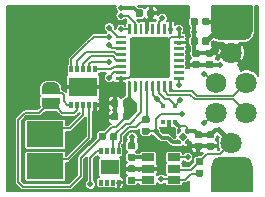
<source format=gtl>
G04 #@! TF.GenerationSoftware,KiCad,Pcbnew,5.1.5-52549c5~86~ubuntu18.04.1*
G04 #@! TF.CreationDate,2020-04-22T16:07:33+02:00*
G04 #@! TF.ProjectId,nk-fido2,6e6b2d66-6964-46f3-922e-6b696361645f,R5*
G04 #@! TF.SameCoordinates,Original*
G04 #@! TF.FileFunction,Copper,L1,Top*
G04 #@! TF.FilePolarity,Positive*
%FSLAX46Y46*%
G04 Gerber Fmt 4.6, Leading zero omitted, Abs format (unit mm)*
G04 Created by KiCad (PCBNEW 5.1.5-52549c5~86~ubuntu18.04.1) date 2020-04-22 16:07:33*
%MOMM*%
%LPD*%
G04 APERTURE LIST*
%ADD10C,0.150000*%
%ADD11O,3.500120X1.501140*%
%ADD12R,3.100000X2.200000*%
%ADD13R,0.350000X0.600000*%
%ADD14R,2.380000X1.650000*%
%ADD15R,1.500000X1.300000*%
%ADD16R,0.300000X0.550000*%
%ADD17R,1.060000X0.650000*%
%ADD18C,1.750000*%
%ADD19R,0.100000X0.100000*%
%ADD20R,0.300000X0.450000*%
%ADD21C,1.800000*%
%ADD22C,0.500000*%
%ADD23C,0.200000*%
%ADD24C,0.300000*%
%ADD25C,0.400000*%
%ADD26C,0.250000*%
%ADD27C,0.254000*%
%ADD28C,0.450000*%
G04 APERTURE END LIST*
D10*
G36*
X132912000Y-92718370D02*
G01*
X132312000Y-93318370D01*
X132312000Y-91218370D01*
X135712000Y-91218370D01*
X135712000Y-93318370D01*
X135112000Y-92718370D01*
X132912000Y-92718370D01*
G37*
X132912000Y-92718370D02*
X132312000Y-93318370D01*
X132312000Y-91218370D01*
X135712000Y-91218370D01*
X135712000Y-93318370D01*
X135112000Y-92718370D01*
X132912000Y-92718370D01*
G36*
X135112000Y-105317890D02*
G01*
X135712000Y-104717890D01*
X135712000Y-106817890D01*
X132312000Y-106817890D01*
X132312000Y-104717890D01*
X132912000Y-105317890D01*
X135112000Y-105317890D01*
G37*
X135112000Y-105317890D02*
X135712000Y-104717890D01*
X135712000Y-106817890D01*
X132312000Y-106817890D01*
X132312000Y-104717890D01*
X132912000Y-105317890D01*
X135112000Y-105317890D01*
G36*
X129399200Y-102885000D02*
G01*
X129699200Y-102885000D01*
X129699200Y-102655000D01*
X129399200Y-102355000D01*
X129399200Y-102885000D01*
G37*
G36*
X130359200Y-102885000D02*
G01*
X130359200Y-102455000D01*
X130259200Y-102455000D01*
X130059200Y-102655000D01*
X130059200Y-102885000D01*
X130359200Y-102885000D01*
G37*
G36*
X130359200Y-101585000D02*
G01*
X130359200Y-102015000D01*
X130259200Y-102015000D01*
X130059200Y-101815000D01*
X130059200Y-101585000D01*
X130359200Y-101585000D01*
G37*
G36*
X129399200Y-101585000D02*
G01*
X129399200Y-102015000D01*
X129499200Y-102015000D01*
X129699200Y-101815000D01*
X129699200Y-101585000D01*
X129399200Y-101585000D01*
G37*
G04 #@! TA.AperFunction,SMDPad,CuDef*
G36*
X119428598Y-99435000D02*
G01*
X119428598Y-99459534D01*
X119423788Y-99508365D01*
X119414216Y-99556490D01*
X119399972Y-99603445D01*
X119381195Y-99648778D01*
X119358064Y-99692051D01*
X119330804Y-99732850D01*
X119299676Y-99770779D01*
X119264979Y-99805476D01*
X119227050Y-99836604D01*
X119186251Y-99863864D01*
X119142978Y-99886995D01*
X119097645Y-99905772D01*
X119050690Y-99920016D01*
X119002565Y-99929588D01*
X118953734Y-99934398D01*
X118929200Y-99934398D01*
X118929200Y-99935000D01*
X118429200Y-99935000D01*
X118429200Y-99934398D01*
X118404666Y-99934398D01*
X118355835Y-99929588D01*
X118307710Y-99920016D01*
X118260755Y-99905772D01*
X118215422Y-99886995D01*
X118172149Y-99863864D01*
X118131350Y-99836604D01*
X118093421Y-99805476D01*
X118058724Y-99770779D01*
X118027596Y-99732850D01*
X118000336Y-99692051D01*
X117977205Y-99648778D01*
X117958428Y-99603445D01*
X117944184Y-99556490D01*
X117934612Y-99508365D01*
X117929802Y-99459534D01*
X117929802Y-99435000D01*
X117929200Y-99435000D01*
X117929200Y-98935000D01*
X119429200Y-98935000D01*
X119429200Y-99435000D01*
X119428598Y-99435000D01*
G37*
G04 #@! TD.AperFunction*
G04 #@! TA.AperFunction,SMDPad,CuDef*
G36*
X117929200Y-98635000D02*
G01*
X117929200Y-98135000D01*
X117929802Y-98135000D01*
X117929802Y-98110466D01*
X117934612Y-98061635D01*
X117944184Y-98013510D01*
X117958428Y-97966555D01*
X117977205Y-97921222D01*
X118000336Y-97877949D01*
X118027596Y-97837150D01*
X118058724Y-97799221D01*
X118093421Y-97764524D01*
X118131350Y-97733396D01*
X118172149Y-97706136D01*
X118215422Y-97683005D01*
X118260755Y-97664228D01*
X118307710Y-97649984D01*
X118355835Y-97640412D01*
X118404666Y-97635602D01*
X118429200Y-97635602D01*
X118429200Y-97635000D01*
X118929200Y-97635000D01*
X118929200Y-97635602D01*
X118953734Y-97635602D01*
X119002565Y-97640412D01*
X119050690Y-97649984D01*
X119097645Y-97664228D01*
X119142978Y-97683005D01*
X119186251Y-97706136D01*
X119227050Y-97733396D01*
X119264979Y-97764524D01*
X119299676Y-97799221D01*
X119330804Y-97837150D01*
X119358064Y-97877949D01*
X119381195Y-97921222D01*
X119399972Y-97966555D01*
X119414216Y-98013510D01*
X119423788Y-98061635D01*
X119428598Y-98110466D01*
X119428598Y-98135000D01*
X119429200Y-98135000D01*
X119429200Y-98635000D01*
X117929200Y-98635000D01*
G37*
G04 #@! TD.AperFunction*
D11*
X133999600Y-104712250D03*
X133999600Y-93312730D03*
G04 #@! TA.AperFunction,SMDPad,CuDef*
D10*
G36*
X128578704Y-93826204D02*
G01*
X128602973Y-93829804D01*
X128626771Y-93835765D01*
X128649871Y-93844030D01*
X128672049Y-93854520D01*
X128693093Y-93867133D01*
X128712798Y-93881747D01*
X128730977Y-93898223D01*
X128747453Y-93916402D01*
X128762067Y-93936107D01*
X128774680Y-93957151D01*
X128785170Y-93979329D01*
X128793435Y-94002429D01*
X128799396Y-94026227D01*
X128802996Y-94050496D01*
X128804200Y-94075000D01*
X128804200Y-97025000D01*
X128802996Y-97049504D01*
X128799396Y-97073773D01*
X128793435Y-97097571D01*
X128785170Y-97120671D01*
X128774680Y-97142849D01*
X128762067Y-97163893D01*
X128747453Y-97183598D01*
X128730977Y-97201777D01*
X128712798Y-97218253D01*
X128693093Y-97232867D01*
X128672049Y-97245480D01*
X128649871Y-97255970D01*
X128626771Y-97264235D01*
X128602973Y-97270196D01*
X128578704Y-97273796D01*
X128554200Y-97275000D01*
X125604200Y-97275000D01*
X125579696Y-97273796D01*
X125555427Y-97270196D01*
X125531629Y-97264235D01*
X125508529Y-97255970D01*
X125486351Y-97245480D01*
X125465307Y-97232867D01*
X125445602Y-97218253D01*
X125427423Y-97201777D01*
X125410947Y-97183598D01*
X125396333Y-97163893D01*
X125383720Y-97142849D01*
X125373230Y-97120671D01*
X125364965Y-97097571D01*
X125359004Y-97073773D01*
X125355404Y-97049504D01*
X125354200Y-97025000D01*
X125354200Y-94075000D01*
X125355404Y-94050496D01*
X125359004Y-94026227D01*
X125364965Y-94002429D01*
X125373230Y-93979329D01*
X125383720Y-93957151D01*
X125396333Y-93936107D01*
X125410947Y-93916402D01*
X125427423Y-93898223D01*
X125445602Y-93881747D01*
X125465307Y-93867133D01*
X125486351Y-93854520D01*
X125508529Y-93844030D01*
X125531629Y-93835765D01*
X125555427Y-93829804D01*
X125579696Y-93826204D01*
X125604200Y-93825000D01*
X128554200Y-93825000D01*
X128578704Y-93826204D01*
G37*
G04 #@! TD.AperFunction*
G04 #@! TA.AperFunction,SMDPad,CuDef*
G36*
X128897826Y-92675301D02*
G01*
X128903893Y-92676201D01*
X128909843Y-92677691D01*
X128915618Y-92679758D01*
X128921162Y-92682380D01*
X128926423Y-92685533D01*
X128931350Y-92689187D01*
X128935894Y-92693306D01*
X128940013Y-92697850D01*
X128943667Y-92702777D01*
X128946820Y-92708038D01*
X128949442Y-92713582D01*
X128951509Y-92719357D01*
X128952999Y-92725307D01*
X128953899Y-92731374D01*
X128954200Y-92737500D01*
X128954200Y-93487500D01*
X128953899Y-93493626D01*
X128952999Y-93499693D01*
X128951509Y-93505643D01*
X128949442Y-93511418D01*
X128946820Y-93516962D01*
X128943667Y-93522223D01*
X128940013Y-93527150D01*
X128935894Y-93531694D01*
X128931350Y-93535813D01*
X128926423Y-93539467D01*
X128921162Y-93542620D01*
X128915618Y-93545242D01*
X128909843Y-93547309D01*
X128903893Y-93548799D01*
X128897826Y-93549699D01*
X128891700Y-93550000D01*
X128766700Y-93550000D01*
X128760574Y-93549699D01*
X128754507Y-93548799D01*
X128748557Y-93547309D01*
X128742782Y-93545242D01*
X128737238Y-93542620D01*
X128731977Y-93539467D01*
X128727050Y-93535813D01*
X128722506Y-93531694D01*
X128718387Y-93527150D01*
X128714733Y-93522223D01*
X128711580Y-93516962D01*
X128708958Y-93511418D01*
X128706891Y-93505643D01*
X128705401Y-93499693D01*
X128704501Y-93493626D01*
X128704200Y-93487500D01*
X128704200Y-92737500D01*
X128704501Y-92731374D01*
X128705401Y-92725307D01*
X128706891Y-92719357D01*
X128708958Y-92713582D01*
X128711580Y-92708038D01*
X128714733Y-92702777D01*
X128718387Y-92697850D01*
X128722506Y-92693306D01*
X128727050Y-92689187D01*
X128731977Y-92685533D01*
X128737238Y-92682380D01*
X128742782Y-92679758D01*
X128748557Y-92677691D01*
X128754507Y-92676201D01*
X128760574Y-92675301D01*
X128766700Y-92675000D01*
X128891700Y-92675000D01*
X128897826Y-92675301D01*
G37*
G04 #@! TD.AperFunction*
G04 #@! TA.AperFunction,SMDPad,CuDef*
G36*
X128397826Y-92675301D02*
G01*
X128403893Y-92676201D01*
X128409843Y-92677691D01*
X128415618Y-92679758D01*
X128421162Y-92682380D01*
X128426423Y-92685533D01*
X128431350Y-92689187D01*
X128435894Y-92693306D01*
X128440013Y-92697850D01*
X128443667Y-92702777D01*
X128446820Y-92708038D01*
X128449442Y-92713582D01*
X128451509Y-92719357D01*
X128452999Y-92725307D01*
X128453899Y-92731374D01*
X128454200Y-92737500D01*
X128454200Y-93487500D01*
X128453899Y-93493626D01*
X128452999Y-93499693D01*
X128451509Y-93505643D01*
X128449442Y-93511418D01*
X128446820Y-93516962D01*
X128443667Y-93522223D01*
X128440013Y-93527150D01*
X128435894Y-93531694D01*
X128431350Y-93535813D01*
X128426423Y-93539467D01*
X128421162Y-93542620D01*
X128415618Y-93545242D01*
X128409843Y-93547309D01*
X128403893Y-93548799D01*
X128397826Y-93549699D01*
X128391700Y-93550000D01*
X128266700Y-93550000D01*
X128260574Y-93549699D01*
X128254507Y-93548799D01*
X128248557Y-93547309D01*
X128242782Y-93545242D01*
X128237238Y-93542620D01*
X128231977Y-93539467D01*
X128227050Y-93535813D01*
X128222506Y-93531694D01*
X128218387Y-93527150D01*
X128214733Y-93522223D01*
X128211580Y-93516962D01*
X128208958Y-93511418D01*
X128206891Y-93505643D01*
X128205401Y-93499693D01*
X128204501Y-93493626D01*
X128204200Y-93487500D01*
X128204200Y-92737500D01*
X128204501Y-92731374D01*
X128205401Y-92725307D01*
X128206891Y-92719357D01*
X128208958Y-92713582D01*
X128211580Y-92708038D01*
X128214733Y-92702777D01*
X128218387Y-92697850D01*
X128222506Y-92693306D01*
X128227050Y-92689187D01*
X128231977Y-92685533D01*
X128237238Y-92682380D01*
X128242782Y-92679758D01*
X128248557Y-92677691D01*
X128254507Y-92676201D01*
X128260574Y-92675301D01*
X128266700Y-92675000D01*
X128391700Y-92675000D01*
X128397826Y-92675301D01*
G37*
G04 #@! TD.AperFunction*
G04 #@! TA.AperFunction,SMDPad,CuDef*
G36*
X127897826Y-92675301D02*
G01*
X127903893Y-92676201D01*
X127909843Y-92677691D01*
X127915618Y-92679758D01*
X127921162Y-92682380D01*
X127926423Y-92685533D01*
X127931350Y-92689187D01*
X127935894Y-92693306D01*
X127940013Y-92697850D01*
X127943667Y-92702777D01*
X127946820Y-92708038D01*
X127949442Y-92713582D01*
X127951509Y-92719357D01*
X127952999Y-92725307D01*
X127953899Y-92731374D01*
X127954200Y-92737500D01*
X127954200Y-93487500D01*
X127953899Y-93493626D01*
X127952999Y-93499693D01*
X127951509Y-93505643D01*
X127949442Y-93511418D01*
X127946820Y-93516962D01*
X127943667Y-93522223D01*
X127940013Y-93527150D01*
X127935894Y-93531694D01*
X127931350Y-93535813D01*
X127926423Y-93539467D01*
X127921162Y-93542620D01*
X127915618Y-93545242D01*
X127909843Y-93547309D01*
X127903893Y-93548799D01*
X127897826Y-93549699D01*
X127891700Y-93550000D01*
X127766700Y-93550000D01*
X127760574Y-93549699D01*
X127754507Y-93548799D01*
X127748557Y-93547309D01*
X127742782Y-93545242D01*
X127737238Y-93542620D01*
X127731977Y-93539467D01*
X127727050Y-93535813D01*
X127722506Y-93531694D01*
X127718387Y-93527150D01*
X127714733Y-93522223D01*
X127711580Y-93516962D01*
X127708958Y-93511418D01*
X127706891Y-93505643D01*
X127705401Y-93499693D01*
X127704501Y-93493626D01*
X127704200Y-93487500D01*
X127704200Y-92737500D01*
X127704501Y-92731374D01*
X127705401Y-92725307D01*
X127706891Y-92719357D01*
X127708958Y-92713582D01*
X127711580Y-92708038D01*
X127714733Y-92702777D01*
X127718387Y-92697850D01*
X127722506Y-92693306D01*
X127727050Y-92689187D01*
X127731977Y-92685533D01*
X127737238Y-92682380D01*
X127742782Y-92679758D01*
X127748557Y-92677691D01*
X127754507Y-92676201D01*
X127760574Y-92675301D01*
X127766700Y-92675000D01*
X127891700Y-92675000D01*
X127897826Y-92675301D01*
G37*
G04 #@! TD.AperFunction*
G04 #@! TA.AperFunction,SMDPad,CuDef*
G36*
X127397826Y-92675301D02*
G01*
X127403893Y-92676201D01*
X127409843Y-92677691D01*
X127415618Y-92679758D01*
X127421162Y-92682380D01*
X127426423Y-92685533D01*
X127431350Y-92689187D01*
X127435894Y-92693306D01*
X127440013Y-92697850D01*
X127443667Y-92702777D01*
X127446820Y-92708038D01*
X127449442Y-92713582D01*
X127451509Y-92719357D01*
X127452999Y-92725307D01*
X127453899Y-92731374D01*
X127454200Y-92737500D01*
X127454200Y-93487500D01*
X127453899Y-93493626D01*
X127452999Y-93499693D01*
X127451509Y-93505643D01*
X127449442Y-93511418D01*
X127446820Y-93516962D01*
X127443667Y-93522223D01*
X127440013Y-93527150D01*
X127435894Y-93531694D01*
X127431350Y-93535813D01*
X127426423Y-93539467D01*
X127421162Y-93542620D01*
X127415618Y-93545242D01*
X127409843Y-93547309D01*
X127403893Y-93548799D01*
X127397826Y-93549699D01*
X127391700Y-93550000D01*
X127266700Y-93550000D01*
X127260574Y-93549699D01*
X127254507Y-93548799D01*
X127248557Y-93547309D01*
X127242782Y-93545242D01*
X127237238Y-93542620D01*
X127231977Y-93539467D01*
X127227050Y-93535813D01*
X127222506Y-93531694D01*
X127218387Y-93527150D01*
X127214733Y-93522223D01*
X127211580Y-93516962D01*
X127208958Y-93511418D01*
X127206891Y-93505643D01*
X127205401Y-93499693D01*
X127204501Y-93493626D01*
X127204200Y-93487500D01*
X127204200Y-92737500D01*
X127204501Y-92731374D01*
X127205401Y-92725307D01*
X127206891Y-92719357D01*
X127208958Y-92713582D01*
X127211580Y-92708038D01*
X127214733Y-92702777D01*
X127218387Y-92697850D01*
X127222506Y-92693306D01*
X127227050Y-92689187D01*
X127231977Y-92685533D01*
X127237238Y-92682380D01*
X127242782Y-92679758D01*
X127248557Y-92677691D01*
X127254507Y-92676201D01*
X127260574Y-92675301D01*
X127266700Y-92675000D01*
X127391700Y-92675000D01*
X127397826Y-92675301D01*
G37*
G04 #@! TD.AperFunction*
G04 #@! TA.AperFunction,SMDPad,CuDef*
G36*
X126897826Y-92675301D02*
G01*
X126903893Y-92676201D01*
X126909843Y-92677691D01*
X126915618Y-92679758D01*
X126921162Y-92682380D01*
X126926423Y-92685533D01*
X126931350Y-92689187D01*
X126935894Y-92693306D01*
X126940013Y-92697850D01*
X126943667Y-92702777D01*
X126946820Y-92708038D01*
X126949442Y-92713582D01*
X126951509Y-92719357D01*
X126952999Y-92725307D01*
X126953899Y-92731374D01*
X126954200Y-92737500D01*
X126954200Y-93487500D01*
X126953899Y-93493626D01*
X126952999Y-93499693D01*
X126951509Y-93505643D01*
X126949442Y-93511418D01*
X126946820Y-93516962D01*
X126943667Y-93522223D01*
X126940013Y-93527150D01*
X126935894Y-93531694D01*
X126931350Y-93535813D01*
X126926423Y-93539467D01*
X126921162Y-93542620D01*
X126915618Y-93545242D01*
X126909843Y-93547309D01*
X126903893Y-93548799D01*
X126897826Y-93549699D01*
X126891700Y-93550000D01*
X126766700Y-93550000D01*
X126760574Y-93549699D01*
X126754507Y-93548799D01*
X126748557Y-93547309D01*
X126742782Y-93545242D01*
X126737238Y-93542620D01*
X126731977Y-93539467D01*
X126727050Y-93535813D01*
X126722506Y-93531694D01*
X126718387Y-93527150D01*
X126714733Y-93522223D01*
X126711580Y-93516962D01*
X126708958Y-93511418D01*
X126706891Y-93505643D01*
X126705401Y-93499693D01*
X126704501Y-93493626D01*
X126704200Y-93487500D01*
X126704200Y-92737500D01*
X126704501Y-92731374D01*
X126705401Y-92725307D01*
X126706891Y-92719357D01*
X126708958Y-92713582D01*
X126711580Y-92708038D01*
X126714733Y-92702777D01*
X126718387Y-92697850D01*
X126722506Y-92693306D01*
X126727050Y-92689187D01*
X126731977Y-92685533D01*
X126737238Y-92682380D01*
X126742782Y-92679758D01*
X126748557Y-92677691D01*
X126754507Y-92676201D01*
X126760574Y-92675301D01*
X126766700Y-92675000D01*
X126891700Y-92675000D01*
X126897826Y-92675301D01*
G37*
G04 #@! TD.AperFunction*
G04 #@! TA.AperFunction,SMDPad,CuDef*
G36*
X126397826Y-92675301D02*
G01*
X126403893Y-92676201D01*
X126409843Y-92677691D01*
X126415618Y-92679758D01*
X126421162Y-92682380D01*
X126426423Y-92685533D01*
X126431350Y-92689187D01*
X126435894Y-92693306D01*
X126440013Y-92697850D01*
X126443667Y-92702777D01*
X126446820Y-92708038D01*
X126449442Y-92713582D01*
X126451509Y-92719357D01*
X126452999Y-92725307D01*
X126453899Y-92731374D01*
X126454200Y-92737500D01*
X126454200Y-93487500D01*
X126453899Y-93493626D01*
X126452999Y-93499693D01*
X126451509Y-93505643D01*
X126449442Y-93511418D01*
X126446820Y-93516962D01*
X126443667Y-93522223D01*
X126440013Y-93527150D01*
X126435894Y-93531694D01*
X126431350Y-93535813D01*
X126426423Y-93539467D01*
X126421162Y-93542620D01*
X126415618Y-93545242D01*
X126409843Y-93547309D01*
X126403893Y-93548799D01*
X126397826Y-93549699D01*
X126391700Y-93550000D01*
X126266700Y-93550000D01*
X126260574Y-93549699D01*
X126254507Y-93548799D01*
X126248557Y-93547309D01*
X126242782Y-93545242D01*
X126237238Y-93542620D01*
X126231977Y-93539467D01*
X126227050Y-93535813D01*
X126222506Y-93531694D01*
X126218387Y-93527150D01*
X126214733Y-93522223D01*
X126211580Y-93516962D01*
X126208958Y-93511418D01*
X126206891Y-93505643D01*
X126205401Y-93499693D01*
X126204501Y-93493626D01*
X126204200Y-93487500D01*
X126204200Y-92737500D01*
X126204501Y-92731374D01*
X126205401Y-92725307D01*
X126206891Y-92719357D01*
X126208958Y-92713582D01*
X126211580Y-92708038D01*
X126214733Y-92702777D01*
X126218387Y-92697850D01*
X126222506Y-92693306D01*
X126227050Y-92689187D01*
X126231977Y-92685533D01*
X126237238Y-92682380D01*
X126242782Y-92679758D01*
X126248557Y-92677691D01*
X126254507Y-92676201D01*
X126260574Y-92675301D01*
X126266700Y-92675000D01*
X126391700Y-92675000D01*
X126397826Y-92675301D01*
G37*
G04 #@! TD.AperFunction*
G04 #@! TA.AperFunction,SMDPad,CuDef*
G36*
X125897826Y-92675301D02*
G01*
X125903893Y-92676201D01*
X125909843Y-92677691D01*
X125915618Y-92679758D01*
X125921162Y-92682380D01*
X125926423Y-92685533D01*
X125931350Y-92689187D01*
X125935894Y-92693306D01*
X125940013Y-92697850D01*
X125943667Y-92702777D01*
X125946820Y-92708038D01*
X125949442Y-92713582D01*
X125951509Y-92719357D01*
X125952999Y-92725307D01*
X125953899Y-92731374D01*
X125954200Y-92737500D01*
X125954200Y-93487500D01*
X125953899Y-93493626D01*
X125952999Y-93499693D01*
X125951509Y-93505643D01*
X125949442Y-93511418D01*
X125946820Y-93516962D01*
X125943667Y-93522223D01*
X125940013Y-93527150D01*
X125935894Y-93531694D01*
X125931350Y-93535813D01*
X125926423Y-93539467D01*
X125921162Y-93542620D01*
X125915618Y-93545242D01*
X125909843Y-93547309D01*
X125903893Y-93548799D01*
X125897826Y-93549699D01*
X125891700Y-93550000D01*
X125766700Y-93550000D01*
X125760574Y-93549699D01*
X125754507Y-93548799D01*
X125748557Y-93547309D01*
X125742782Y-93545242D01*
X125737238Y-93542620D01*
X125731977Y-93539467D01*
X125727050Y-93535813D01*
X125722506Y-93531694D01*
X125718387Y-93527150D01*
X125714733Y-93522223D01*
X125711580Y-93516962D01*
X125708958Y-93511418D01*
X125706891Y-93505643D01*
X125705401Y-93499693D01*
X125704501Y-93493626D01*
X125704200Y-93487500D01*
X125704200Y-92737500D01*
X125704501Y-92731374D01*
X125705401Y-92725307D01*
X125706891Y-92719357D01*
X125708958Y-92713582D01*
X125711580Y-92708038D01*
X125714733Y-92702777D01*
X125718387Y-92697850D01*
X125722506Y-92693306D01*
X125727050Y-92689187D01*
X125731977Y-92685533D01*
X125737238Y-92682380D01*
X125742782Y-92679758D01*
X125748557Y-92677691D01*
X125754507Y-92676201D01*
X125760574Y-92675301D01*
X125766700Y-92675000D01*
X125891700Y-92675000D01*
X125897826Y-92675301D01*
G37*
G04 #@! TD.AperFunction*
G04 #@! TA.AperFunction,SMDPad,CuDef*
G36*
X125397826Y-92675301D02*
G01*
X125403893Y-92676201D01*
X125409843Y-92677691D01*
X125415618Y-92679758D01*
X125421162Y-92682380D01*
X125426423Y-92685533D01*
X125431350Y-92689187D01*
X125435894Y-92693306D01*
X125440013Y-92697850D01*
X125443667Y-92702777D01*
X125446820Y-92708038D01*
X125449442Y-92713582D01*
X125451509Y-92719357D01*
X125452999Y-92725307D01*
X125453899Y-92731374D01*
X125454200Y-92737500D01*
X125454200Y-93487500D01*
X125453899Y-93493626D01*
X125452999Y-93499693D01*
X125451509Y-93505643D01*
X125449442Y-93511418D01*
X125446820Y-93516962D01*
X125443667Y-93522223D01*
X125440013Y-93527150D01*
X125435894Y-93531694D01*
X125431350Y-93535813D01*
X125426423Y-93539467D01*
X125421162Y-93542620D01*
X125415618Y-93545242D01*
X125409843Y-93547309D01*
X125403893Y-93548799D01*
X125397826Y-93549699D01*
X125391700Y-93550000D01*
X125266700Y-93550000D01*
X125260574Y-93549699D01*
X125254507Y-93548799D01*
X125248557Y-93547309D01*
X125242782Y-93545242D01*
X125237238Y-93542620D01*
X125231977Y-93539467D01*
X125227050Y-93535813D01*
X125222506Y-93531694D01*
X125218387Y-93527150D01*
X125214733Y-93522223D01*
X125211580Y-93516962D01*
X125208958Y-93511418D01*
X125206891Y-93505643D01*
X125205401Y-93499693D01*
X125204501Y-93493626D01*
X125204200Y-93487500D01*
X125204200Y-92737500D01*
X125204501Y-92731374D01*
X125205401Y-92725307D01*
X125206891Y-92719357D01*
X125208958Y-92713582D01*
X125211580Y-92708038D01*
X125214733Y-92702777D01*
X125218387Y-92697850D01*
X125222506Y-92693306D01*
X125227050Y-92689187D01*
X125231977Y-92685533D01*
X125237238Y-92682380D01*
X125242782Y-92679758D01*
X125248557Y-92677691D01*
X125254507Y-92676201D01*
X125260574Y-92675301D01*
X125266700Y-92675000D01*
X125391700Y-92675000D01*
X125397826Y-92675301D01*
G37*
G04 #@! TD.AperFunction*
G04 #@! TA.AperFunction,SMDPad,CuDef*
G36*
X125022826Y-93675301D02*
G01*
X125028893Y-93676201D01*
X125034843Y-93677691D01*
X125040618Y-93679758D01*
X125046162Y-93682380D01*
X125051423Y-93685533D01*
X125056350Y-93689187D01*
X125060894Y-93693306D01*
X125065013Y-93697850D01*
X125068667Y-93702777D01*
X125071820Y-93708038D01*
X125074442Y-93713582D01*
X125076509Y-93719357D01*
X125077999Y-93725307D01*
X125078899Y-93731374D01*
X125079200Y-93737500D01*
X125079200Y-93862500D01*
X125078899Y-93868626D01*
X125077999Y-93874693D01*
X125076509Y-93880643D01*
X125074442Y-93886418D01*
X125071820Y-93891962D01*
X125068667Y-93897223D01*
X125065013Y-93902150D01*
X125060894Y-93906694D01*
X125056350Y-93910813D01*
X125051423Y-93914467D01*
X125046162Y-93917620D01*
X125040618Y-93920242D01*
X125034843Y-93922309D01*
X125028893Y-93923799D01*
X125022826Y-93924699D01*
X125016700Y-93925000D01*
X124266700Y-93925000D01*
X124260574Y-93924699D01*
X124254507Y-93923799D01*
X124248557Y-93922309D01*
X124242782Y-93920242D01*
X124237238Y-93917620D01*
X124231977Y-93914467D01*
X124227050Y-93910813D01*
X124222506Y-93906694D01*
X124218387Y-93902150D01*
X124214733Y-93897223D01*
X124211580Y-93891962D01*
X124208958Y-93886418D01*
X124206891Y-93880643D01*
X124205401Y-93874693D01*
X124204501Y-93868626D01*
X124204200Y-93862500D01*
X124204200Y-93737500D01*
X124204501Y-93731374D01*
X124205401Y-93725307D01*
X124206891Y-93719357D01*
X124208958Y-93713582D01*
X124211580Y-93708038D01*
X124214733Y-93702777D01*
X124218387Y-93697850D01*
X124222506Y-93693306D01*
X124227050Y-93689187D01*
X124231977Y-93685533D01*
X124237238Y-93682380D01*
X124242782Y-93679758D01*
X124248557Y-93677691D01*
X124254507Y-93676201D01*
X124260574Y-93675301D01*
X124266700Y-93675000D01*
X125016700Y-93675000D01*
X125022826Y-93675301D01*
G37*
G04 #@! TD.AperFunction*
G04 #@! TA.AperFunction,SMDPad,CuDef*
G36*
X125022826Y-94175301D02*
G01*
X125028893Y-94176201D01*
X125034843Y-94177691D01*
X125040618Y-94179758D01*
X125046162Y-94182380D01*
X125051423Y-94185533D01*
X125056350Y-94189187D01*
X125060894Y-94193306D01*
X125065013Y-94197850D01*
X125068667Y-94202777D01*
X125071820Y-94208038D01*
X125074442Y-94213582D01*
X125076509Y-94219357D01*
X125077999Y-94225307D01*
X125078899Y-94231374D01*
X125079200Y-94237500D01*
X125079200Y-94362500D01*
X125078899Y-94368626D01*
X125077999Y-94374693D01*
X125076509Y-94380643D01*
X125074442Y-94386418D01*
X125071820Y-94391962D01*
X125068667Y-94397223D01*
X125065013Y-94402150D01*
X125060894Y-94406694D01*
X125056350Y-94410813D01*
X125051423Y-94414467D01*
X125046162Y-94417620D01*
X125040618Y-94420242D01*
X125034843Y-94422309D01*
X125028893Y-94423799D01*
X125022826Y-94424699D01*
X125016700Y-94425000D01*
X124266700Y-94425000D01*
X124260574Y-94424699D01*
X124254507Y-94423799D01*
X124248557Y-94422309D01*
X124242782Y-94420242D01*
X124237238Y-94417620D01*
X124231977Y-94414467D01*
X124227050Y-94410813D01*
X124222506Y-94406694D01*
X124218387Y-94402150D01*
X124214733Y-94397223D01*
X124211580Y-94391962D01*
X124208958Y-94386418D01*
X124206891Y-94380643D01*
X124205401Y-94374693D01*
X124204501Y-94368626D01*
X124204200Y-94362500D01*
X124204200Y-94237500D01*
X124204501Y-94231374D01*
X124205401Y-94225307D01*
X124206891Y-94219357D01*
X124208958Y-94213582D01*
X124211580Y-94208038D01*
X124214733Y-94202777D01*
X124218387Y-94197850D01*
X124222506Y-94193306D01*
X124227050Y-94189187D01*
X124231977Y-94185533D01*
X124237238Y-94182380D01*
X124242782Y-94179758D01*
X124248557Y-94177691D01*
X124254507Y-94176201D01*
X124260574Y-94175301D01*
X124266700Y-94175000D01*
X125016700Y-94175000D01*
X125022826Y-94175301D01*
G37*
G04 #@! TD.AperFunction*
G04 #@! TA.AperFunction,SMDPad,CuDef*
G36*
X125022826Y-94675301D02*
G01*
X125028893Y-94676201D01*
X125034843Y-94677691D01*
X125040618Y-94679758D01*
X125046162Y-94682380D01*
X125051423Y-94685533D01*
X125056350Y-94689187D01*
X125060894Y-94693306D01*
X125065013Y-94697850D01*
X125068667Y-94702777D01*
X125071820Y-94708038D01*
X125074442Y-94713582D01*
X125076509Y-94719357D01*
X125077999Y-94725307D01*
X125078899Y-94731374D01*
X125079200Y-94737500D01*
X125079200Y-94862500D01*
X125078899Y-94868626D01*
X125077999Y-94874693D01*
X125076509Y-94880643D01*
X125074442Y-94886418D01*
X125071820Y-94891962D01*
X125068667Y-94897223D01*
X125065013Y-94902150D01*
X125060894Y-94906694D01*
X125056350Y-94910813D01*
X125051423Y-94914467D01*
X125046162Y-94917620D01*
X125040618Y-94920242D01*
X125034843Y-94922309D01*
X125028893Y-94923799D01*
X125022826Y-94924699D01*
X125016700Y-94925000D01*
X124266700Y-94925000D01*
X124260574Y-94924699D01*
X124254507Y-94923799D01*
X124248557Y-94922309D01*
X124242782Y-94920242D01*
X124237238Y-94917620D01*
X124231977Y-94914467D01*
X124227050Y-94910813D01*
X124222506Y-94906694D01*
X124218387Y-94902150D01*
X124214733Y-94897223D01*
X124211580Y-94891962D01*
X124208958Y-94886418D01*
X124206891Y-94880643D01*
X124205401Y-94874693D01*
X124204501Y-94868626D01*
X124204200Y-94862500D01*
X124204200Y-94737500D01*
X124204501Y-94731374D01*
X124205401Y-94725307D01*
X124206891Y-94719357D01*
X124208958Y-94713582D01*
X124211580Y-94708038D01*
X124214733Y-94702777D01*
X124218387Y-94697850D01*
X124222506Y-94693306D01*
X124227050Y-94689187D01*
X124231977Y-94685533D01*
X124237238Y-94682380D01*
X124242782Y-94679758D01*
X124248557Y-94677691D01*
X124254507Y-94676201D01*
X124260574Y-94675301D01*
X124266700Y-94675000D01*
X125016700Y-94675000D01*
X125022826Y-94675301D01*
G37*
G04 #@! TD.AperFunction*
G04 #@! TA.AperFunction,SMDPad,CuDef*
G36*
X125022826Y-95175301D02*
G01*
X125028893Y-95176201D01*
X125034843Y-95177691D01*
X125040618Y-95179758D01*
X125046162Y-95182380D01*
X125051423Y-95185533D01*
X125056350Y-95189187D01*
X125060894Y-95193306D01*
X125065013Y-95197850D01*
X125068667Y-95202777D01*
X125071820Y-95208038D01*
X125074442Y-95213582D01*
X125076509Y-95219357D01*
X125077999Y-95225307D01*
X125078899Y-95231374D01*
X125079200Y-95237500D01*
X125079200Y-95362500D01*
X125078899Y-95368626D01*
X125077999Y-95374693D01*
X125076509Y-95380643D01*
X125074442Y-95386418D01*
X125071820Y-95391962D01*
X125068667Y-95397223D01*
X125065013Y-95402150D01*
X125060894Y-95406694D01*
X125056350Y-95410813D01*
X125051423Y-95414467D01*
X125046162Y-95417620D01*
X125040618Y-95420242D01*
X125034843Y-95422309D01*
X125028893Y-95423799D01*
X125022826Y-95424699D01*
X125016700Y-95425000D01*
X124266700Y-95425000D01*
X124260574Y-95424699D01*
X124254507Y-95423799D01*
X124248557Y-95422309D01*
X124242782Y-95420242D01*
X124237238Y-95417620D01*
X124231977Y-95414467D01*
X124227050Y-95410813D01*
X124222506Y-95406694D01*
X124218387Y-95402150D01*
X124214733Y-95397223D01*
X124211580Y-95391962D01*
X124208958Y-95386418D01*
X124206891Y-95380643D01*
X124205401Y-95374693D01*
X124204501Y-95368626D01*
X124204200Y-95362500D01*
X124204200Y-95237500D01*
X124204501Y-95231374D01*
X124205401Y-95225307D01*
X124206891Y-95219357D01*
X124208958Y-95213582D01*
X124211580Y-95208038D01*
X124214733Y-95202777D01*
X124218387Y-95197850D01*
X124222506Y-95193306D01*
X124227050Y-95189187D01*
X124231977Y-95185533D01*
X124237238Y-95182380D01*
X124242782Y-95179758D01*
X124248557Y-95177691D01*
X124254507Y-95176201D01*
X124260574Y-95175301D01*
X124266700Y-95175000D01*
X125016700Y-95175000D01*
X125022826Y-95175301D01*
G37*
G04 #@! TD.AperFunction*
G04 #@! TA.AperFunction,SMDPad,CuDef*
G36*
X125022826Y-95675301D02*
G01*
X125028893Y-95676201D01*
X125034843Y-95677691D01*
X125040618Y-95679758D01*
X125046162Y-95682380D01*
X125051423Y-95685533D01*
X125056350Y-95689187D01*
X125060894Y-95693306D01*
X125065013Y-95697850D01*
X125068667Y-95702777D01*
X125071820Y-95708038D01*
X125074442Y-95713582D01*
X125076509Y-95719357D01*
X125077999Y-95725307D01*
X125078899Y-95731374D01*
X125079200Y-95737500D01*
X125079200Y-95862500D01*
X125078899Y-95868626D01*
X125077999Y-95874693D01*
X125076509Y-95880643D01*
X125074442Y-95886418D01*
X125071820Y-95891962D01*
X125068667Y-95897223D01*
X125065013Y-95902150D01*
X125060894Y-95906694D01*
X125056350Y-95910813D01*
X125051423Y-95914467D01*
X125046162Y-95917620D01*
X125040618Y-95920242D01*
X125034843Y-95922309D01*
X125028893Y-95923799D01*
X125022826Y-95924699D01*
X125016700Y-95925000D01*
X124266700Y-95925000D01*
X124260574Y-95924699D01*
X124254507Y-95923799D01*
X124248557Y-95922309D01*
X124242782Y-95920242D01*
X124237238Y-95917620D01*
X124231977Y-95914467D01*
X124227050Y-95910813D01*
X124222506Y-95906694D01*
X124218387Y-95902150D01*
X124214733Y-95897223D01*
X124211580Y-95891962D01*
X124208958Y-95886418D01*
X124206891Y-95880643D01*
X124205401Y-95874693D01*
X124204501Y-95868626D01*
X124204200Y-95862500D01*
X124204200Y-95737500D01*
X124204501Y-95731374D01*
X124205401Y-95725307D01*
X124206891Y-95719357D01*
X124208958Y-95713582D01*
X124211580Y-95708038D01*
X124214733Y-95702777D01*
X124218387Y-95697850D01*
X124222506Y-95693306D01*
X124227050Y-95689187D01*
X124231977Y-95685533D01*
X124237238Y-95682380D01*
X124242782Y-95679758D01*
X124248557Y-95677691D01*
X124254507Y-95676201D01*
X124260574Y-95675301D01*
X124266700Y-95675000D01*
X125016700Y-95675000D01*
X125022826Y-95675301D01*
G37*
G04 #@! TD.AperFunction*
G04 #@! TA.AperFunction,SMDPad,CuDef*
G36*
X125022826Y-96175301D02*
G01*
X125028893Y-96176201D01*
X125034843Y-96177691D01*
X125040618Y-96179758D01*
X125046162Y-96182380D01*
X125051423Y-96185533D01*
X125056350Y-96189187D01*
X125060894Y-96193306D01*
X125065013Y-96197850D01*
X125068667Y-96202777D01*
X125071820Y-96208038D01*
X125074442Y-96213582D01*
X125076509Y-96219357D01*
X125077999Y-96225307D01*
X125078899Y-96231374D01*
X125079200Y-96237500D01*
X125079200Y-96362500D01*
X125078899Y-96368626D01*
X125077999Y-96374693D01*
X125076509Y-96380643D01*
X125074442Y-96386418D01*
X125071820Y-96391962D01*
X125068667Y-96397223D01*
X125065013Y-96402150D01*
X125060894Y-96406694D01*
X125056350Y-96410813D01*
X125051423Y-96414467D01*
X125046162Y-96417620D01*
X125040618Y-96420242D01*
X125034843Y-96422309D01*
X125028893Y-96423799D01*
X125022826Y-96424699D01*
X125016700Y-96425000D01*
X124266700Y-96425000D01*
X124260574Y-96424699D01*
X124254507Y-96423799D01*
X124248557Y-96422309D01*
X124242782Y-96420242D01*
X124237238Y-96417620D01*
X124231977Y-96414467D01*
X124227050Y-96410813D01*
X124222506Y-96406694D01*
X124218387Y-96402150D01*
X124214733Y-96397223D01*
X124211580Y-96391962D01*
X124208958Y-96386418D01*
X124206891Y-96380643D01*
X124205401Y-96374693D01*
X124204501Y-96368626D01*
X124204200Y-96362500D01*
X124204200Y-96237500D01*
X124204501Y-96231374D01*
X124205401Y-96225307D01*
X124206891Y-96219357D01*
X124208958Y-96213582D01*
X124211580Y-96208038D01*
X124214733Y-96202777D01*
X124218387Y-96197850D01*
X124222506Y-96193306D01*
X124227050Y-96189187D01*
X124231977Y-96185533D01*
X124237238Y-96182380D01*
X124242782Y-96179758D01*
X124248557Y-96177691D01*
X124254507Y-96176201D01*
X124260574Y-96175301D01*
X124266700Y-96175000D01*
X125016700Y-96175000D01*
X125022826Y-96175301D01*
G37*
G04 #@! TD.AperFunction*
G04 #@! TA.AperFunction,SMDPad,CuDef*
G36*
X125022826Y-96675301D02*
G01*
X125028893Y-96676201D01*
X125034843Y-96677691D01*
X125040618Y-96679758D01*
X125046162Y-96682380D01*
X125051423Y-96685533D01*
X125056350Y-96689187D01*
X125060894Y-96693306D01*
X125065013Y-96697850D01*
X125068667Y-96702777D01*
X125071820Y-96708038D01*
X125074442Y-96713582D01*
X125076509Y-96719357D01*
X125077999Y-96725307D01*
X125078899Y-96731374D01*
X125079200Y-96737500D01*
X125079200Y-96862500D01*
X125078899Y-96868626D01*
X125077999Y-96874693D01*
X125076509Y-96880643D01*
X125074442Y-96886418D01*
X125071820Y-96891962D01*
X125068667Y-96897223D01*
X125065013Y-96902150D01*
X125060894Y-96906694D01*
X125056350Y-96910813D01*
X125051423Y-96914467D01*
X125046162Y-96917620D01*
X125040618Y-96920242D01*
X125034843Y-96922309D01*
X125028893Y-96923799D01*
X125022826Y-96924699D01*
X125016700Y-96925000D01*
X124266700Y-96925000D01*
X124260574Y-96924699D01*
X124254507Y-96923799D01*
X124248557Y-96922309D01*
X124242782Y-96920242D01*
X124237238Y-96917620D01*
X124231977Y-96914467D01*
X124227050Y-96910813D01*
X124222506Y-96906694D01*
X124218387Y-96902150D01*
X124214733Y-96897223D01*
X124211580Y-96891962D01*
X124208958Y-96886418D01*
X124206891Y-96880643D01*
X124205401Y-96874693D01*
X124204501Y-96868626D01*
X124204200Y-96862500D01*
X124204200Y-96737500D01*
X124204501Y-96731374D01*
X124205401Y-96725307D01*
X124206891Y-96719357D01*
X124208958Y-96713582D01*
X124211580Y-96708038D01*
X124214733Y-96702777D01*
X124218387Y-96697850D01*
X124222506Y-96693306D01*
X124227050Y-96689187D01*
X124231977Y-96685533D01*
X124237238Y-96682380D01*
X124242782Y-96679758D01*
X124248557Y-96677691D01*
X124254507Y-96676201D01*
X124260574Y-96675301D01*
X124266700Y-96675000D01*
X125016700Y-96675000D01*
X125022826Y-96675301D01*
G37*
G04 #@! TD.AperFunction*
G04 #@! TA.AperFunction,SMDPad,CuDef*
G36*
X125022826Y-97175301D02*
G01*
X125028893Y-97176201D01*
X125034843Y-97177691D01*
X125040618Y-97179758D01*
X125046162Y-97182380D01*
X125051423Y-97185533D01*
X125056350Y-97189187D01*
X125060894Y-97193306D01*
X125065013Y-97197850D01*
X125068667Y-97202777D01*
X125071820Y-97208038D01*
X125074442Y-97213582D01*
X125076509Y-97219357D01*
X125077999Y-97225307D01*
X125078899Y-97231374D01*
X125079200Y-97237500D01*
X125079200Y-97362500D01*
X125078899Y-97368626D01*
X125077999Y-97374693D01*
X125076509Y-97380643D01*
X125074442Y-97386418D01*
X125071820Y-97391962D01*
X125068667Y-97397223D01*
X125065013Y-97402150D01*
X125060894Y-97406694D01*
X125056350Y-97410813D01*
X125051423Y-97414467D01*
X125046162Y-97417620D01*
X125040618Y-97420242D01*
X125034843Y-97422309D01*
X125028893Y-97423799D01*
X125022826Y-97424699D01*
X125016700Y-97425000D01*
X124266700Y-97425000D01*
X124260574Y-97424699D01*
X124254507Y-97423799D01*
X124248557Y-97422309D01*
X124242782Y-97420242D01*
X124237238Y-97417620D01*
X124231977Y-97414467D01*
X124227050Y-97410813D01*
X124222506Y-97406694D01*
X124218387Y-97402150D01*
X124214733Y-97397223D01*
X124211580Y-97391962D01*
X124208958Y-97386418D01*
X124206891Y-97380643D01*
X124205401Y-97374693D01*
X124204501Y-97368626D01*
X124204200Y-97362500D01*
X124204200Y-97237500D01*
X124204501Y-97231374D01*
X124205401Y-97225307D01*
X124206891Y-97219357D01*
X124208958Y-97213582D01*
X124211580Y-97208038D01*
X124214733Y-97202777D01*
X124218387Y-97197850D01*
X124222506Y-97193306D01*
X124227050Y-97189187D01*
X124231977Y-97185533D01*
X124237238Y-97182380D01*
X124242782Y-97179758D01*
X124248557Y-97177691D01*
X124254507Y-97176201D01*
X124260574Y-97175301D01*
X124266700Y-97175000D01*
X125016700Y-97175000D01*
X125022826Y-97175301D01*
G37*
G04 #@! TD.AperFunction*
G04 #@! TA.AperFunction,SMDPad,CuDef*
G36*
X125397826Y-97550301D02*
G01*
X125403893Y-97551201D01*
X125409843Y-97552691D01*
X125415618Y-97554758D01*
X125421162Y-97557380D01*
X125426423Y-97560533D01*
X125431350Y-97564187D01*
X125435894Y-97568306D01*
X125440013Y-97572850D01*
X125443667Y-97577777D01*
X125446820Y-97583038D01*
X125449442Y-97588582D01*
X125451509Y-97594357D01*
X125452999Y-97600307D01*
X125453899Y-97606374D01*
X125454200Y-97612500D01*
X125454200Y-98362500D01*
X125453899Y-98368626D01*
X125452999Y-98374693D01*
X125451509Y-98380643D01*
X125449442Y-98386418D01*
X125446820Y-98391962D01*
X125443667Y-98397223D01*
X125440013Y-98402150D01*
X125435894Y-98406694D01*
X125431350Y-98410813D01*
X125426423Y-98414467D01*
X125421162Y-98417620D01*
X125415618Y-98420242D01*
X125409843Y-98422309D01*
X125403893Y-98423799D01*
X125397826Y-98424699D01*
X125391700Y-98425000D01*
X125266700Y-98425000D01*
X125260574Y-98424699D01*
X125254507Y-98423799D01*
X125248557Y-98422309D01*
X125242782Y-98420242D01*
X125237238Y-98417620D01*
X125231977Y-98414467D01*
X125227050Y-98410813D01*
X125222506Y-98406694D01*
X125218387Y-98402150D01*
X125214733Y-98397223D01*
X125211580Y-98391962D01*
X125208958Y-98386418D01*
X125206891Y-98380643D01*
X125205401Y-98374693D01*
X125204501Y-98368626D01*
X125204200Y-98362500D01*
X125204200Y-97612500D01*
X125204501Y-97606374D01*
X125205401Y-97600307D01*
X125206891Y-97594357D01*
X125208958Y-97588582D01*
X125211580Y-97583038D01*
X125214733Y-97577777D01*
X125218387Y-97572850D01*
X125222506Y-97568306D01*
X125227050Y-97564187D01*
X125231977Y-97560533D01*
X125237238Y-97557380D01*
X125242782Y-97554758D01*
X125248557Y-97552691D01*
X125254507Y-97551201D01*
X125260574Y-97550301D01*
X125266700Y-97550000D01*
X125391700Y-97550000D01*
X125397826Y-97550301D01*
G37*
G04 #@! TD.AperFunction*
G04 #@! TA.AperFunction,SMDPad,CuDef*
G36*
X125897826Y-97550301D02*
G01*
X125903893Y-97551201D01*
X125909843Y-97552691D01*
X125915618Y-97554758D01*
X125921162Y-97557380D01*
X125926423Y-97560533D01*
X125931350Y-97564187D01*
X125935894Y-97568306D01*
X125940013Y-97572850D01*
X125943667Y-97577777D01*
X125946820Y-97583038D01*
X125949442Y-97588582D01*
X125951509Y-97594357D01*
X125952999Y-97600307D01*
X125953899Y-97606374D01*
X125954200Y-97612500D01*
X125954200Y-98362500D01*
X125953899Y-98368626D01*
X125952999Y-98374693D01*
X125951509Y-98380643D01*
X125949442Y-98386418D01*
X125946820Y-98391962D01*
X125943667Y-98397223D01*
X125940013Y-98402150D01*
X125935894Y-98406694D01*
X125931350Y-98410813D01*
X125926423Y-98414467D01*
X125921162Y-98417620D01*
X125915618Y-98420242D01*
X125909843Y-98422309D01*
X125903893Y-98423799D01*
X125897826Y-98424699D01*
X125891700Y-98425000D01*
X125766700Y-98425000D01*
X125760574Y-98424699D01*
X125754507Y-98423799D01*
X125748557Y-98422309D01*
X125742782Y-98420242D01*
X125737238Y-98417620D01*
X125731977Y-98414467D01*
X125727050Y-98410813D01*
X125722506Y-98406694D01*
X125718387Y-98402150D01*
X125714733Y-98397223D01*
X125711580Y-98391962D01*
X125708958Y-98386418D01*
X125706891Y-98380643D01*
X125705401Y-98374693D01*
X125704501Y-98368626D01*
X125704200Y-98362500D01*
X125704200Y-97612500D01*
X125704501Y-97606374D01*
X125705401Y-97600307D01*
X125706891Y-97594357D01*
X125708958Y-97588582D01*
X125711580Y-97583038D01*
X125714733Y-97577777D01*
X125718387Y-97572850D01*
X125722506Y-97568306D01*
X125727050Y-97564187D01*
X125731977Y-97560533D01*
X125737238Y-97557380D01*
X125742782Y-97554758D01*
X125748557Y-97552691D01*
X125754507Y-97551201D01*
X125760574Y-97550301D01*
X125766700Y-97550000D01*
X125891700Y-97550000D01*
X125897826Y-97550301D01*
G37*
G04 #@! TD.AperFunction*
G04 #@! TA.AperFunction,SMDPad,CuDef*
G36*
X126397826Y-97550301D02*
G01*
X126403893Y-97551201D01*
X126409843Y-97552691D01*
X126415618Y-97554758D01*
X126421162Y-97557380D01*
X126426423Y-97560533D01*
X126431350Y-97564187D01*
X126435894Y-97568306D01*
X126440013Y-97572850D01*
X126443667Y-97577777D01*
X126446820Y-97583038D01*
X126449442Y-97588582D01*
X126451509Y-97594357D01*
X126452999Y-97600307D01*
X126453899Y-97606374D01*
X126454200Y-97612500D01*
X126454200Y-98362500D01*
X126453899Y-98368626D01*
X126452999Y-98374693D01*
X126451509Y-98380643D01*
X126449442Y-98386418D01*
X126446820Y-98391962D01*
X126443667Y-98397223D01*
X126440013Y-98402150D01*
X126435894Y-98406694D01*
X126431350Y-98410813D01*
X126426423Y-98414467D01*
X126421162Y-98417620D01*
X126415618Y-98420242D01*
X126409843Y-98422309D01*
X126403893Y-98423799D01*
X126397826Y-98424699D01*
X126391700Y-98425000D01*
X126266700Y-98425000D01*
X126260574Y-98424699D01*
X126254507Y-98423799D01*
X126248557Y-98422309D01*
X126242782Y-98420242D01*
X126237238Y-98417620D01*
X126231977Y-98414467D01*
X126227050Y-98410813D01*
X126222506Y-98406694D01*
X126218387Y-98402150D01*
X126214733Y-98397223D01*
X126211580Y-98391962D01*
X126208958Y-98386418D01*
X126206891Y-98380643D01*
X126205401Y-98374693D01*
X126204501Y-98368626D01*
X126204200Y-98362500D01*
X126204200Y-97612500D01*
X126204501Y-97606374D01*
X126205401Y-97600307D01*
X126206891Y-97594357D01*
X126208958Y-97588582D01*
X126211580Y-97583038D01*
X126214733Y-97577777D01*
X126218387Y-97572850D01*
X126222506Y-97568306D01*
X126227050Y-97564187D01*
X126231977Y-97560533D01*
X126237238Y-97557380D01*
X126242782Y-97554758D01*
X126248557Y-97552691D01*
X126254507Y-97551201D01*
X126260574Y-97550301D01*
X126266700Y-97550000D01*
X126391700Y-97550000D01*
X126397826Y-97550301D01*
G37*
G04 #@! TD.AperFunction*
G04 #@! TA.AperFunction,SMDPad,CuDef*
G36*
X126897826Y-97550301D02*
G01*
X126903893Y-97551201D01*
X126909843Y-97552691D01*
X126915618Y-97554758D01*
X126921162Y-97557380D01*
X126926423Y-97560533D01*
X126931350Y-97564187D01*
X126935894Y-97568306D01*
X126940013Y-97572850D01*
X126943667Y-97577777D01*
X126946820Y-97583038D01*
X126949442Y-97588582D01*
X126951509Y-97594357D01*
X126952999Y-97600307D01*
X126953899Y-97606374D01*
X126954200Y-97612500D01*
X126954200Y-98362500D01*
X126953899Y-98368626D01*
X126952999Y-98374693D01*
X126951509Y-98380643D01*
X126949442Y-98386418D01*
X126946820Y-98391962D01*
X126943667Y-98397223D01*
X126940013Y-98402150D01*
X126935894Y-98406694D01*
X126931350Y-98410813D01*
X126926423Y-98414467D01*
X126921162Y-98417620D01*
X126915618Y-98420242D01*
X126909843Y-98422309D01*
X126903893Y-98423799D01*
X126897826Y-98424699D01*
X126891700Y-98425000D01*
X126766700Y-98425000D01*
X126760574Y-98424699D01*
X126754507Y-98423799D01*
X126748557Y-98422309D01*
X126742782Y-98420242D01*
X126737238Y-98417620D01*
X126731977Y-98414467D01*
X126727050Y-98410813D01*
X126722506Y-98406694D01*
X126718387Y-98402150D01*
X126714733Y-98397223D01*
X126711580Y-98391962D01*
X126708958Y-98386418D01*
X126706891Y-98380643D01*
X126705401Y-98374693D01*
X126704501Y-98368626D01*
X126704200Y-98362500D01*
X126704200Y-97612500D01*
X126704501Y-97606374D01*
X126705401Y-97600307D01*
X126706891Y-97594357D01*
X126708958Y-97588582D01*
X126711580Y-97583038D01*
X126714733Y-97577777D01*
X126718387Y-97572850D01*
X126722506Y-97568306D01*
X126727050Y-97564187D01*
X126731977Y-97560533D01*
X126737238Y-97557380D01*
X126742782Y-97554758D01*
X126748557Y-97552691D01*
X126754507Y-97551201D01*
X126760574Y-97550301D01*
X126766700Y-97550000D01*
X126891700Y-97550000D01*
X126897826Y-97550301D01*
G37*
G04 #@! TD.AperFunction*
G04 #@! TA.AperFunction,SMDPad,CuDef*
G36*
X127397826Y-97550301D02*
G01*
X127403893Y-97551201D01*
X127409843Y-97552691D01*
X127415618Y-97554758D01*
X127421162Y-97557380D01*
X127426423Y-97560533D01*
X127431350Y-97564187D01*
X127435894Y-97568306D01*
X127440013Y-97572850D01*
X127443667Y-97577777D01*
X127446820Y-97583038D01*
X127449442Y-97588582D01*
X127451509Y-97594357D01*
X127452999Y-97600307D01*
X127453899Y-97606374D01*
X127454200Y-97612500D01*
X127454200Y-98362500D01*
X127453899Y-98368626D01*
X127452999Y-98374693D01*
X127451509Y-98380643D01*
X127449442Y-98386418D01*
X127446820Y-98391962D01*
X127443667Y-98397223D01*
X127440013Y-98402150D01*
X127435894Y-98406694D01*
X127431350Y-98410813D01*
X127426423Y-98414467D01*
X127421162Y-98417620D01*
X127415618Y-98420242D01*
X127409843Y-98422309D01*
X127403893Y-98423799D01*
X127397826Y-98424699D01*
X127391700Y-98425000D01*
X127266700Y-98425000D01*
X127260574Y-98424699D01*
X127254507Y-98423799D01*
X127248557Y-98422309D01*
X127242782Y-98420242D01*
X127237238Y-98417620D01*
X127231977Y-98414467D01*
X127227050Y-98410813D01*
X127222506Y-98406694D01*
X127218387Y-98402150D01*
X127214733Y-98397223D01*
X127211580Y-98391962D01*
X127208958Y-98386418D01*
X127206891Y-98380643D01*
X127205401Y-98374693D01*
X127204501Y-98368626D01*
X127204200Y-98362500D01*
X127204200Y-97612500D01*
X127204501Y-97606374D01*
X127205401Y-97600307D01*
X127206891Y-97594357D01*
X127208958Y-97588582D01*
X127211580Y-97583038D01*
X127214733Y-97577777D01*
X127218387Y-97572850D01*
X127222506Y-97568306D01*
X127227050Y-97564187D01*
X127231977Y-97560533D01*
X127237238Y-97557380D01*
X127242782Y-97554758D01*
X127248557Y-97552691D01*
X127254507Y-97551201D01*
X127260574Y-97550301D01*
X127266700Y-97550000D01*
X127391700Y-97550000D01*
X127397826Y-97550301D01*
G37*
G04 #@! TD.AperFunction*
G04 #@! TA.AperFunction,SMDPad,CuDef*
G36*
X127897826Y-97550301D02*
G01*
X127903893Y-97551201D01*
X127909843Y-97552691D01*
X127915618Y-97554758D01*
X127921162Y-97557380D01*
X127926423Y-97560533D01*
X127931350Y-97564187D01*
X127935894Y-97568306D01*
X127940013Y-97572850D01*
X127943667Y-97577777D01*
X127946820Y-97583038D01*
X127949442Y-97588582D01*
X127951509Y-97594357D01*
X127952999Y-97600307D01*
X127953899Y-97606374D01*
X127954200Y-97612500D01*
X127954200Y-98362500D01*
X127953899Y-98368626D01*
X127952999Y-98374693D01*
X127951509Y-98380643D01*
X127949442Y-98386418D01*
X127946820Y-98391962D01*
X127943667Y-98397223D01*
X127940013Y-98402150D01*
X127935894Y-98406694D01*
X127931350Y-98410813D01*
X127926423Y-98414467D01*
X127921162Y-98417620D01*
X127915618Y-98420242D01*
X127909843Y-98422309D01*
X127903893Y-98423799D01*
X127897826Y-98424699D01*
X127891700Y-98425000D01*
X127766700Y-98425000D01*
X127760574Y-98424699D01*
X127754507Y-98423799D01*
X127748557Y-98422309D01*
X127742782Y-98420242D01*
X127737238Y-98417620D01*
X127731977Y-98414467D01*
X127727050Y-98410813D01*
X127722506Y-98406694D01*
X127718387Y-98402150D01*
X127714733Y-98397223D01*
X127711580Y-98391962D01*
X127708958Y-98386418D01*
X127706891Y-98380643D01*
X127705401Y-98374693D01*
X127704501Y-98368626D01*
X127704200Y-98362500D01*
X127704200Y-97612500D01*
X127704501Y-97606374D01*
X127705401Y-97600307D01*
X127706891Y-97594357D01*
X127708958Y-97588582D01*
X127711580Y-97583038D01*
X127714733Y-97577777D01*
X127718387Y-97572850D01*
X127722506Y-97568306D01*
X127727050Y-97564187D01*
X127731977Y-97560533D01*
X127737238Y-97557380D01*
X127742782Y-97554758D01*
X127748557Y-97552691D01*
X127754507Y-97551201D01*
X127760574Y-97550301D01*
X127766700Y-97550000D01*
X127891700Y-97550000D01*
X127897826Y-97550301D01*
G37*
G04 #@! TD.AperFunction*
G04 #@! TA.AperFunction,SMDPad,CuDef*
G36*
X128397826Y-97550301D02*
G01*
X128403893Y-97551201D01*
X128409843Y-97552691D01*
X128415618Y-97554758D01*
X128421162Y-97557380D01*
X128426423Y-97560533D01*
X128431350Y-97564187D01*
X128435894Y-97568306D01*
X128440013Y-97572850D01*
X128443667Y-97577777D01*
X128446820Y-97583038D01*
X128449442Y-97588582D01*
X128451509Y-97594357D01*
X128452999Y-97600307D01*
X128453899Y-97606374D01*
X128454200Y-97612500D01*
X128454200Y-98362500D01*
X128453899Y-98368626D01*
X128452999Y-98374693D01*
X128451509Y-98380643D01*
X128449442Y-98386418D01*
X128446820Y-98391962D01*
X128443667Y-98397223D01*
X128440013Y-98402150D01*
X128435894Y-98406694D01*
X128431350Y-98410813D01*
X128426423Y-98414467D01*
X128421162Y-98417620D01*
X128415618Y-98420242D01*
X128409843Y-98422309D01*
X128403893Y-98423799D01*
X128397826Y-98424699D01*
X128391700Y-98425000D01*
X128266700Y-98425000D01*
X128260574Y-98424699D01*
X128254507Y-98423799D01*
X128248557Y-98422309D01*
X128242782Y-98420242D01*
X128237238Y-98417620D01*
X128231977Y-98414467D01*
X128227050Y-98410813D01*
X128222506Y-98406694D01*
X128218387Y-98402150D01*
X128214733Y-98397223D01*
X128211580Y-98391962D01*
X128208958Y-98386418D01*
X128206891Y-98380643D01*
X128205401Y-98374693D01*
X128204501Y-98368626D01*
X128204200Y-98362500D01*
X128204200Y-97612500D01*
X128204501Y-97606374D01*
X128205401Y-97600307D01*
X128206891Y-97594357D01*
X128208958Y-97588582D01*
X128211580Y-97583038D01*
X128214733Y-97577777D01*
X128218387Y-97572850D01*
X128222506Y-97568306D01*
X128227050Y-97564187D01*
X128231977Y-97560533D01*
X128237238Y-97557380D01*
X128242782Y-97554758D01*
X128248557Y-97552691D01*
X128254507Y-97551201D01*
X128260574Y-97550301D01*
X128266700Y-97550000D01*
X128391700Y-97550000D01*
X128397826Y-97550301D01*
G37*
G04 #@! TD.AperFunction*
G04 #@! TA.AperFunction,SMDPad,CuDef*
G36*
X128897826Y-97550301D02*
G01*
X128903893Y-97551201D01*
X128909843Y-97552691D01*
X128915618Y-97554758D01*
X128921162Y-97557380D01*
X128926423Y-97560533D01*
X128931350Y-97564187D01*
X128935894Y-97568306D01*
X128940013Y-97572850D01*
X128943667Y-97577777D01*
X128946820Y-97583038D01*
X128949442Y-97588582D01*
X128951509Y-97594357D01*
X128952999Y-97600307D01*
X128953899Y-97606374D01*
X128954200Y-97612500D01*
X128954200Y-98362500D01*
X128953899Y-98368626D01*
X128952999Y-98374693D01*
X128951509Y-98380643D01*
X128949442Y-98386418D01*
X128946820Y-98391962D01*
X128943667Y-98397223D01*
X128940013Y-98402150D01*
X128935894Y-98406694D01*
X128931350Y-98410813D01*
X128926423Y-98414467D01*
X128921162Y-98417620D01*
X128915618Y-98420242D01*
X128909843Y-98422309D01*
X128903893Y-98423799D01*
X128897826Y-98424699D01*
X128891700Y-98425000D01*
X128766700Y-98425000D01*
X128760574Y-98424699D01*
X128754507Y-98423799D01*
X128748557Y-98422309D01*
X128742782Y-98420242D01*
X128737238Y-98417620D01*
X128731977Y-98414467D01*
X128727050Y-98410813D01*
X128722506Y-98406694D01*
X128718387Y-98402150D01*
X128714733Y-98397223D01*
X128711580Y-98391962D01*
X128708958Y-98386418D01*
X128706891Y-98380643D01*
X128705401Y-98374693D01*
X128704501Y-98368626D01*
X128704200Y-98362500D01*
X128704200Y-97612500D01*
X128704501Y-97606374D01*
X128705401Y-97600307D01*
X128706891Y-97594357D01*
X128708958Y-97588582D01*
X128711580Y-97583038D01*
X128714733Y-97577777D01*
X128718387Y-97572850D01*
X128722506Y-97568306D01*
X128727050Y-97564187D01*
X128731977Y-97560533D01*
X128737238Y-97557380D01*
X128742782Y-97554758D01*
X128748557Y-97552691D01*
X128754507Y-97551201D01*
X128760574Y-97550301D01*
X128766700Y-97550000D01*
X128891700Y-97550000D01*
X128897826Y-97550301D01*
G37*
G04 #@! TD.AperFunction*
G04 #@! TA.AperFunction,SMDPad,CuDef*
G36*
X129897826Y-97175301D02*
G01*
X129903893Y-97176201D01*
X129909843Y-97177691D01*
X129915618Y-97179758D01*
X129921162Y-97182380D01*
X129926423Y-97185533D01*
X129931350Y-97189187D01*
X129935894Y-97193306D01*
X129940013Y-97197850D01*
X129943667Y-97202777D01*
X129946820Y-97208038D01*
X129949442Y-97213582D01*
X129951509Y-97219357D01*
X129952999Y-97225307D01*
X129953899Y-97231374D01*
X129954200Y-97237500D01*
X129954200Y-97362500D01*
X129953899Y-97368626D01*
X129952999Y-97374693D01*
X129951509Y-97380643D01*
X129949442Y-97386418D01*
X129946820Y-97391962D01*
X129943667Y-97397223D01*
X129940013Y-97402150D01*
X129935894Y-97406694D01*
X129931350Y-97410813D01*
X129926423Y-97414467D01*
X129921162Y-97417620D01*
X129915618Y-97420242D01*
X129909843Y-97422309D01*
X129903893Y-97423799D01*
X129897826Y-97424699D01*
X129891700Y-97425000D01*
X129141700Y-97425000D01*
X129135574Y-97424699D01*
X129129507Y-97423799D01*
X129123557Y-97422309D01*
X129117782Y-97420242D01*
X129112238Y-97417620D01*
X129106977Y-97414467D01*
X129102050Y-97410813D01*
X129097506Y-97406694D01*
X129093387Y-97402150D01*
X129089733Y-97397223D01*
X129086580Y-97391962D01*
X129083958Y-97386418D01*
X129081891Y-97380643D01*
X129080401Y-97374693D01*
X129079501Y-97368626D01*
X129079200Y-97362500D01*
X129079200Y-97237500D01*
X129079501Y-97231374D01*
X129080401Y-97225307D01*
X129081891Y-97219357D01*
X129083958Y-97213582D01*
X129086580Y-97208038D01*
X129089733Y-97202777D01*
X129093387Y-97197850D01*
X129097506Y-97193306D01*
X129102050Y-97189187D01*
X129106977Y-97185533D01*
X129112238Y-97182380D01*
X129117782Y-97179758D01*
X129123557Y-97177691D01*
X129129507Y-97176201D01*
X129135574Y-97175301D01*
X129141700Y-97175000D01*
X129891700Y-97175000D01*
X129897826Y-97175301D01*
G37*
G04 #@! TD.AperFunction*
G04 #@! TA.AperFunction,SMDPad,CuDef*
G36*
X129897826Y-96675301D02*
G01*
X129903893Y-96676201D01*
X129909843Y-96677691D01*
X129915618Y-96679758D01*
X129921162Y-96682380D01*
X129926423Y-96685533D01*
X129931350Y-96689187D01*
X129935894Y-96693306D01*
X129940013Y-96697850D01*
X129943667Y-96702777D01*
X129946820Y-96708038D01*
X129949442Y-96713582D01*
X129951509Y-96719357D01*
X129952999Y-96725307D01*
X129953899Y-96731374D01*
X129954200Y-96737500D01*
X129954200Y-96862500D01*
X129953899Y-96868626D01*
X129952999Y-96874693D01*
X129951509Y-96880643D01*
X129949442Y-96886418D01*
X129946820Y-96891962D01*
X129943667Y-96897223D01*
X129940013Y-96902150D01*
X129935894Y-96906694D01*
X129931350Y-96910813D01*
X129926423Y-96914467D01*
X129921162Y-96917620D01*
X129915618Y-96920242D01*
X129909843Y-96922309D01*
X129903893Y-96923799D01*
X129897826Y-96924699D01*
X129891700Y-96925000D01*
X129141700Y-96925000D01*
X129135574Y-96924699D01*
X129129507Y-96923799D01*
X129123557Y-96922309D01*
X129117782Y-96920242D01*
X129112238Y-96917620D01*
X129106977Y-96914467D01*
X129102050Y-96910813D01*
X129097506Y-96906694D01*
X129093387Y-96902150D01*
X129089733Y-96897223D01*
X129086580Y-96891962D01*
X129083958Y-96886418D01*
X129081891Y-96880643D01*
X129080401Y-96874693D01*
X129079501Y-96868626D01*
X129079200Y-96862500D01*
X129079200Y-96737500D01*
X129079501Y-96731374D01*
X129080401Y-96725307D01*
X129081891Y-96719357D01*
X129083958Y-96713582D01*
X129086580Y-96708038D01*
X129089733Y-96702777D01*
X129093387Y-96697850D01*
X129097506Y-96693306D01*
X129102050Y-96689187D01*
X129106977Y-96685533D01*
X129112238Y-96682380D01*
X129117782Y-96679758D01*
X129123557Y-96677691D01*
X129129507Y-96676201D01*
X129135574Y-96675301D01*
X129141700Y-96675000D01*
X129891700Y-96675000D01*
X129897826Y-96675301D01*
G37*
G04 #@! TD.AperFunction*
G04 #@! TA.AperFunction,SMDPad,CuDef*
G36*
X129897826Y-96175301D02*
G01*
X129903893Y-96176201D01*
X129909843Y-96177691D01*
X129915618Y-96179758D01*
X129921162Y-96182380D01*
X129926423Y-96185533D01*
X129931350Y-96189187D01*
X129935894Y-96193306D01*
X129940013Y-96197850D01*
X129943667Y-96202777D01*
X129946820Y-96208038D01*
X129949442Y-96213582D01*
X129951509Y-96219357D01*
X129952999Y-96225307D01*
X129953899Y-96231374D01*
X129954200Y-96237500D01*
X129954200Y-96362500D01*
X129953899Y-96368626D01*
X129952999Y-96374693D01*
X129951509Y-96380643D01*
X129949442Y-96386418D01*
X129946820Y-96391962D01*
X129943667Y-96397223D01*
X129940013Y-96402150D01*
X129935894Y-96406694D01*
X129931350Y-96410813D01*
X129926423Y-96414467D01*
X129921162Y-96417620D01*
X129915618Y-96420242D01*
X129909843Y-96422309D01*
X129903893Y-96423799D01*
X129897826Y-96424699D01*
X129891700Y-96425000D01*
X129141700Y-96425000D01*
X129135574Y-96424699D01*
X129129507Y-96423799D01*
X129123557Y-96422309D01*
X129117782Y-96420242D01*
X129112238Y-96417620D01*
X129106977Y-96414467D01*
X129102050Y-96410813D01*
X129097506Y-96406694D01*
X129093387Y-96402150D01*
X129089733Y-96397223D01*
X129086580Y-96391962D01*
X129083958Y-96386418D01*
X129081891Y-96380643D01*
X129080401Y-96374693D01*
X129079501Y-96368626D01*
X129079200Y-96362500D01*
X129079200Y-96237500D01*
X129079501Y-96231374D01*
X129080401Y-96225307D01*
X129081891Y-96219357D01*
X129083958Y-96213582D01*
X129086580Y-96208038D01*
X129089733Y-96202777D01*
X129093387Y-96197850D01*
X129097506Y-96193306D01*
X129102050Y-96189187D01*
X129106977Y-96185533D01*
X129112238Y-96182380D01*
X129117782Y-96179758D01*
X129123557Y-96177691D01*
X129129507Y-96176201D01*
X129135574Y-96175301D01*
X129141700Y-96175000D01*
X129891700Y-96175000D01*
X129897826Y-96175301D01*
G37*
G04 #@! TD.AperFunction*
G04 #@! TA.AperFunction,SMDPad,CuDef*
G36*
X129897826Y-95675301D02*
G01*
X129903893Y-95676201D01*
X129909843Y-95677691D01*
X129915618Y-95679758D01*
X129921162Y-95682380D01*
X129926423Y-95685533D01*
X129931350Y-95689187D01*
X129935894Y-95693306D01*
X129940013Y-95697850D01*
X129943667Y-95702777D01*
X129946820Y-95708038D01*
X129949442Y-95713582D01*
X129951509Y-95719357D01*
X129952999Y-95725307D01*
X129953899Y-95731374D01*
X129954200Y-95737500D01*
X129954200Y-95862500D01*
X129953899Y-95868626D01*
X129952999Y-95874693D01*
X129951509Y-95880643D01*
X129949442Y-95886418D01*
X129946820Y-95891962D01*
X129943667Y-95897223D01*
X129940013Y-95902150D01*
X129935894Y-95906694D01*
X129931350Y-95910813D01*
X129926423Y-95914467D01*
X129921162Y-95917620D01*
X129915618Y-95920242D01*
X129909843Y-95922309D01*
X129903893Y-95923799D01*
X129897826Y-95924699D01*
X129891700Y-95925000D01*
X129141700Y-95925000D01*
X129135574Y-95924699D01*
X129129507Y-95923799D01*
X129123557Y-95922309D01*
X129117782Y-95920242D01*
X129112238Y-95917620D01*
X129106977Y-95914467D01*
X129102050Y-95910813D01*
X129097506Y-95906694D01*
X129093387Y-95902150D01*
X129089733Y-95897223D01*
X129086580Y-95891962D01*
X129083958Y-95886418D01*
X129081891Y-95880643D01*
X129080401Y-95874693D01*
X129079501Y-95868626D01*
X129079200Y-95862500D01*
X129079200Y-95737500D01*
X129079501Y-95731374D01*
X129080401Y-95725307D01*
X129081891Y-95719357D01*
X129083958Y-95713582D01*
X129086580Y-95708038D01*
X129089733Y-95702777D01*
X129093387Y-95697850D01*
X129097506Y-95693306D01*
X129102050Y-95689187D01*
X129106977Y-95685533D01*
X129112238Y-95682380D01*
X129117782Y-95679758D01*
X129123557Y-95677691D01*
X129129507Y-95676201D01*
X129135574Y-95675301D01*
X129141700Y-95675000D01*
X129891700Y-95675000D01*
X129897826Y-95675301D01*
G37*
G04 #@! TD.AperFunction*
G04 #@! TA.AperFunction,SMDPad,CuDef*
G36*
X129897826Y-95175301D02*
G01*
X129903893Y-95176201D01*
X129909843Y-95177691D01*
X129915618Y-95179758D01*
X129921162Y-95182380D01*
X129926423Y-95185533D01*
X129931350Y-95189187D01*
X129935894Y-95193306D01*
X129940013Y-95197850D01*
X129943667Y-95202777D01*
X129946820Y-95208038D01*
X129949442Y-95213582D01*
X129951509Y-95219357D01*
X129952999Y-95225307D01*
X129953899Y-95231374D01*
X129954200Y-95237500D01*
X129954200Y-95362500D01*
X129953899Y-95368626D01*
X129952999Y-95374693D01*
X129951509Y-95380643D01*
X129949442Y-95386418D01*
X129946820Y-95391962D01*
X129943667Y-95397223D01*
X129940013Y-95402150D01*
X129935894Y-95406694D01*
X129931350Y-95410813D01*
X129926423Y-95414467D01*
X129921162Y-95417620D01*
X129915618Y-95420242D01*
X129909843Y-95422309D01*
X129903893Y-95423799D01*
X129897826Y-95424699D01*
X129891700Y-95425000D01*
X129141700Y-95425000D01*
X129135574Y-95424699D01*
X129129507Y-95423799D01*
X129123557Y-95422309D01*
X129117782Y-95420242D01*
X129112238Y-95417620D01*
X129106977Y-95414467D01*
X129102050Y-95410813D01*
X129097506Y-95406694D01*
X129093387Y-95402150D01*
X129089733Y-95397223D01*
X129086580Y-95391962D01*
X129083958Y-95386418D01*
X129081891Y-95380643D01*
X129080401Y-95374693D01*
X129079501Y-95368626D01*
X129079200Y-95362500D01*
X129079200Y-95237500D01*
X129079501Y-95231374D01*
X129080401Y-95225307D01*
X129081891Y-95219357D01*
X129083958Y-95213582D01*
X129086580Y-95208038D01*
X129089733Y-95202777D01*
X129093387Y-95197850D01*
X129097506Y-95193306D01*
X129102050Y-95189187D01*
X129106977Y-95185533D01*
X129112238Y-95182380D01*
X129117782Y-95179758D01*
X129123557Y-95177691D01*
X129129507Y-95176201D01*
X129135574Y-95175301D01*
X129141700Y-95175000D01*
X129891700Y-95175000D01*
X129897826Y-95175301D01*
G37*
G04 #@! TD.AperFunction*
G04 #@! TA.AperFunction,SMDPad,CuDef*
G36*
X129897826Y-94675301D02*
G01*
X129903893Y-94676201D01*
X129909843Y-94677691D01*
X129915618Y-94679758D01*
X129921162Y-94682380D01*
X129926423Y-94685533D01*
X129931350Y-94689187D01*
X129935894Y-94693306D01*
X129940013Y-94697850D01*
X129943667Y-94702777D01*
X129946820Y-94708038D01*
X129949442Y-94713582D01*
X129951509Y-94719357D01*
X129952999Y-94725307D01*
X129953899Y-94731374D01*
X129954200Y-94737500D01*
X129954200Y-94862500D01*
X129953899Y-94868626D01*
X129952999Y-94874693D01*
X129951509Y-94880643D01*
X129949442Y-94886418D01*
X129946820Y-94891962D01*
X129943667Y-94897223D01*
X129940013Y-94902150D01*
X129935894Y-94906694D01*
X129931350Y-94910813D01*
X129926423Y-94914467D01*
X129921162Y-94917620D01*
X129915618Y-94920242D01*
X129909843Y-94922309D01*
X129903893Y-94923799D01*
X129897826Y-94924699D01*
X129891700Y-94925000D01*
X129141700Y-94925000D01*
X129135574Y-94924699D01*
X129129507Y-94923799D01*
X129123557Y-94922309D01*
X129117782Y-94920242D01*
X129112238Y-94917620D01*
X129106977Y-94914467D01*
X129102050Y-94910813D01*
X129097506Y-94906694D01*
X129093387Y-94902150D01*
X129089733Y-94897223D01*
X129086580Y-94891962D01*
X129083958Y-94886418D01*
X129081891Y-94880643D01*
X129080401Y-94874693D01*
X129079501Y-94868626D01*
X129079200Y-94862500D01*
X129079200Y-94737500D01*
X129079501Y-94731374D01*
X129080401Y-94725307D01*
X129081891Y-94719357D01*
X129083958Y-94713582D01*
X129086580Y-94708038D01*
X129089733Y-94702777D01*
X129093387Y-94697850D01*
X129097506Y-94693306D01*
X129102050Y-94689187D01*
X129106977Y-94685533D01*
X129112238Y-94682380D01*
X129117782Y-94679758D01*
X129123557Y-94677691D01*
X129129507Y-94676201D01*
X129135574Y-94675301D01*
X129141700Y-94675000D01*
X129891700Y-94675000D01*
X129897826Y-94675301D01*
G37*
G04 #@! TD.AperFunction*
G04 #@! TA.AperFunction,SMDPad,CuDef*
G36*
X129897826Y-94175301D02*
G01*
X129903893Y-94176201D01*
X129909843Y-94177691D01*
X129915618Y-94179758D01*
X129921162Y-94182380D01*
X129926423Y-94185533D01*
X129931350Y-94189187D01*
X129935894Y-94193306D01*
X129940013Y-94197850D01*
X129943667Y-94202777D01*
X129946820Y-94208038D01*
X129949442Y-94213582D01*
X129951509Y-94219357D01*
X129952999Y-94225307D01*
X129953899Y-94231374D01*
X129954200Y-94237500D01*
X129954200Y-94362500D01*
X129953899Y-94368626D01*
X129952999Y-94374693D01*
X129951509Y-94380643D01*
X129949442Y-94386418D01*
X129946820Y-94391962D01*
X129943667Y-94397223D01*
X129940013Y-94402150D01*
X129935894Y-94406694D01*
X129931350Y-94410813D01*
X129926423Y-94414467D01*
X129921162Y-94417620D01*
X129915618Y-94420242D01*
X129909843Y-94422309D01*
X129903893Y-94423799D01*
X129897826Y-94424699D01*
X129891700Y-94425000D01*
X129141700Y-94425000D01*
X129135574Y-94424699D01*
X129129507Y-94423799D01*
X129123557Y-94422309D01*
X129117782Y-94420242D01*
X129112238Y-94417620D01*
X129106977Y-94414467D01*
X129102050Y-94410813D01*
X129097506Y-94406694D01*
X129093387Y-94402150D01*
X129089733Y-94397223D01*
X129086580Y-94391962D01*
X129083958Y-94386418D01*
X129081891Y-94380643D01*
X129080401Y-94374693D01*
X129079501Y-94368626D01*
X129079200Y-94362500D01*
X129079200Y-94237500D01*
X129079501Y-94231374D01*
X129080401Y-94225307D01*
X129081891Y-94219357D01*
X129083958Y-94213582D01*
X129086580Y-94208038D01*
X129089733Y-94202777D01*
X129093387Y-94197850D01*
X129097506Y-94193306D01*
X129102050Y-94189187D01*
X129106977Y-94185533D01*
X129112238Y-94182380D01*
X129117782Y-94179758D01*
X129123557Y-94177691D01*
X129129507Y-94176201D01*
X129135574Y-94175301D01*
X129141700Y-94175000D01*
X129891700Y-94175000D01*
X129897826Y-94175301D01*
G37*
G04 #@! TD.AperFunction*
G04 #@! TA.AperFunction,SMDPad,CuDef*
G36*
X129897826Y-93675301D02*
G01*
X129903893Y-93676201D01*
X129909843Y-93677691D01*
X129915618Y-93679758D01*
X129921162Y-93682380D01*
X129926423Y-93685533D01*
X129931350Y-93689187D01*
X129935894Y-93693306D01*
X129940013Y-93697850D01*
X129943667Y-93702777D01*
X129946820Y-93708038D01*
X129949442Y-93713582D01*
X129951509Y-93719357D01*
X129952999Y-93725307D01*
X129953899Y-93731374D01*
X129954200Y-93737500D01*
X129954200Y-93862500D01*
X129953899Y-93868626D01*
X129952999Y-93874693D01*
X129951509Y-93880643D01*
X129949442Y-93886418D01*
X129946820Y-93891962D01*
X129943667Y-93897223D01*
X129940013Y-93902150D01*
X129935894Y-93906694D01*
X129931350Y-93910813D01*
X129926423Y-93914467D01*
X129921162Y-93917620D01*
X129915618Y-93920242D01*
X129909843Y-93922309D01*
X129903893Y-93923799D01*
X129897826Y-93924699D01*
X129891700Y-93925000D01*
X129141700Y-93925000D01*
X129135574Y-93924699D01*
X129129507Y-93923799D01*
X129123557Y-93922309D01*
X129117782Y-93920242D01*
X129112238Y-93917620D01*
X129106977Y-93914467D01*
X129102050Y-93910813D01*
X129097506Y-93906694D01*
X129093387Y-93902150D01*
X129089733Y-93897223D01*
X129086580Y-93891962D01*
X129083958Y-93886418D01*
X129081891Y-93880643D01*
X129080401Y-93874693D01*
X129079501Y-93868626D01*
X129079200Y-93862500D01*
X129079200Y-93737500D01*
X129079501Y-93731374D01*
X129080401Y-93725307D01*
X129081891Y-93719357D01*
X129083958Y-93713582D01*
X129086580Y-93708038D01*
X129089733Y-93702777D01*
X129093387Y-93697850D01*
X129097506Y-93693306D01*
X129102050Y-93689187D01*
X129106977Y-93685533D01*
X129112238Y-93682380D01*
X129117782Y-93679758D01*
X129123557Y-93677691D01*
X129129507Y-93676201D01*
X129135574Y-93675301D01*
X129141700Y-93675000D01*
X129891700Y-93675000D01*
X129897826Y-93675301D01*
G37*
G04 #@! TD.AperFunction*
D12*
X118225000Y-102040000D03*
X118225000Y-104740000D03*
D13*
X122429200Y-99535000D03*
X121929200Y-99535000D03*
X121429200Y-99535000D03*
X120929200Y-99535000D03*
X120429200Y-99535000D03*
X120429200Y-96535000D03*
X120929200Y-96535000D03*
X121429200Y-96535000D03*
X121929200Y-96535000D03*
X122429200Y-96535000D03*
D14*
X121429200Y-98035000D03*
D15*
X123679200Y-104800000D03*
D16*
X122929200Y-103475000D03*
X123429200Y-103475000D03*
X123929200Y-103475000D03*
X124429200Y-103475000D03*
X122929200Y-106125000D03*
X123429200Y-106125000D03*
X123929200Y-106125000D03*
X124429200Y-106125000D03*
D17*
X126929200Y-104000000D03*
X126929200Y-104950000D03*
X126929200Y-105900000D03*
X129129200Y-105900000D03*
X129129200Y-104000000D03*
X129129200Y-104950000D03*
G04 #@! TA.AperFunction,SMDPad,CuDef*
D10*
G36*
X131466158Y-105025710D02*
G01*
X131480476Y-105027834D01*
X131494517Y-105031351D01*
X131508146Y-105036228D01*
X131521231Y-105042417D01*
X131533647Y-105049858D01*
X131545273Y-105058481D01*
X131555998Y-105068202D01*
X131565719Y-105078927D01*
X131574342Y-105090553D01*
X131581783Y-105102969D01*
X131587972Y-105116054D01*
X131592849Y-105129683D01*
X131596366Y-105143724D01*
X131598490Y-105158042D01*
X131599200Y-105172500D01*
X131599200Y-105467500D01*
X131598490Y-105481958D01*
X131596366Y-105496276D01*
X131592849Y-105510317D01*
X131587972Y-105523946D01*
X131581783Y-105537031D01*
X131574342Y-105549447D01*
X131565719Y-105561073D01*
X131555998Y-105571798D01*
X131545273Y-105581519D01*
X131533647Y-105590142D01*
X131521231Y-105597583D01*
X131508146Y-105603772D01*
X131494517Y-105608649D01*
X131480476Y-105612166D01*
X131466158Y-105614290D01*
X131451700Y-105615000D01*
X131106700Y-105615000D01*
X131092242Y-105614290D01*
X131077924Y-105612166D01*
X131063883Y-105608649D01*
X131050254Y-105603772D01*
X131037169Y-105597583D01*
X131024753Y-105590142D01*
X131013127Y-105581519D01*
X131002402Y-105571798D01*
X130992681Y-105561073D01*
X130984058Y-105549447D01*
X130976617Y-105537031D01*
X130970428Y-105523946D01*
X130965551Y-105510317D01*
X130962034Y-105496276D01*
X130959910Y-105481958D01*
X130959200Y-105467500D01*
X130959200Y-105172500D01*
X130959910Y-105158042D01*
X130962034Y-105143724D01*
X130965551Y-105129683D01*
X130970428Y-105116054D01*
X130976617Y-105102969D01*
X130984058Y-105090553D01*
X130992681Y-105078927D01*
X131002402Y-105068202D01*
X131013127Y-105058481D01*
X131024753Y-105049858D01*
X131037169Y-105042417D01*
X131050254Y-105036228D01*
X131063883Y-105031351D01*
X131077924Y-105027834D01*
X131092242Y-105025710D01*
X131106700Y-105025000D01*
X131451700Y-105025000D01*
X131466158Y-105025710D01*
G37*
G04 #@! TD.AperFunction*
G04 #@! TA.AperFunction,SMDPad,CuDef*
G36*
X131466158Y-104055710D02*
G01*
X131480476Y-104057834D01*
X131494517Y-104061351D01*
X131508146Y-104066228D01*
X131521231Y-104072417D01*
X131533647Y-104079858D01*
X131545273Y-104088481D01*
X131555998Y-104098202D01*
X131565719Y-104108927D01*
X131574342Y-104120553D01*
X131581783Y-104132969D01*
X131587972Y-104146054D01*
X131592849Y-104159683D01*
X131596366Y-104173724D01*
X131598490Y-104188042D01*
X131599200Y-104202500D01*
X131599200Y-104497500D01*
X131598490Y-104511958D01*
X131596366Y-104526276D01*
X131592849Y-104540317D01*
X131587972Y-104553946D01*
X131581783Y-104567031D01*
X131574342Y-104579447D01*
X131565719Y-104591073D01*
X131555998Y-104601798D01*
X131545273Y-104611519D01*
X131533647Y-104620142D01*
X131521231Y-104627583D01*
X131508146Y-104633772D01*
X131494517Y-104638649D01*
X131480476Y-104642166D01*
X131466158Y-104644290D01*
X131451700Y-104645000D01*
X131106700Y-104645000D01*
X131092242Y-104644290D01*
X131077924Y-104642166D01*
X131063883Y-104638649D01*
X131050254Y-104633772D01*
X131037169Y-104627583D01*
X131024753Y-104620142D01*
X131013127Y-104611519D01*
X131002402Y-104601798D01*
X130992681Y-104591073D01*
X130984058Y-104579447D01*
X130976617Y-104567031D01*
X130970428Y-104553946D01*
X130965551Y-104540317D01*
X130962034Y-104526276D01*
X130959910Y-104511958D01*
X130959200Y-104497500D01*
X130959200Y-104202500D01*
X130959910Y-104188042D01*
X130962034Y-104173724D01*
X130965551Y-104159683D01*
X130970428Y-104146054D01*
X130976617Y-104132969D01*
X130984058Y-104120553D01*
X130992681Y-104108927D01*
X131002402Y-104098202D01*
X131013127Y-104088481D01*
X131024753Y-104079858D01*
X131037169Y-104072417D01*
X131050254Y-104066228D01*
X131063883Y-104061351D01*
X131077924Y-104057834D01*
X131092242Y-104055710D01*
X131106700Y-104055000D01*
X131451700Y-104055000D01*
X131466158Y-104055710D01*
G37*
G04 #@! TD.AperFunction*
D18*
X132700000Y-97670000D03*
D19*
X129519200Y-101785000D03*
X130229200Y-101785000D03*
X130239200Y-102705000D03*
X129519200Y-102705000D03*
G04 #@! TA.AperFunction,SMDPad,CuDef*
D10*
G36*
X129879200Y-102616838D02*
G01*
X129497362Y-102235000D01*
X129879200Y-101853162D01*
X130261038Y-102235000D01*
X129879200Y-102616838D01*
G37*
G04 #@! TD.AperFunction*
G04 #@! TA.AperFunction,SMDPad,CuDef*
G36*
X132416158Y-102740710D02*
G01*
X132430476Y-102742834D01*
X132444517Y-102746351D01*
X132458146Y-102751228D01*
X132471231Y-102757417D01*
X132483647Y-102764858D01*
X132495273Y-102773481D01*
X132505998Y-102783202D01*
X132515719Y-102793927D01*
X132524342Y-102805553D01*
X132531783Y-102817969D01*
X132537972Y-102831054D01*
X132542849Y-102844683D01*
X132546366Y-102858724D01*
X132548490Y-102873042D01*
X132549200Y-102887500D01*
X132549200Y-103182500D01*
X132548490Y-103196958D01*
X132546366Y-103211276D01*
X132542849Y-103225317D01*
X132537972Y-103238946D01*
X132531783Y-103252031D01*
X132524342Y-103264447D01*
X132515719Y-103276073D01*
X132505998Y-103286798D01*
X132495273Y-103296519D01*
X132483647Y-103305142D01*
X132471231Y-103312583D01*
X132458146Y-103318772D01*
X132444517Y-103323649D01*
X132430476Y-103327166D01*
X132416158Y-103329290D01*
X132401700Y-103330000D01*
X132056700Y-103330000D01*
X132042242Y-103329290D01*
X132027924Y-103327166D01*
X132013883Y-103323649D01*
X132000254Y-103318772D01*
X131987169Y-103312583D01*
X131974753Y-103305142D01*
X131963127Y-103296519D01*
X131952402Y-103286798D01*
X131942681Y-103276073D01*
X131934058Y-103264447D01*
X131926617Y-103252031D01*
X131920428Y-103238946D01*
X131915551Y-103225317D01*
X131912034Y-103211276D01*
X131909910Y-103196958D01*
X131909200Y-103182500D01*
X131909200Y-102887500D01*
X131909910Y-102873042D01*
X131912034Y-102858724D01*
X131915551Y-102844683D01*
X131920428Y-102831054D01*
X131926617Y-102817969D01*
X131934058Y-102805553D01*
X131942681Y-102793927D01*
X131952402Y-102783202D01*
X131963127Y-102773481D01*
X131974753Y-102764858D01*
X131987169Y-102757417D01*
X132000254Y-102751228D01*
X132013883Y-102746351D01*
X132027924Y-102742834D01*
X132042242Y-102740710D01*
X132056700Y-102740000D01*
X132401700Y-102740000D01*
X132416158Y-102740710D01*
G37*
G04 #@! TD.AperFunction*
G04 #@! TA.AperFunction,SMDPad,CuDef*
G36*
X132416158Y-101770710D02*
G01*
X132430476Y-101772834D01*
X132444517Y-101776351D01*
X132458146Y-101781228D01*
X132471231Y-101787417D01*
X132483647Y-101794858D01*
X132495273Y-101803481D01*
X132505998Y-101813202D01*
X132515719Y-101823927D01*
X132524342Y-101835553D01*
X132531783Y-101847969D01*
X132537972Y-101861054D01*
X132542849Y-101874683D01*
X132546366Y-101888724D01*
X132548490Y-101903042D01*
X132549200Y-101917500D01*
X132549200Y-102212500D01*
X132548490Y-102226958D01*
X132546366Y-102241276D01*
X132542849Y-102255317D01*
X132537972Y-102268946D01*
X132531783Y-102282031D01*
X132524342Y-102294447D01*
X132515719Y-102306073D01*
X132505998Y-102316798D01*
X132495273Y-102326519D01*
X132483647Y-102335142D01*
X132471231Y-102342583D01*
X132458146Y-102348772D01*
X132444517Y-102353649D01*
X132430476Y-102357166D01*
X132416158Y-102359290D01*
X132401700Y-102360000D01*
X132056700Y-102360000D01*
X132042242Y-102359290D01*
X132027924Y-102357166D01*
X132013883Y-102353649D01*
X132000254Y-102348772D01*
X131987169Y-102342583D01*
X131974753Y-102335142D01*
X131963127Y-102326519D01*
X131952402Y-102316798D01*
X131942681Y-102306073D01*
X131934058Y-102294447D01*
X131926617Y-102282031D01*
X131920428Y-102268946D01*
X131915551Y-102255317D01*
X131912034Y-102241276D01*
X131909910Y-102226958D01*
X131909200Y-102212500D01*
X131909200Y-101917500D01*
X131909910Y-101903042D01*
X131912034Y-101888724D01*
X131915551Y-101874683D01*
X131920428Y-101861054D01*
X131926617Y-101847969D01*
X131934058Y-101835553D01*
X131942681Y-101823927D01*
X131952402Y-101813202D01*
X131963127Y-101803481D01*
X131974753Y-101794858D01*
X131987169Y-101787417D01*
X132000254Y-101781228D01*
X132013883Y-101776351D01*
X132027924Y-101772834D01*
X132042242Y-101770710D01*
X132056700Y-101770000D01*
X132401700Y-101770000D01*
X132416158Y-101770710D01*
G37*
G04 #@! TD.AperFunction*
G04 #@! TA.AperFunction,SMDPad,CuDef*
G36*
X131366158Y-101770710D02*
G01*
X131380476Y-101772834D01*
X131394517Y-101776351D01*
X131408146Y-101781228D01*
X131421231Y-101787417D01*
X131433647Y-101794858D01*
X131445273Y-101803481D01*
X131455998Y-101813202D01*
X131465719Y-101823927D01*
X131474342Y-101835553D01*
X131481783Y-101847969D01*
X131487972Y-101861054D01*
X131492849Y-101874683D01*
X131496366Y-101888724D01*
X131498490Y-101903042D01*
X131499200Y-101917500D01*
X131499200Y-102212500D01*
X131498490Y-102226958D01*
X131496366Y-102241276D01*
X131492849Y-102255317D01*
X131487972Y-102268946D01*
X131481783Y-102282031D01*
X131474342Y-102294447D01*
X131465719Y-102306073D01*
X131455998Y-102316798D01*
X131445273Y-102326519D01*
X131433647Y-102335142D01*
X131421231Y-102342583D01*
X131408146Y-102348772D01*
X131394517Y-102353649D01*
X131380476Y-102357166D01*
X131366158Y-102359290D01*
X131351700Y-102360000D01*
X131006700Y-102360000D01*
X130992242Y-102359290D01*
X130977924Y-102357166D01*
X130963883Y-102353649D01*
X130950254Y-102348772D01*
X130937169Y-102342583D01*
X130924753Y-102335142D01*
X130913127Y-102326519D01*
X130902402Y-102316798D01*
X130892681Y-102306073D01*
X130884058Y-102294447D01*
X130876617Y-102282031D01*
X130870428Y-102268946D01*
X130865551Y-102255317D01*
X130862034Y-102241276D01*
X130859910Y-102226958D01*
X130859200Y-102212500D01*
X130859200Y-101917500D01*
X130859910Y-101903042D01*
X130862034Y-101888724D01*
X130865551Y-101874683D01*
X130870428Y-101861054D01*
X130876617Y-101847969D01*
X130884058Y-101835553D01*
X130892681Y-101823927D01*
X130902402Y-101813202D01*
X130913127Y-101803481D01*
X130924753Y-101794858D01*
X130937169Y-101787417D01*
X130950254Y-101781228D01*
X130963883Y-101776351D01*
X130977924Y-101772834D01*
X130992242Y-101770710D01*
X131006700Y-101770000D01*
X131351700Y-101770000D01*
X131366158Y-101770710D01*
G37*
G04 #@! TD.AperFunction*
G04 #@! TA.AperFunction,SMDPad,CuDef*
G36*
X131366158Y-102740710D02*
G01*
X131380476Y-102742834D01*
X131394517Y-102746351D01*
X131408146Y-102751228D01*
X131421231Y-102757417D01*
X131433647Y-102764858D01*
X131445273Y-102773481D01*
X131455998Y-102783202D01*
X131465719Y-102793927D01*
X131474342Y-102805553D01*
X131481783Y-102817969D01*
X131487972Y-102831054D01*
X131492849Y-102844683D01*
X131496366Y-102858724D01*
X131498490Y-102873042D01*
X131499200Y-102887500D01*
X131499200Y-103182500D01*
X131498490Y-103196958D01*
X131496366Y-103211276D01*
X131492849Y-103225317D01*
X131487972Y-103238946D01*
X131481783Y-103252031D01*
X131474342Y-103264447D01*
X131465719Y-103276073D01*
X131455998Y-103286798D01*
X131445273Y-103296519D01*
X131433647Y-103305142D01*
X131421231Y-103312583D01*
X131408146Y-103318772D01*
X131394517Y-103323649D01*
X131380476Y-103327166D01*
X131366158Y-103329290D01*
X131351700Y-103330000D01*
X131006700Y-103330000D01*
X130992242Y-103329290D01*
X130977924Y-103327166D01*
X130963883Y-103323649D01*
X130950254Y-103318772D01*
X130937169Y-103312583D01*
X130924753Y-103305142D01*
X130913127Y-103296519D01*
X130902402Y-103286798D01*
X130892681Y-103276073D01*
X130884058Y-103264447D01*
X130876617Y-103252031D01*
X130870428Y-103238946D01*
X130865551Y-103225317D01*
X130862034Y-103211276D01*
X130859910Y-103196958D01*
X130859200Y-103182500D01*
X130859200Y-102887500D01*
X130859910Y-102873042D01*
X130862034Y-102858724D01*
X130865551Y-102844683D01*
X130870428Y-102831054D01*
X130876617Y-102817969D01*
X130884058Y-102805553D01*
X130892681Y-102793927D01*
X130902402Y-102783202D01*
X130913127Y-102773481D01*
X130924753Y-102764858D01*
X130937169Y-102757417D01*
X130950254Y-102751228D01*
X130963883Y-102746351D01*
X130977924Y-102742834D01*
X130992242Y-102740710D01*
X131006700Y-102740000D01*
X131351700Y-102740000D01*
X131366158Y-102740710D01*
G37*
G04 #@! TD.AperFunction*
G04 #@! TA.AperFunction,SMDPad,CuDef*
G36*
X125226158Y-100230710D02*
G01*
X125240476Y-100232834D01*
X125254517Y-100236351D01*
X125268146Y-100241228D01*
X125281231Y-100247417D01*
X125293647Y-100254858D01*
X125305273Y-100263481D01*
X125315998Y-100273202D01*
X125325719Y-100283927D01*
X125334342Y-100295553D01*
X125341783Y-100307969D01*
X125347972Y-100321054D01*
X125352849Y-100334683D01*
X125356366Y-100348724D01*
X125358490Y-100363042D01*
X125359200Y-100377500D01*
X125359200Y-100722500D01*
X125358490Y-100736958D01*
X125356366Y-100751276D01*
X125352849Y-100765317D01*
X125347972Y-100778946D01*
X125341783Y-100792031D01*
X125334342Y-100804447D01*
X125325719Y-100816073D01*
X125315998Y-100826798D01*
X125305273Y-100836519D01*
X125293647Y-100845142D01*
X125281231Y-100852583D01*
X125268146Y-100858772D01*
X125254517Y-100863649D01*
X125240476Y-100867166D01*
X125226158Y-100869290D01*
X125211700Y-100870000D01*
X124916700Y-100870000D01*
X124902242Y-100869290D01*
X124887924Y-100867166D01*
X124873883Y-100863649D01*
X124860254Y-100858772D01*
X124847169Y-100852583D01*
X124834753Y-100845142D01*
X124823127Y-100836519D01*
X124812402Y-100826798D01*
X124802681Y-100816073D01*
X124794058Y-100804447D01*
X124786617Y-100792031D01*
X124780428Y-100778946D01*
X124775551Y-100765317D01*
X124772034Y-100751276D01*
X124769910Y-100736958D01*
X124769200Y-100722500D01*
X124769200Y-100377500D01*
X124769910Y-100363042D01*
X124772034Y-100348724D01*
X124775551Y-100334683D01*
X124780428Y-100321054D01*
X124786617Y-100307969D01*
X124794058Y-100295553D01*
X124802681Y-100283927D01*
X124812402Y-100273202D01*
X124823127Y-100263481D01*
X124834753Y-100254858D01*
X124847169Y-100247417D01*
X124860254Y-100241228D01*
X124873883Y-100236351D01*
X124887924Y-100232834D01*
X124902242Y-100230710D01*
X124916700Y-100230000D01*
X125211700Y-100230000D01*
X125226158Y-100230710D01*
G37*
G04 #@! TD.AperFunction*
G04 #@! TA.AperFunction,SMDPad,CuDef*
G36*
X124256158Y-100230710D02*
G01*
X124270476Y-100232834D01*
X124284517Y-100236351D01*
X124298146Y-100241228D01*
X124311231Y-100247417D01*
X124323647Y-100254858D01*
X124335273Y-100263481D01*
X124345998Y-100273202D01*
X124355719Y-100283927D01*
X124364342Y-100295553D01*
X124371783Y-100307969D01*
X124377972Y-100321054D01*
X124382849Y-100334683D01*
X124386366Y-100348724D01*
X124388490Y-100363042D01*
X124389200Y-100377500D01*
X124389200Y-100722500D01*
X124388490Y-100736958D01*
X124386366Y-100751276D01*
X124382849Y-100765317D01*
X124377972Y-100778946D01*
X124371783Y-100792031D01*
X124364342Y-100804447D01*
X124355719Y-100816073D01*
X124345998Y-100826798D01*
X124335273Y-100836519D01*
X124323647Y-100845142D01*
X124311231Y-100852583D01*
X124298146Y-100858772D01*
X124284517Y-100863649D01*
X124270476Y-100867166D01*
X124256158Y-100869290D01*
X124241700Y-100870000D01*
X123946700Y-100870000D01*
X123932242Y-100869290D01*
X123917924Y-100867166D01*
X123903883Y-100863649D01*
X123890254Y-100858772D01*
X123877169Y-100852583D01*
X123864753Y-100845142D01*
X123853127Y-100836519D01*
X123842402Y-100826798D01*
X123832681Y-100816073D01*
X123824058Y-100804447D01*
X123816617Y-100792031D01*
X123810428Y-100778946D01*
X123805551Y-100765317D01*
X123802034Y-100751276D01*
X123799910Y-100736958D01*
X123799200Y-100722500D01*
X123799200Y-100377500D01*
X123799910Y-100363042D01*
X123802034Y-100348724D01*
X123805551Y-100334683D01*
X123810428Y-100321054D01*
X123816617Y-100307969D01*
X123824058Y-100295553D01*
X123832681Y-100283927D01*
X123842402Y-100273202D01*
X123853127Y-100263481D01*
X123864753Y-100254858D01*
X123877169Y-100247417D01*
X123890254Y-100241228D01*
X123903883Y-100236351D01*
X123917924Y-100232834D01*
X123932242Y-100230710D01*
X123946700Y-100230000D01*
X124241700Y-100230000D01*
X124256158Y-100230710D01*
G37*
G04 #@! TD.AperFunction*
G04 #@! TA.AperFunction,SMDPad,CuDef*
G36*
X124256158Y-99080710D02*
G01*
X124270476Y-99082834D01*
X124284517Y-99086351D01*
X124298146Y-99091228D01*
X124311231Y-99097417D01*
X124323647Y-99104858D01*
X124335273Y-99113481D01*
X124345998Y-99123202D01*
X124355719Y-99133927D01*
X124364342Y-99145553D01*
X124371783Y-99157969D01*
X124377972Y-99171054D01*
X124382849Y-99184683D01*
X124386366Y-99198724D01*
X124388490Y-99213042D01*
X124389200Y-99227500D01*
X124389200Y-99572500D01*
X124388490Y-99586958D01*
X124386366Y-99601276D01*
X124382849Y-99615317D01*
X124377972Y-99628946D01*
X124371783Y-99642031D01*
X124364342Y-99654447D01*
X124355719Y-99666073D01*
X124345998Y-99676798D01*
X124335273Y-99686519D01*
X124323647Y-99695142D01*
X124311231Y-99702583D01*
X124298146Y-99708772D01*
X124284517Y-99713649D01*
X124270476Y-99717166D01*
X124256158Y-99719290D01*
X124241700Y-99720000D01*
X123946700Y-99720000D01*
X123932242Y-99719290D01*
X123917924Y-99717166D01*
X123903883Y-99713649D01*
X123890254Y-99708772D01*
X123877169Y-99702583D01*
X123864753Y-99695142D01*
X123853127Y-99686519D01*
X123842402Y-99676798D01*
X123832681Y-99666073D01*
X123824058Y-99654447D01*
X123816617Y-99642031D01*
X123810428Y-99628946D01*
X123805551Y-99615317D01*
X123802034Y-99601276D01*
X123799910Y-99586958D01*
X123799200Y-99572500D01*
X123799200Y-99227500D01*
X123799910Y-99213042D01*
X123802034Y-99198724D01*
X123805551Y-99184683D01*
X123810428Y-99171054D01*
X123816617Y-99157969D01*
X123824058Y-99145553D01*
X123832681Y-99133927D01*
X123842402Y-99123202D01*
X123853127Y-99113481D01*
X123864753Y-99104858D01*
X123877169Y-99097417D01*
X123890254Y-99091228D01*
X123903883Y-99086351D01*
X123917924Y-99082834D01*
X123932242Y-99080710D01*
X123946700Y-99080000D01*
X124241700Y-99080000D01*
X124256158Y-99080710D01*
G37*
G04 #@! TD.AperFunction*
G04 #@! TA.AperFunction,SMDPad,CuDef*
G36*
X125226158Y-99080710D02*
G01*
X125240476Y-99082834D01*
X125254517Y-99086351D01*
X125268146Y-99091228D01*
X125281231Y-99097417D01*
X125293647Y-99104858D01*
X125305273Y-99113481D01*
X125315998Y-99123202D01*
X125325719Y-99133927D01*
X125334342Y-99145553D01*
X125341783Y-99157969D01*
X125347972Y-99171054D01*
X125352849Y-99184683D01*
X125356366Y-99198724D01*
X125358490Y-99213042D01*
X125359200Y-99227500D01*
X125359200Y-99572500D01*
X125358490Y-99586958D01*
X125356366Y-99601276D01*
X125352849Y-99615317D01*
X125347972Y-99628946D01*
X125341783Y-99642031D01*
X125334342Y-99654447D01*
X125325719Y-99666073D01*
X125315998Y-99676798D01*
X125305273Y-99686519D01*
X125293647Y-99695142D01*
X125281231Y-99702583D01*
X125268146Y-99708772D01*
X125254517Y-99713649D01*
X125240476Y-99717166D01*
X125226158Y-99719290D01*
X125211700Y-99720000D01*
X124916700Y-99720000D01*
X124902242Y-99719290D01*
X124887924Y-99717166D01*
X124873883Y-99713649D01*
X124860254Y-99708772D01*
X124847169Y-99702583D01*
X124834753Y-99695142D01*
X124823127Y-99686519D01*
X124812402Y-99676798D01*
X124802681Y-99666073D01*
X124794058Y-99654447D01*
X124786617Y-99642031D01*
X124780428Y-99628946D01*
X124775551Y-99615317D01*
X124772034Y-99601276D01*
X124769910Y-99586958D01*
X124769200Y-99572500D01*
X124769200Y-99227500D01*
X124769910Y-99213042D01*
X124772034Y-99198724D01*
X124775551Y-99184683D01*
X124780428Y-99171054D01*
X124786617Y-99157969D01*
X124794058Y-99145553D01*
X124802681Y-99133927D01*
X124812402Y-99123202D01*
X124823127Y-99113481D01*
X124834753Y-99104858D01*
X124847169Y-99097417D01*
X124860254Y-99091228D01*
X124873883Y-99086351D01*
X124887924Y-99082834D01*
X124902242Y-99080710D01*
X124916700Y-99080000D01*
X125211700Y-99080000D01*
X125226158Y-99080710D01*
G37*
G04 #@! TD.AperFunction*
G04 #@! TA.AperFunction,SMDPad,CuDef*
G36*
X131976158Y-93830710D02*
G01*
X131990476Y-93832834D01*
X132004517Y-93836351D01*
X132018146Y-93841228D01*
X132031231Y-93847417D01*
X132043647Y-93854858D01*
X132055273Y-93863481D01*
X132065998Y-93873202D01*
X132075719Y-93883927D01*
X132084342Y-93895553D01*
X132091783Y-93907969D01*
X132097972Y-93921054D01*
X132102849Y-93934683D01*
X132106366Y-93948724D01*
X132108490Y-93963042D01*
X132109200Y-93977500D01*
X132109200Y-94322500D01*
X132108490Y-94336958D01*
X132106366Y-94351276D01*
X132102849Y-94365317D01*
X132097972Y-94378946D01*
X132091783Y-94392031D01*
X132084342Y-94404447D01*
X132075719Y-94416073D01*
X132065998Y-94426798D01*
X132055273Y-94436519D01*
X132043647Y-94445142D01*
X132031231Y-94452583D01*
X132018146Y-94458772D01*
X132004517Y-94463649D01*
X131990476Y-94467166D01*
X131976158Y-94469290D01*
X131961700Y-94470000D01*
X131666700Y-94470000D01*
X131652242Y-94469290D01*
X131637924Y-94467166D01*
X131623883Y-94463649D01*
X131610254Y-94458772D01*
X131597169Y-94452583D01*
X131584753Y-94445142D01*
X131573127Y-94436519D01*
X131562402Y-94426798D01*
X131552681Y-94416073D01*
X131544058Y-94404447D01*
X131536617Y-94392031D01*
X131530428Y-94378946D01*
X131525551Y-94365317D01*
X131522034Y-94351276D01*
X131519910Y-94336958D01*
X131519200Y-94322500D01*
X131519200Y-93977500D01*
X131519910Y-93963042D01*
X131522034Y-93948724D01*
X131525551Y-93934683D01*
X131530428Y-93921054D01*
X131536617Y-93907969D01*
X131544058Y-93895553D01*
X131552681Y-93883927D01*
X131562402Y-93873202D01*
X131573127Y-93863481D01*
X131584753Y-93854858D01*
X131597169Y-93847417D01*
X131610254Y-93841228D01*
X131623883Y-93836351D01*
X131637924Y-93832834D01*
X131652242Y-93830710D01*
X131666700Y-93830000D01*
X131961700Y-93830000D01*
X131976158Y-93830710D01*
G37*
G04 #@! TD.AperFunction*
G04 #@! TA.AperFunction,SMDPad,CuDef*
G36*
X131006158Y-93830710D02*
G01*
X131020476Y-93832834D01*
X131034517Y-93836351D01*
X131048146Y-93841228D01*
X131061231Y-93847417D01*
X131073647Y-93854858D01*
X131085273Y-93863481D01*
X131095998Y-93873202D01*
X131105719Y-93883927D01*
X131114342Y-93895553D01*
X131121783Y-93907969D01*
X131127972Y-93921054D01*
X131132849Y-93934683D01*
X131136366Y-93948724D01*
X131138490Y-93963042D01*
X131139200Y-93977500D01*
X131139200Y-94322500D01*
X131138490Y-94336958D01*
X131136366Y-94351276D01*
X131132849Y-94365317D01*
X131127972Y-94378946D01*
X131121783Y-94392031D01*
X131114342Y-94404447D01*
X131105719Y-94416073D01*
X131095998Y-94426798D01*
X131085273Y-94436519D01*
X131073647Y-94445142D01*
X131061231Y-94452583D01*
X131048146Y-94458772D01*
X131034517Y-94463649D01*
X131020476Y-94467166D01*
X131006158Y-94469290D01*
X130991700Y-94470000D01*
X130696700Y-94470000D01*
X130682242Y-94469290D01*
X130667924Y-94467166D01*
X130653883Y-94463649D01*
X130640254Y-94458772D01*
X130627169Y-94452583D01*
X130614753Y-94445142D01*
X130603127Y-94436519D01*
X130592402Y-94426798D01*
X130582681Y-94416073D01*
X130574058Y-94404447D01*
X130566617Y-94392031D01*
X130560428Y-94378946D01*
X130555551Y-94365317D01*
X130552034Y-94351276D01*
X130549910Y-94336958D01*
X130549200Y-94322500D01*
X130549200Y-93977500D01*
X130549910Y-93963042D01*
X130552034Y-93948724D01*
X130555551Y-93934683D01*
X130560428Y-93921054D01*
X130566617Y-93907969D01*
X130574058Y-93895553D01*
X130582681Y-93883927D01*
X130592402Y-93873202D01*
X130603127Y-93863481D01*
X130614753Y-93854858D01*
X130627169Y-93847417D01*
X130640254Y-93841228D01*
X130653883Y-93836351D01*
X130667924Y-93832834D01*
X130682242Y-93830710D01*
X130696700Y-93830000D01*
X130991700Y-93830000D01*
X131006158Y-93830710D01*
G37*
G04 #@! TD.AperFunction*
G04 #@! TA.AperFunction,SMDPad,CuDef*
G36*
X131166158Y-95840710D02*
G01*
X131180476Y-95842834D01*
X131194517Y-95846351D01*
X131208146Y-95851228D01*
X131221231Y-95857417D01*
X131233647Y-95864858D01*
X131245273Y-95873481D01*
X131255998Y-95883202D01*
X131265719Y-95893927D01*
X131274342Y-95905553D01*
X131281783Y-95917969D01*
X131287972Y-95931054D01*
X131292849Y-95944683D01*
X131296366Y-95958724D01*
X131298490Y-95973042D01*
X131299200Y-95987500D01*
X131299200Y-96282500D01*
X131298490Y-96296958D01*
X131296366Y-96311276D01*
X131292849Y-96325317D01*
X131287972Y-96338946D01*
X131281783Y-96352031D01*
X131274342Y-96364447D01*
X131265719Y-96376073D01*
X131255998Y-96386798D01*
X131245273Y-96396519D01*
X131233647Y-96405142D01*
X131221231Y-96412583D01*
X131208146Y-96418772D01*
X131194517Y-96423649D01*
X131180476Y-96427166D01*
X131166158Y-96429290D01*
X131151700Y-96430000D01*
X130806700Y-96430000D01*
X130792242Y-96429290D01*
X130777924Y-96427166D01*
X130763883Y-96423649D01*
X130750254Y-96418772D01*
X130737169Y-96412583D01*
X130724753Y-96405142D01*
X130713127Y-96396519D01*
X130702402Y-96386798D01*
X130692681Y-96376073D01*
X130684058Y-96364447D01*
X130676617Y-96352031D01*
X130670428Y-96338946D01*
X130665551Y-96325317D01*
X130662034Y-96311276D01*
X130659910Y-96296958D01*
X130659200Y-96282500D01*
X130659200Y-95987500D01*
X130659910Y-95973042D01*
X130662034Y-95958724D01*
X130665551Y-95944683D01*
X130670428Y-95931054D01*
X130676617Y-95917969D01*
X130684058Y-95905553D01*
X130692681Y-95893927D01*
X130702402Y-95883202D01*
X130713127Y-95873481D01*
X130724753Y-95864858D01*
X130737169Y-95857417D01*
X130750254Y-95851228D01*
X130763883Y-95846351D01*
X130777924Y-95842834D01*
X130792242Y-95840710D01*
X130806700Y-95840000D01*
X131151700Y-95840000D01*
X131166158Y-95840710D01*
G37*
G04 #@! TD.AperFunction*
G04 #@! TA.AperFunction,SMDPad,CuDef*
G36*
X131166158Y-94870710D02*
G01*
X131180476Y-94872834D01*
X131194517Y-94876351D01*
X131208146Y-94881228D01*
X131221231Y-94887417D01*
X131233647Y-94894858D01*
X131245273Y-94903481D01*
X131255998Y-94913202D01*
X131265719Y-94923927D01*
X131274342Y-94935553D01*
X131281783Y-94947969D01*
X131287972Y-94961054D01*
X131292849Y-94974683D01*
X131296366Y-94988724D01*
X131298490Y-95003042D01*
X131299200Y-95017500D01*
X131299200Y-95312500D01*
X131298490Y-95326958D01*
X131296366Y-95341276D01*
X131292849Y-95355317D01*
X131287972Y-95368946D01*
X131281783Y-95382031D01*
X131274342Y-95394447D01*
X131265719Y-95406073D01*
X131255998Y-95416798D01*
X131245273Y-95426519D01*
X131233647Y-95435142D01*
X131221231Y-95442583D01*
X131208146Y-95448772D01*
X131194517Y-95453649D01*
X131180476Y-95457166D01*
X131166158Y-95459290D01*
X131151700Y-95460000D01*
X130806700Y-95460000D01*
X130792242Y-95459290D01*
X130777924Y-95457166D01*
X130763883Y-95453649D01*
X130750254Y-95448772D01*
X130737169Y-95442583D01*
X130724753Y-95435142D01*
X130713127Y-95426519D01*
X130702402Y-95416798D01*
X130692681Y-95406073D01*
X130684058Y-95394447D01*
X130676617Y-95382031D01*
X130670428Y-95368946D01*
X130665551Y-95355317D01*
X130662034Y-95341276D01*
X130659910Y-95326958D01*
X130659200Y-95312500D01*
X130659200Y-95017500D01*
X130659910Y-95003042D01*
X130662034Y-94988724D01*
X130665551Y-94974683D01*
X130670428Y-94961054D01*
X130676617Y-94947969D01*
X130684058Y-94935553D01*
X130692681Y-94923927D01*
X130702402Y-94913202D01*
X130713127Y-94903481D01*
X130724753Y-94894858D01*
X130737169Y-94887417D01*
X130750254Y-94881228D01*
X130763883Y-94876351D01*
X130777924Y-94872834D01*
X130792242Y-94870710D01*
X130806700Y-94870000D01*
X131151700Y-94870000D01*
X131166158Y-94870710D01*
G37*
G04 #@! TD.AperFunction*
G04 #@! TA.AperFunction,SMDPad,CuDef*
G36*
X132316158Y-94870710D02*
G01*
X132330476Y-94872834D01*
X132344517Y-94876351D01*
X132358146Y-94881228D01*
X132371231Y-94887417D01*
X132383647Y-94894858D01*
X132395273Y-94903481D01*
X132405998Y-94913202D01*
X132415719Y-94923927D01*
X132424342Y-94935553D01*
X132431783Y-94947969D01*
X132437972Y-94961054D01*
X132442849Y-94974683D01*
X132446366Y-94988724D01*
X132448490Y-95003042D01*
X132449200Y-95017500D01*
X132449200Y-95312500D01*
X132448490Y-95326958D01*
X132446366Y-95341276D01*
X132442849Y-95355317D01*
X132437972Y-95368946D01*
X132431783Y-95382031D01*
X132424342Y-95394447D01*
X132415719Y-95406073D01*
X132405998Y-95416798D01*
X132395273Y-95426519D01*
X132383647Y-95435142D01*
X132371231Y-95442583D01*
X132358146Y-95448772D01*
X132344517Y-95453649D01*
X132330476Y-95457166D01*
X132316158Y-95459290D01*
X132301700Y-95460000D01*
X131956700Y-95460000D01*
X131942242Y-95459290D01*
X131927924Y-95457166D01*
X131913883Y-95453649D01*
X131900254Y-95448772D01*
X131887169Y-95442583D01*
X131874753Y-95435142D01*
X131863127Y-95426519D01*
X131852402Y-95416798D01*
X131842681Y-95406073D01*
X131834058Y-95394447D01*
X131826617Y-95382031D01*
X131820428Y-95368946D01*
X131815551Y-95355317D01*
X131812034Y-95341276D01*
X131809910Y-95326958D01*
X131809200Y-95312500D01*
X131809200Y-95017500D01*
X131809910Y-95003042D01*
X131812034Y-94988724D01*
X131815551Y-94974683D01*
X131820428Y-94961054D01*
X131826617Y-94947969D01*
X131834058Y-94935553D01*
X131842681Y-94923927D01*
X131852402Y-94913202D01*
X131863127Y-94903481D01*
X131874753Y-94894858D01*
X131887169Y-94887417D01*
X131900254Y-94881228D01*
X131913883Y-94876351D01*
X131927924Y-94872834D01*
X131942242Y-94870710D01*
X131956700Y-94870000D01*
X132301700Y-94870000D01*
X132316158Y-94870710D01*
G37*
G04 #@! TD.AperFunction*
G04 #@! TA.AperFunction,SMDPad,CuDef*
G36*
X132316158Y-95840710D02*
G01*
X132330476Y-95842834D01*
X132344517Y-95846351D01*
X132358146Y-95851228D01*
X132371231Y-95857417D01*
X132383647Y-95864858D01*
X132395273Y-95873481D01*
X132405998Y-95883202D01*
X132415719Y-95893927D01*
X132424342Y-95905553D01*
X132431783Y-95917969D01*
X132437972Y-95931054D01*
X132442849Y-95944683D01*
X132446366Y-95958724D01*
X132448490Y-95973042D01*
X132449200Y-95987500D01*
X132449200Y-96282500D01*
X132448490Y-96296958D01*
X132446366Y-96311276D01*
X132442849Y-96325317D01*
X132437972Y-96338946D01*
X132431783Y-96352031D01*
X132424342Y-96364447D01*
X132415719Y-96376073D01*
X132405998Y-96386798D01*
X132395273Y-96396519D01*
X132383647Y-96405142D01*
X132371231Y-96412583D01*
X132358146Y-96418772D01*
X132344517Y-96423649D01*
X132330476Y-96427166D01*
X132316158Y-96429290D01*
X132301700Y-96430000D01*
X131956700Y-96430000D01*
X131942242Y-96429290D01*
X131927924Y-96427166D01*
X131913883Y-96423649D01*
X131900254Y-96418772D01*
X131887169Y-96412583D01*
X131874753Y-96405142D01*
X131863127Y-96396519D01*
X131852402Y-96386798D01*
X131842681Y-96376073D01*
X131834058Y-96364447D01*
X131826617Y-96352031D01*
X131820428Y-96338946D01*
X131815551Y-96325317D01*
X131812034Y-96311276D01*
X131809910Y-96296958D01*
X131809200Y-96282500D01*
X131809200Y-95987500D01*
X131809910Y-95973042D01*
X131812034Y-95958724D01*
X131815551Y-95944683D01*
X131820428Y-95931054D01*
X131826617Y-95917969D01*
X131834058Y-95905553D01*
X131842681Y-95893927D01*
X131852402Y-95883202D01*
X131863127Y-95873481D01*
X131874753Y-95864858D01*
X131887169Y-95857417D01*
X131900254Y-95851228D01*
X131913883Y-95846351D01*
X131927924Y-95842834D01*
X131942242Y-95840710D01*
X131956700Y-95840000D01*
X132301700Y-95840000D01*
X132316158Y-95840710D01*
G37*
G04 #@! TD.AperFunction*
G04 #@! TA.AperFunction,SMDPad,CuDef*
G36*
X125716158Y-103690710D02*
G01*
X125730476Y-103692834D01*
X125744517Y-103696351D01*
X125758146Y-103701228D01*
X125771231Y-103707417D01*
X125783647Y-103714858D01*
X125795273Y-103723481D01*
X125805998Y-103733202D01*
X125815719Y-103743927D01*
X125824342Y-103755553D01*
X125831783Y-103767969D01*
X125837972Y-103781054D01*
X125842849Y-103794683D01*
X125846366Y-103808724D01*
X125848490Y-103823042D01*
X125849200Y-103837500D01*
X125849200Y-104132500D01*
X125848490Y-104146958D01*
X125846366Y-104161276D01*
X125842849Y-104175317D01*
X125837972Y-104188946D01*
X125831783Y-104202031D01*
X125824342Y-104214447D01*
X125815719Y-104226073D01*
X125805998Y-104236798D01*
X125795273Y-104246519D01*
X125783647Y-104255142D01*
X125771231Y-104262583D01*
X125758146Y-104268772D01*
X125744517Y-104273649D01*
X125730476Y-104277166D01*
X125716158Y-104279290D01*
X125701700Y-104280000D01*
X125356700Y-104280000D01*
X125342242Y-104279290D01*
X125327924Y-104277166D01*
X125313883Y-104273649D01*
X125300254Y-104268772D01*
X125287169Y-104262583D01*
X125274753Y-104255142D01*
X125263127Y-104246519D01*
X125252402Y-104236798D01*
X125242681Y-104226073D01*
X125234058Y-104214447D01*
X125226617Y-104202031D01*
X125220428Y-104188946D01*
X125215551Y-104175317D01*
X125212034Y-104161276D01*
X125209910Y-104146958D01*
X125209200Y-104132500D01*
X125209200Y-103837500D01*
X125209910Y-103823042D01*
X125212034Y-103808724D01*
X125215551Y-103794683D01*
X125220428Y-103781054D01*
X125226617Y-103767969D01*
X125234058Y-103755553D01*
X125242681Y-103743927D01*
X125252402Y-103733202D01*
X125263127Y-103723481D01*
X125274753Y-103714858D01*
X125287169Y-103707417D01*
X125300254Y-103701228D01*
X125313883Y-103696351D01*
X125327924Y-103692834D01*
X125342242Y-103690710D01*
X125356700Y-103690000D01*
X125701700Y-103690000D01*
X125716158Y-103690710D01*
G37*
G04 #@! TD.AperFunction*
G04 #@! TA.AperFunction,SMDPad,CuDef*
G36*
X125716158Y-102720710D02*
G01*
X125730476Y-102722834D01*
X125744517Y-102726351D01*
X125758146Y-102731228D01*
X125771231Y-102737417D01*
X125783647Y-102744858D01*
X125795273Y-102753481D01*
X125805998Y-102763202D01*
X125815719Y-102773927D01*
X125824342Y-102785553D01*
X125831783Y-102797969D01*
X125837972Y-102811054D01*
X125842849Y-102824683D01*
X125846366Y-102838724D01*
X125848490Y-102853042D01*
X125849200Y-102867500D01*
X125849200Y-103162500D01*
X125848490Y-103176958D01*
X125846366Y-103191276D01*
X125842849Y-103205317D01*
X125837972Y-103218946D01*
X125831783Y-103232031D01*
X125824342Y-103244447D01*
X125815719Y-103256073D01*
X125805998Y-103266798D01*
X125795273Y-103276519D01*
X125783647Y-103285142D01*
X125771231Y-103292583D01*
X125758146Y-103298772D01*
X125744517Y-103303649D01*
X125730476Y-103307166D01*
X125716158Y-103309290D01*
X125701700Y-103310000D01*
X125356700Y-103310000D01*
X125342242Y-103309290D01*
X125327924Y-103307166D01*
X125313883Y-103303649D01*
X125300254Y-103298772D01*
X125287169Y-103292583D01*
X125274753Y-103285142D01*
X125263127Y-103276519D01*
X125252402Y-103266798D01*
X125242681Y-103256073D01*
X125234058Y-103244447D01*
X125226617Y-103232031D01*
X125220428Y-103218946D01*
X125215551Y-103205317D01*
X125212034Y-103191276D01*
X125209910Y-103176958D01*
X125209200Y-103162500D01*
X125209200Y-102867500D01*
X125209910Y-102853042D01*
X125212034Y-102838724D01*
X125215551Y-102824683D01*
X125220428Y-102811054D01*
X125226617Y-102797969D01*
X125234058Y-102785553D01*
X125242681Y-102773927D01*
X125252402Y-102763202D01*
X125263127Y-102753481D01*
X125274753Y-102744858D01*
X125287169Y-102737417D01*
X125300254Y-102731228D01*
X125313883Y-102726351D01*
X125327924Y-102722834D01*
X125342242Y-102720710D01*
X125356700Y-102720000D01*
X125701700Y-102720000D01*
X125716158Y-102720710D01*
G37*
G04 #@! TD.AperFunction*
G04 #@! TA.AperFunction,SMDPad,CuDef*
G36*
X125716158Y-104670710D02*
G01*
X125730476Y-104672834D01*
X125744517Y-104676351D01*
X125758146Y-104681228D01*
X125771231Y-104687417D01*
X125783647Y-104694858D01*
X125795273Y-104703481D01*
X125805998Y-104713202D01*
X125815719Y-104723927D01*
X125824342Y-104735553D01*
X125831783Y-104747969D01*
X125837972Y-104761054D01*
X125842849Y-104774683D01*
X125846366Y-104788724D01*
X125848490Y-104803042D01*
X125849200Y-104817500D01*
X125849200Y-105112500D01*
X125848490Y-105126958D01*
X125846366Y-105141276D01*
X125842849Y-105155317D01*
X125837972Y-105168946D01*
X125831783Y-105182031D01*
X125824342Y-105194447D01*
X125815719Y-105206073D01*
X125805998Y-105216798D01*
X125795273Y-105226519D01*
X125783647Y-105235142D01*
X125771231Y-105242583D01*
X125758146Y-105248772D01*
X125744517Y-105253649D01*
X125730476Y-105257166D01*
X125716158Y-105259290D01*
X125701700Y-105260000D01*
X125356700Y-105260000D01*
X125342242Y-105259290D01*
X125327924Y-105257166D01*
X125313883Y-105253649D01*
X125300254Y-105248772D01*
X125287169Y-105242583D01*
X125274753Y-105235142D01*
X125263127Y-105226519D01*
X125252402Y-105216798D01*
X125242681Y-105206073D01*
X125234058Y-105194447D01*
X125226617Y-105182031D01*
X125220428Y-105168946D01*
X125215551Y-105155317D01*
X125212034Y-105141276D01*
X125209910Y-105126958D01*
X125209200Y-105112500D01*
X125209200Y-104817500D01*
X125209910Y-104803042D01*
X125212034Y-104788724D01*
X125215551Y-104774683D01*
X125220428Y-104761054D01*
X125226617Y-104747969D01*
X125234058Y-104735553D01*
X125242681Y-104723927D01*
X125252402Y-104713202D01*
X125263127Y-104703481D01*
X125274753Y-104694858D01*
X125287169Y-104687417D01*
X125300254Y-104681228D01*
X125313883Y-104676351D01*
X125327924Y-104672834D01*
X125342242Y-104670710D01*
X125356700Y-104670000D01*
X125701700Y-104670000D01*
X125716158Y-104670710D01*
G37*
G04 #@! TD.AperFunction*
G04 #@! TA.AperFunction,SMDPad,CuDef*
G36*
X125716158Y-105640710D02*
G01*
X125730476Y-105642834D01*
X125744517Y-105646351D01*
X125758146Y-105651228D01*
X125771231Y-105657417D01*
X125783647Y-105664858D01*
X125795273Y-105673481D01*
X125805998Y-105683202D01*
X125815719Y-105693927D01*
X125824342Y-105705553D01*
X125831783Y-105717969D01*
X125837972Y-105731054D01*
X125842849Y-105744683D01*
X125846366Y-105758724D01*
X125848490Y-105773042D01*
X125849200Y-105787500D01*
X125849200Y-106082500D01*
X125848490Y-106096958D01*
X125846366Y-106111276D01*
X125842849Y-106125317D01*
X125837972Y-106138946D01*
X125831783Y-106152031D01*
X125824342Y-106164447D01*
X125815719Y-106176073D01*
X125805998Y-106186798D01*
X125795273Y-106196519D01*
X125783647Y-106205142D01*
X125771231Y-106212583D01*
X125758146Y-106218772D01*
X125744517Y-106223649D01*
X125730476Y-106227166D01*
X125716158Y-106229290D01*
X125701700Y-106230000D01*
X125356700Y-106230000D01*
X125342242Y-106229290D01*
X125327924Y-106227166D01*
X125313883Y-106223649D01*
X125300254Y-106218772D01*
X125287169Y-106212583D01*
X125274753Y-106205142D01*
X125263127Y-106196519D01*
X125252402Y-106186798D01*
X125242681Y-106176073D01*
X125234058Y-106164447D01*
X125226617Y-106152031D01*
X125220428Y-106138946D01*
X125215551Y-106125317D01*
X125212034Y-106111276D01*
X125209910Y-106096958D01*
X125209200Y-106082500D01*
X125209200Y-105787500D01*
X125209910Y-105773042D01*
X125212034Y-105758724D01*
X125215551Y-105744683D01*
X125220428Y-105731054D01*
X125226617Y-105717969D01*
X125234058Y-105705553D01*
X125242681Y-105693927D01*
X125252402Y-105683202D01*
X125263127Y-105673481D01*
X125274753Y-105664858D01*
X125287169Y-105657417D01*
X125300254Y-105651228D01*
X125313883Y-105646351D01*
X125327924Y-105642834D01*
X125342242Y-105640710D01*
X125356700Y-105640000D01*
X125701700Y-105640000D01*
X125716158Y-105640710D01*
G37*
G04 #@! TD.AperFunction*
G04 #@! TA.AperFunction,SMDPad,CuDef*
G36*
X126356158Y-91465710D02*
G01*
X126370476Y-91467834D01*
X126384517Y-91471351D01*
X126398146Y-91476228D01*
X126411231Y-91482417D01*
X126423647Y-91489858D01*
X126435273Y-91498481D01*
X126445998Y-91508202D01*
X126455719Y-91518927D01*
X126464342Y-91530553D01*
X126471783Y-91542969D01*
X126477972Y-91556054D01*
X126482849Y-91569683D01*
X126486366Y-91583724D01*
X126488490Y-91598042D01*
X126489200Y-91612500D01*
X126489200Y-91957500D01*
X126488490Y-91971958D01*
X126486366Y-91986276D01*
X126482849Y-92000317D01*
X126477972Y-92013946D01*
X126471783Y-92027031D01*
X126464342Y-92039447D01*
X126455719Y-92051073D01*
X126445998Y-92061798D01*
X126435273Y-92071519D01*
X126423647Y-92080142D01*
X126411231Y-92087583D01*
X126398146Y-92093772D01*
X126384517Y-92098649D01*
X126370476Y-92102166D01*
X126356158Y-92104290D01*
X126341700Y-92105000D01*
X126046700Y-92105000D01*
X126032242Y-92104290D01*
X126017924Y-92102166D01*
X126003883Y-92098649D01*
X125990254Y-92093772D01*
X125977169Y-92087583D01*
X125964753Y-92080142D01*
X125953127Y-92071519D01*
X125942402Y-92061798D01*
X125932681Y-92051073D01*
X125924058Y-92039447D01*
X125916617Y-92027031D01*
X125910428Y-92013946D01*
X125905551Y-92000317D01*
X125902034Y-91986276D01*
X125899910Y-91971958D01*
X125899200Y-91957500D01*
X125899200Y-91612500D01*
X125899910Y-91598042D01*
X125902034Y-91583724D01*
X125905551Y-91569683D01*
X125910428Y-91556054D01*
X125916617Y-91542969D01*
X125924058Y-91530553D01*
X125932681Y-91518927D01*
X125942402Y-91508202D01*
X125953127Y-91498481D01*
X125964753Y-91489858D01*
X125977169Y-91482417D01*
X125990254Y-91476228D01*
X126003883Y-91471351D01*
X126017924Y-91467834D01*
X126032242Y-91465710D01*
X126046700Y-91465000D01*
X126341700Y-91465000D01*
X126356158Y-91465710D01*
G37*
G04 #@! TD.AperFunction*
G04 #@! TA.AperFunction,SMDPad,CuDef*
G36*
X127326158Y-91465710D02*
G01*
X127340476Y-91467834D01*
X127354517Y-91471351D01*
X127368146Y-91476228D01*
X127381231Y-91482417D01*
X127393647Y-91489858D01*
X127405273Y-91498481D01*
X127415998Y-91508202D01*
X127425719Y-91518927D01*
X127434342Y-91530553D01*
X127441783Y-91542969D01*
X127447972Y-91556054D01*
X127452849Y-91569683D01*
X127456366Y-91583724D01*
X127458490Y-91598042D01*
X127459200Y-91612500D01*
X127459200Y-91957500D01*
X127458490Y-91971958D01*
X127456366Y-91986276D01*
X127452849Y-92000317D01*
X127447972Y-92013946D01*
X127441783Y-92027031D01*
X127434342Y-92039447D01*
X127425719Y-92051073D01*
X127415998Y-92061798D01*
X127405273Y-92071519D01*
X127393647Y-92080142D01*
X127381231Y-92087583D01*
X127368146Y-92093772D01*
X127354517Y-92098649D01*
X127340476Y-92102166D01*
X127326158Y-92104290D01*
X127311700Y-92105000D01*
X127016700Y-92105000D01*
X127002242Y-92104290D01*
X126987924Y-92102166D01*
X126973883Y-92098649D01*
X126960254Y-92093772D01*
X126947169Y-92087583D01*
X126934753Y-92080142D01*
X126923127Y-92071519D01*
X126912402Y-92061798D01*
X126902681Y-92051073D01*
X126894058Y-92039447D01*
X126886617Y-92027031D01*
X126880428Y-92013946D01*
X126875551Y-92000317D01*
X126872034Y-91986276D01*
X126869910Y-91971958D01*
X126869200Y-91957500D01*
X126869200Y-91612500D01*
X126869910Y-91598042D01*
X126872034Y-91583724D01*
X126875551Y-91569683D01*
X126880428Y-91556054D01*
X126886617Y-91542969D01*
X126894058Y-91530553D01*
X126902681Y-91518927D01*
X126912402Y-91508202D01*
X126923127Y-91498481D01*
X126934753Y-91489858D01*
X126947169Y-91482417D01*
X126960254Y-91476228D01*
X126973883Y-91471351D01*
X126987924Y-91467834D01*
X127002242Y-91465710D01*
X127016700Y-91465000D01*
X127311700Y-91465000D01*
X127326158Y-91465710D01*
G37*
G04 #@! TD.AperFunction*
G04 #@! TA.AperFunction,SMDPad,CuDef*
G36*
X131976158Y-92180710D02*
G01*
X131990476Y-92182834D01*
X132004517Y-92186351D01*
X132018146Y-92191228D01*
X132031231Y-92197417D01*
X132043647Y-92204858D01*
X132055273Y-92213481D01*
X132065998Y-92223202D01*
X132075719Y-92233927D01*
X132084342Y-92245553D01*
X132091783Y-92257969D01*
X132097972Y-92271054D01*
X132102849Y-92284683D01*
X132106366Y-92298724D01*
X132108490Y-92313042D01*
X132109200Y-92327500D01*
X132109200Y-92672500D01*
X132108490Y-92686958D01*
X132106366Y-92701276D01*
X132102849Y-92715317D01*
X132097972Y-92728946D01*
X132091783Y-92742031D01*
X132084342Y-92754447D01*
X132075719Y-92766073D01*
X132065998Y-92776798D01*
X132055273Y-92786519D01*
X132043647Y-92795142D01*
X132031231Y-92802583D01*
X132018146Y-92808772D01*
X132004517Y-92813649D01*
X131990476Y-92817166D01*
X131976158Y-92819290D01*
X131961700Y-92820000D01*
X131666700Y-92820000D01*
X131652242Y-92819290D01*
X131637924Y-92817166D01*
X131623883Y-92813649D01*
X131610254Y-92808772D01*
X131597169Y-92802583D01*
X131584753Y-92795142D01*
X131573127Y-92786519D01*
X131562402Y-92776798D01*
X131552681Y-92766073D01*
X131544058Y-92754447D01*
X131536617Y-92742031D01*
X131530428Y-92728946D01*
X131525551Y-92715317D01*
X131522034Y-92701276D01*
X131519910Y-92686958D01*
X131519200Y-92672500D01*
X131519200Y-92327500D01*
X131519910Y-92313042D01*
X131522034Y-92298724D01*
X131525551Y-92284683D01*
X131530428Y-92271054D01*
X131536617Y-92257969D01*
X131544058Y-92245553D01*
X131552681Y-92233927D01*
X131562402Y-92223202D01*
X131573127Y-92213481D01*
X131584753Y-92204858D01*
X131597169Y-92197417D01*
X131610254Y-92191228D01*
X131623883Y-92186351D01*
X131637924Y-92182834D01*
X131652242Y-92180710D01*
X131666700Y-92180000D01*
X131961700Y-92180000D01*
X131976158Y-92180710D01*
G37*
G04 #@! TD.AperFunction*
G04 #@! TA.AperFunction,SMDPad,CuDef*
G36*
X131006158Y-92180710D02*
G01*
X131020476Y-92182834D01*
X131034517Y-92186351D01*
X131048146Y-92191228D01*
X131061231Y-92197417D01*
X131073647Y-92204858D01*
X131085273Y-92213481D01*
X131095998Y-92223202D01*
X131105719Y-92233927D01*
X131114342Y-92245553D01*
X131121783Y-92257969D01*
X131127972Y-92271054D01*
X131132849Y-92284683D01*
X131136366Y-92298724D01*
X131138490Y-92313042D01*
X131139200Y-92327500D01*
X131139200Y-92672500D01*
X131138490Y-92686958D01*
X131136366Y-92701276D01*
X131132849Y-92715317D01*
X131127972Y-92728946D01*
X131121783Y-92742031D01*
X131114342Y-92754447D01*
X131105719Y-92766073D01*
X131095998Y-92776798D01*
X131085273Y-92786519D01*
X131073647Y-92795142D01*
X131061231Y-92802583D01*
X131048146Y-92808772D01*
X131034517Y-92813649D01*
X131020476Y-92817166D01*
X131006158Y-92819290D01*
X130991700Y-92820000D01*
X130696700Y-92820000D01*
X130682242Y-92819290D01*
X130667924Y-92817166D01*
X130653883Y-92813649D01*
X130640254Y-92808772D01*
X130627169Y-92802583D01*
X130614753Y-92795142D01*
X130603127Y-92786519D01*
X130592402Y-92776798D01*
X130582681Y-92766073D01*
X130574058Y-92754447D01*
X130566617Y-92742031D01*
X130560428Y-92728946D01*
X130555551Y-92715317D01*
X130552034Y-92701276D01*
X130549910Y-92686958D01*
X130549200Y-92672500D01*
X130549200Y-92327500D01*
X130549910Y-92313042D01*
X130552034Y-92298724D01*
X130555551Y-92284683D01*
X130560428Y-92271054D01*
X130566617Y-92257969D01*
X130574058Y-92245553D01*
X130582681Y-92233927D01*
X130592402Y-92223202D01*
X130603127Y-92213481D01*
X130614753Y-92204858D01*
X130627169Y-92197417D01*
X130640254Y-92191228D01*
X130653883Y-92186351D01*
X130667924Y-92182834D01*
X130682242Y-92180710D01*
X130696700Y-92180000D01*
X130991700Y-92180000D01*
X131006158Y-92180710D01*
G37*
G04 #@! TD.AperFunction*
D20*
X128179200Y-101035000D03*
X129179200Y-101035000D03*
X128179200Y-99635000D03*
X128679200Y-101035000D03*
X129179200Y-99635000D03*
D21*
X133970000Y-95130000D03*
X132700000Y-100210000D03*
X133970000Y-102800000D03*
X135240000Y-97670000D03*
X135240000Y-100210000D03*
G04 #@! TA.AperFunction,SMDPad,CuDef*
D10*
G36*
X126916158Y-100505710D02*
G01*
X126930476Y-100507834D01*
X126944517Y-100511351D01*
X126958146Y-100516228D01*
X126971231Y-100522417D01*
X126983647Y-100529858D01*
X126995273Y-100538481D01*
X127005998Y-100548202D01*
X127015719Y-100558927D01*
X127024342Y-100570553D01*
X127031783Y-100582969D01*
X127037972Y-100596054D01*
X127042849Y-100609683D01*
X127046366Y-100623724D01*
X127048490Y-100638042D01*
X127049200Y-100652500D01*
X127049200Y-100947500D01*
X127048490Y-100961958D01*
X127046366Y-100976276D01*
X127042849Y-100990317D01*
X127037972Y-101003946D01*
X127031783Y-101017031D01*
X127024342Y-101029447D01*
X127015719Y-101041073D01*
X127005998Y-101051798D01*
X126995273Y-101061519D01*
X126983647Y-101070142D01*
X126971231Y-101077583D01*
X126958146Y-101083772D01*
X126944517Y-101088649D01*
X126930476Y-101092166D01*
X126916158Y-101094290D01*
X126901700Y-101095000D01*
X126556700Y-101095000D01*
X126542242Y-101094290D01*
X126527924Y-101092166D01*
X126513883Y-101088649D01*
X126500254Y-101083772D01*
X126487169Y-101077583D01*
X126474753Y-101070142D01*
X126463127Y-101061519D01*
X126452402Y-101051798D01*
X126442681Y-101041073D01*
X126434058Y-101029447D01*
X126426617Y-101017031D01*
X126420428Y-101003946D01*
X126415551Y-100990317D01*
X126412034Y-100976276D01*
X126409910Y-100961958D01*
X126409200Y-100947500D01*
X126409200Y-100652500D01*
X126409910Y-100638042D01*
X126412034Y-100623724D01*
X126415551Y-100609683D01*
X126420428Y-100596054D01*
X126426617Y-100582969D01*
X126434058Y-100570553D01*
X126442681Y-100558927D01*
X126452402Y-100548202D01*
X126463127Y-100538481D01*
X126474753Y-100529858D01*
X126487169Y-100522417D01*
X126500254Y-100516228D01*
X126513883Y-100511351D01*
X126527924Y-100507834D01*
X126542242Y-100505710D01*
X126556700Y-100505000D01*
X126901700Y-100505000D01*
X126916158Y-100505710D01*
G37*
G04 #@! TD.AperFunction*
G04 #@! TA.AperFunction,SMDPad,CuDef*
G36*
X126916158Y-101475710D02*
G01*
X126930476Y-101477834D01*
X126944517Y-101481351D01*
X126958146Y-101486228D01*
X126971231Y-101492417D01*
X126983647Y-101499858D01*
X126995273Y-101508481D01*
X127005998Y-101518202D01*
X127015719Y-101528927D01*
X127024342Y-101540553D01*
X127031783Y-101552969D01*
X127037972Y-101566054D01*
X127042849Y-101579683D01*
X127046366Y-101593724D01*
X127048490Y-101608042D01*
X127049200Y-101622500D01*
X127049200Y-101917500D01*
X127048490Y-101931958D01*
X127046366Y-101946276D01*
X127042849Y-101960317D01*
X127037972Y-101973946D01*
X127031783Y-101987031D01*
X127024342Y-101999447D01*
X127015719Y-102011073D01*
X127005998Y-102021798D01*
X126995273Y-102031519D01*
X126983647Y-102040142D01*
X126971231Y-102047583D01*
X126958146Y-102053772D01*
X126944517Y-102058649D01*
X126930476Y-102062166D01*
X126916158Y-102064290D01*
X126901700Y-102065000D01*
X126556700Y-102065000D01*
X126542242Y-102064290D01*
X126527924Y-102062166D01*
X126513883Y-102058649D01*
X126500254Y-102053772D01*
X126487169Y-102047583D01*
X126474753Y-102040142D01*
X126463127Y-102031519D01*
X126452402Y-102021798D01*
X126442681Y-102011073D01*
X126434058Y-101999447D01*
X126426617Y-101987031D01*
X126420428Y-101973946D01*
X126415551Y-101960317D01*
X126412034Y-101946276D01*
X126409910Y-101931958D01*
X126409200Y-101917500D01*
X126409200Y-101622500D01*
X126409910Y-101608042D01*
X126412034Y-101593724D01*
X126415551Y-101579683D01*
X126420428Y-101566054D01*
X126426617Y-101552969D01*
X126434058Y-101540553D01*
X126442681Y-101528927D01*
X126452402Y-101518202D01*
X126463127Y-101508481D01*
X126474753Y-101499858D01*
X126487169Y-101492417D01*
X126500254Y-101486228D01*
X126513883Y-101481351D01*
X126527924Y-101477834D01*
X126542242Y-101475710D01*
X126556700Y-101475000D01*
X126901700Y-101475000D01*
X126916158Y-101475710D01*
G37*
G04 #@! TD.AperFunction*
G04 #@! TA.AperFunction,SMDPad,CuDef*
G36*
X124176158Y-101915710D02*
G01*
X124190476Y-101917834D01*
X124204517Y-101921351D01*
X124218146Y-101926228D01*
X124231231Y-101932417D01*
X124243647Y-101939858D01*
X124255273Y-101948481D01*
X124265998Y-101958202D01*
X124275719Y-101968927D01*
X124284342Y-101980553D01*
X124291783Y-101992969D01*
X124297972Y-102006054D01*
X124302849Y-102019683D01*
X124306366Y-102033724D01*
X124308490Y-102048042D01*
X124309200Y-102062500D01*
X124309200Y-102407500D01*
X124308490Y-102421958D01*
X124306366Y-102436276D01*
X124302849Y-102450317D01*
X124297972Y-102463946D01*
X124291783Y-102477031D01*
X124284342Y-102489447D01*
X124275719Y-102501073D01*
X124265998Y-102511798D01*
X124255273Y-102521519D01*
X124243647Y-102530142D01*
X124231231Y-102537583D01*
X124218146Y-102543772D01*
X124204517Y-102548649D01*
X124190476Y-102552166D01*
X124176158Y-102554290D01*
X124161700Y-102555000D01*
X123866700Y-102555000D01*
X123852242Y-102554290D01*
X123837924Y-102552166D01*
X123823883Y-102548649D01*
X123810254Y-102543772D01*
X123797169Y-102537583D01*
X123784753Y-102530142D01*
X123773127Y-102521519D01*
X123762402Y-102511798D01*
X123752681Y-102501073D01*
X123744058Y-102489447D01*
X123736617Y-102477031D01*
X123730428Y-102463946D01*
X123725551Y-102450317D01*
X123722034Y-102436276D01*
X123719910Y-102421958D01*
X123719200Y-102407500D01*
X123719200Y-102062500D01*
X123719910Y-102048042D01*
X123722034Y-102033724D01*
X123725551Y-102019683D01*
X123730428Y-102006054D01*
X123736617Y-101992969D01*
X123744058Y-101980553D01*
X123752681Y-101968927D01*
X123762402Y-101958202D01*
X123773127Y-101948481D01*
X123784753Y-101939858D01*
X123797169Y-101932417D01*
X123810254Y-101926228D01*
X123823883Y-101921351D01*
X123837924Y-101917834D01*
X123852242Y-101915710D01*
X123866700Y-101915000D01*
X124161700Y-101915000D01*
X124176158Y-101915710D01*
G37*
G04 #@! TD.AperFunction*
G04 #@! TA.AperFunction,SMDPad,CuDef*
G36*
X123206158Y-101915710D02*
G01*
X123220476Y-101917834D01*
X123234517Y-101921351D01*
X123248146Y-101926228D01*
X123261231Y-101932417D01*
X123273647Y-101939858D01*
X123285273Y-101948481D01*
X123295998Y-101958202D01*
X123305719Y-101968927D01*
X123314342Y-101980553D01*
X123321783Y-101992969D01*
X123327972Y-102006054D01*
X123332849Y-102019683D01*
X123336366Y-102033724D01*
X123338490Y-102048042D01*
X123339200Y-102062500D01*
X123339200Y-102407500D01*
X123338490Y-102421958D01*
X123336366Y-102436276D01*
X123332849Y-102450317D01*
X123327972Y-102463946D01*
X123321783Y-102477031D01*
X123314342Y-102489447D01*
X123305719Y-102501073D01*
X123295998Y-102511798D01*
X123285273Y-102521519D01*
X123273647Y-102530142D01*
X123261231Y-102537583D01*
X123248146Y-102543772D01*
X123234517Y-102548649D01*
X123220476Y-102552166D01*
X123206158Y-102554290D01*
X123191700Y-102555000D01*
X122896700Y-102555000D01*
X122882242Y-102554290D01*
X122867924Y-102552166D01*
X122853883Y-102548649D01*
X122840254Y-102543772D01*
X122827169Y-102537583D01*
X122814753Y-102530142D01*
X122803127Y-102521519D01*
X122792402Y-102511798D01*
X122782681Y-102501073D01*
X122774058Y-102489447D01*
X122766617Y-102477031D01*
X122760428Y-102463946D01*
X122755551Y-102450317D01*
X122752034Y-102436276D01*
X122749910Y-102421958D01*
X122749200Y-102407500D01*
X122749200Y-102062500D01*
X122749910Y-102048042D01*
X122752034Y-102033724D01*
X122755551Y-102019683D01*
X122760428Y-102006054D01*
X122766617Y-101992969D01*
X122774058Y-101980553D01*
X122782681Y-101968927D01*
X122792402Y-101958202D01*
X122803127Y-101948481D01*
X122814753Y-101939858D01*
X122827169Y-101932417D01*
X122840254Y-101926228D01*
X122853883Y-101921351D01*
X122867924Y-101917834D01*
X122882242Y-101915710D01*
X122896700Y-101915000D01*
X123191700Y-101915000D01*
X123206158Y-101915710D01*
G37*
G04 #@! TD.AperFunction*
D22*
X131629200Y-96900000D03*
X129669200Y-99145000D03*
X131629200Y-101050000D03*
X127710867Y-99088433D03*
X128029200Y-105835000D03*
X123629200Y-97235000D03*
X125602070Y-102307870D03*
X130279206Y-103985000D03*
X129516700Y-97885034D03*
X132929200Y-101700000D03*
X122049200Y-106265002D03*
X133029200Y-96150000D03*
X127579200Y-101785000D03*
X129829192Y-100284992D03*
X125679200Y-99985000D03*
X124629200Y-91324562D03*
X123629240Y-93799998D03*
X128139200Y-92215000D03*
X124626969Y-91984441D03*
X124629199Y-93160001D03*
X123634752Y-93018344D03*
X123629206Y-94500000D03*
X123629200Y-95934998D03*
X127659200Y-94975000D03*
X127659200Y-96125000D03*
X126499200Y-96125000D03*
X126499200Y-94975000D03*
X129529200Y-93150000D03*
X130829200Y-93350000D03*
X134879200Y-96185000D03*
X128809348Y-101785000D03*
X128204210Y-104485000D03*
X130020214Y-103354731D03*
X132629200Y-94485000D03*
X124515083Y-98099117D03*
X123209200Y-91355000D03*
X121259200Y-106635000D03*
D10*
X131629200Y-96900000D02*
X132700000Y-97670000D01*
X129179200Y-99560000D02*
X129179200Y-99635000D01*
X128664200Y-99045000D02*
X129179200Y-99560000D01*
X128339200Y-99045000D02*
X128664200Y-99045000D01*
X127829200Y-97987500D02*
X127829200Y-98535000D01*
X127829200Y-98535000D02*
X128339200Y-99045000D01*
X129669200Y-99145000D02*
X129179200Y-99635000D01*
X131629200Y-101050000D02*
X132700000Y-100210000D01*
X127460868Y-98838434D02*
X127710867Y-99088433D01*
X127960866Y-99338432D02*
X127710867Y-99088433D01*
X128207434Y-99585000D02*
X127960866Y-99338432D01*
X128229200Y-99585000D02*
X128207434Y-99585000D01*
X127329200Y-98706766D02*
X127460868Y-98838434D01*
X127329200Y-97987500D02*
X127329200Y-98706766D01*
X129179200Y-105850000D02*
X129164200Y-105835000D01*
D23*
X129164200Y-105835000D02*
X128882753Y-105835000D01*
D10*
X129064200Y-105835000D02*
X129129200Y-105900000D01*
X128029200Y-105835000D02*
X129064200Y-105835000D01*
X130064200Y-105900000D02*
X129129200Y-105900000D01*
X130529200Y-105435000D02*
X130064200Y-105900000D01*
X131279200Y-105320000D02*
X131164200Y-105435000D01*
X131164200Y-105435000D02*
X130529200Y-105435000D01*
X124064200Y-96800000D02*
X123629200Y-97235000D01*
X124641700Y-96800000D02*
X124064200Y-96800000D01*
X125529196Y-102435002D02*
X125529196Y-102434938D01*
X125602070Y-102407870D02*
X125529200Y-102335000D01*
X125529200Y-102865000D02*
X125602070Y-102792130D01*
D24*
X125602070Y-102792130D02*
X125602070Y-102407870D01*
D23*
X126844200Y-105935000D02*
X125529200Y-105935000D01*
D24*
X126864200Y-103985000D02*
X125529200Y-103985000D01*
D10*
X129129200Y-104000000D02*
X130264206Y-104000000D01*
X130264206Y-104000000D02*
X130279206Y-103985000D01*
X129516700Y-97300000D02*
X129516700Y-97885034D01*
X133999600Y-93312730D02*
X132626930Y-93312730D01*
D25*
X132651470Y-93312730D02*
X131814200Y-94150000D01*
D10*
X133999600Y-93312730D02*
X132651470Y-93312730D01*
X133186870Y-92500000D02*
X133999600Y-93312730D01*
D24*
X131814200Y-92500000D02*
X133186870Y-92500000D01*
D10*
X132929200Y-101700000D02*
X132929200Y-101709200D01*
D24*
X132229200Y-102065000D02*
X131179200Y-102065000D01*
D25*
X132929200Y-101709200D02*
X133970000Y-102750000D01*
D23*
X130229200Y-101457500D02*
X130229200Y-101765000D01*
X130079200Y-101307500D02*
X130229200Y-101457500D01*
X129519200Y-101765000D02*
X129519200Y-101307500D01*
D10*
X129679200Y-101325000D02*
X129519200Y-101485000D01*
X129679200Y-101307500D02*
X129679200Y-101325000D01*
X129519200Y-101485000D02*
X129519200Y-101785000D01*
D23*
X129679200Y-101307500D02*
X130079200Y-101307500D01*
X129519200Y-101307500D02*
X129679200Y-101307500D01*
D24*
X130879200Y-101765000D02*
X130243602Y-101765000D01*
X131179200Y-102065000D02*
X130879200Y-101765000D01*
D10*
X129519200Y-101307500D02*
X129519200Y-101300000D01*
D24*
X132594200Y-101700000D02*
X132929200Y-101700000D01*
X132229200Y-102065000D02*
X132594200Y-101700000D01*
D10*
X129199200Y-105020000D02*
X129129200Y-104950000D01*
X130529200Y-105020000D02*
X129199200Y-105020000D01*
X131199200Y-104350000D02*
X130529200Y-105020000D01*
X131314200Y-104350000D02*
X131199200Y-104350000D01*
D24*
X129529200Y-101335000D02*
X129239200Y-101045000D01*
D10*
X129519200Y-101485000D02*
X129519200Y-101275000D01*
D23*
X131613368Y-104015832D02*
X131279200Y-104350000D01*
X131954200Y-103675000D02*
X131613368Y-104015832D01*
X133045000Y-103675000D02*
X131954200Y-103675000D01*
X133970000Y-102750000D02*
X133045000Y-103675000D01*
X122579200Y-103475000D02*
X122049200Y-104005000D01*
X122929200Y-103475000D02*
X122579200Y-103475000D01*
X122049200Y-105911449D02*
X122049200Y-106265002D01*
X122049200Y-104005000D02*
X122049200Y-105911449D01*
D10*
X132864200Y-96135000D02*
X132979200Y-96250000D01*
D26*
X125329200Y-98920000D02*
X125014200Y-99235000D01*
X125329200Y-97987500D02*
X125329200Y-99135000D01*
X125064200Y-99400000D02*
X125064200Y-100550000D01*
D10*
X127629199Y-101884999D02*
X127629199Y-101785001D01*
D24*
X129229200Y-102705000D02*
X129519200Y-102705000D01*
X129229200Y-102705000D02*
X128999200Y-102705000D01*
X128999200Y-102705000D02*
X128629200Y-102335000D01*
X128629200Y-102335000D02*
X128175646Y-102335000D01*
X128075647Y-102335000D02*
X127679200Y-101938553D01*
X128175646Y-102335000D02*
X128075647Y-102335000D01*
D10*
X126844200Y-101585000D02*
X126829200Y-101570000D01*
X127579200Y-101785000D02*
X126744200Y-101785000D01*
D24*
X133029200Y-96150000D02*
X130344200Y-96150000D01*
D10*
X127875645Y-102034999D02*
X128175646Y-102335000D01*
X127829199Y-102034999D02*
X127875645Y-102034999D01*
X127579200Y-101785000D02*
X127829199Y-102034999D01*
X125079200Y-100085000D02*
X125014200Y-100150000D01*
X125014200Y-100150000D02*
X125014200Y-100616666D01*
X123344200Y-101935000D02*
X123044200Y-102235000D01*
X123844200Y-101435000D02*
X123344200Y-101935000D01*
X125064200Y-100550000D02*
X124179200Y-101435000D01*
X124179200Y-101435000D02*
X123844200Y-101435000D01*
X120679200Y-100235000D02*
X120929200Y-99985000D01*
X119679200Y-100235000D02*
X120679200Y-100235000D01*
X118164200Y-99750000D02*
X119194200Y-99750000D01*
X117685964Y-100228236D02*
X118164200Y-99750000D01*
X116495964Y-100228236D02*
X117685964Y-100228236D01*
X119194200Y-99750000D02*
X119679200Y-100235000D01*
X115929200Y-106085000D02*
X115929200Y-100795000D01*
X122994200Y-102285000D02*
X121229200Y-104050000D01*
X115929200Y-100795000D02*
X116495964Y-100228236D01*
X122994200Y-102235000D02*
X122994200Y-102285000D01*
X121229200Y-104050000D02*
X121229200Y-105585000D01*
X121229200Y-105585000D02*
X120329200Y-106485000D01*
X120929200Y-99985000D02*
X120929200Y-99800000D01*
X120329200Y-106485000D02*
X116329200Y-106485000D01*
X116329200Y-106485000D02*
X115929200Y-106085000D01*
D23*
X129575647Y-100284992D02*
X129929200Y-100284992D01*
X128059208Y-100284992D02*
X129575647Y-100284992D01*
X127579200Y-101785000D02*
X127579200Y-100765000D01*
X127579200Y-100765000D02*
X128059208Y-100284992D01*
D27*
X127164200Y-92010000D02*
X127164200Y-91785000D01*
X126829200Y-93112500D02*
X126829200Y-92345000D01*
X126829200Y-92345000D02*
X127164200Y-92010000D01*
D24*
X126194200Y-91785000D02*
X126024200Y-91615000D01*
X125733762Y-91324562D02*
X126194200Y-91785000D01*
X124629200Y-91324562D02*
X125733762Y-91324562D01*
D10*
X120429200Y-95685000D02*
X120429200Y-96535000D01*
X122314202Y-93799998D02*
X121779200Y-94335000D01*
X123029200Y-93799998D02*
X122314202Y-93799998D01*
X120429200Y-95685000D02*
X121779200Y-94335000D01*
X122764202Y-93799998D02*
X123029200Y-93799998D01*
X123029200Y-93799998D02*
X123629240Y-93799998D01*
X127829200Y-92525000D02*
X128139200Y-92215000D01*
X127829200Y-93112500D02*
X127829200Y-92525000D01*
X125829200Y-93112500D02*
X125829200Y-92575000D01*
X125238641Y-91984441D02*
X124980522Y-91984441D01*
X125829200Y-92575000D02*
X125238641Y-91984441D01*
X124980522Y-91984441D02*
X124626969Y-91984441D01*
X125354200Y-93160000D02*
X124531700Y-93160000D01*
X124641700Y-93800000D02*
X124494200Y-93800000D01*
X124416408Y-93800000D02*
X124641700Y-93800000D01*
D23*
X123634752Y-93018344D02*
X124416408Y-93800000D01*
D10*
X124591699Y-94749999D02*
X123879205Y-94749999D01*
X121929200Y-96085000D02*
X122079202Y-95934998D01*
X124641700Y-94800000D02*
X124591699Y-94749999D01*
X123275647Y-95934998D02*
X123629200Y-95934998D01*
X122079202Y-95934998D02*
X123275647Y-95934998D01*
X123879205Y-94749999D02*
X123629206Y-94500000D01*
X121929200Y-96535000D02*
X121929200Y-96085000D01*
X120929200Y-95835000D02*
X120929200Y-96350000D01*
X121679200Y-95085000D02*
X120929200Y-95835000D01*
X124069200Y-95085000D02*
X121679200Y-95085000D01*
X124641700Y-95300000D02*
X124284200Y-95300000D01*
X124284200Y-95300000D02*
X124069200Y-95085000D01*
X124596700Y-95755000D02*
X124641700Y-95800000D01*
X124239544Y-95755000D02*
X124596700Y-95755000D01*
X123919544Y-95435000D02*
X124239544Y-95755000D01*
X122079200Y-95435000D02*
X123919544Y-95435000D01*
X121429200Y-96535000D02*
X121429200Y-96085000D01*
X121429200Y-96085000D02*
X122079200Y-95435000D01*
X124055800Y-96300000D02*
X124641700Y-96300000D01*
X122429200Y-96535000D02*
X123820800Y-96535000D01*
X123820800Y-96535000D02*
X124055800Y-96300000D01*
X134100012Y-99070012D02*
X134340001Y-99310001D01*
X134340001Y-99310001D02*
X135240000Y-100210000D01*
X131829200Y-99070012D02*
X134100012Y-99070012D01*
X131533466Y-99070012D02*
X131829200Y-99070012D01*
X128329200Y-98345000D02*
X128329200Y-97987500D01*
X128654198Y-98669998D02*
X128329200Y-98345000D01*
X130484198Y-98669998D02*
X128654198Y-98669998D01*
X131829200Y-99070012D02*
X130884212Y-99070012D01*
X130884212Y-99070012D02*
X130484198Y-98669998D01*
X128904235Y-98360035D02*
X128829200Y-98285000D01*
X128829200Y-98285000D02*
X128829200Y-97987500D01*
X129029200Y-98335000D02*
X128879200Y-98185000D01*
X129029200Y-98360035D02*
X129029200Y-98335000D01*
X129029200Y-98360035D02*
X128904235Y-98360035D01*
X130654235Y-98360035D02*
X129029200Y-98360035D01*
X131064201Y-98770001D02*
X130654235Y-98360035D01*
X135240000Y-97670000D02*
X134139999Y-98770001D01*
X134139999Y-98770001D02*
X131064201Y-98770001D01*
X118764200Y-98535000D02*
X118679200Y-98450000D01*
X119611792Y-98535000D02*
X118764200Y-98535000D01*
X119779200Y-98702408D02*
X119611792Y-98535000D01*
X119779200Y-99210000D02*
X119779200Y-99035000D01*
X120104200Y-99535000D02*
X119779200Y-99210000D01*
X120429200Y-99535000D02*
X120104200Y-99535000D01*
X119779200Y-99035000D02*
X119779200Y-98702408D01*
X118730000Y-101535000D02*
X118225000Y-102040000D01*
X120279200Y-101535000D02*
X118730000Y-101535000D01*
X121429200Y-99800000D02*
X121429200Y-100385000D01*
X121429200Y-100385000D02*
X120279200Y-101535000D01*
X118675000Y-104740000D02*
X118225000Y-104740000D01*
X118830000Y-104135000D02*
X118225000Y-104740000D01*
X120129200Y-104135000D02*
X118830000Y-104135000D01*
X121929200Y-102335000D02*
X120129200Y-104135000D01*
X121929200Y-99800000D02*
X121929200Y-102335000D01*
X123929200Y-102520000D02*
X124064200Y-102385000D01*
X123929200Y-103475000D02*
X123929200Y-102520000D01*
X124064200Y-102385000D02*
X124064200Y-102300000D01*
X124064200Y-102124278D02*
X124064200Y-102385000D01*
X125379200Y-101135000D02*
X125053478Y-101135000D01*
X126329200Y-97987500D02*
X126329200Y-100185000D01*
X126329200Y-100185000D02*
X125379200Y-101135000D01*
X125053478Y-101135000D02*
X124064200Y-102124278D01*
X126829200Y-98525000D02*
X126829200Y-97987500D01*
X126829200Y-100535000D02*
X126829200Y-98075000D01*
X124429200Y-103475000D02*
X124429200Y-102835000D01*
X124629200Y-102635000D02*
X124629200Y-102113998D01*
X124629200Y-102113998D02*
X125308187Y-101435011D01*
X125308187Y-101435011D02*
X125929189Y-101435011D01*
X124429200Y-102835000D02*
X124629200Y-102635000D01*
X125929189Y-101435011D02*
X126829200Y-100535000D01*
D24*
X134279200Y-94950000D02*
X134829200Y-94400000D01*
D28*
X132229200Y-95150000D02*
X132779200Y-94600000D01*
D10*
X126094200Y-104850000D02*
X126079200Y-104865000D01*
X126864200Y-104965000D02*
X125529200Y-104965000D01*
X129529200Y-93787500D02*
X129516700Y-93800000D01*
D26*
X129529200Y-93150000D02*
X129529200Y-93787500D01*
D24*
X130829200Y-92505000D02*
X130829200Y-94155000D01*
D23*
X128829200Y-93800000D02*
X127079200Y-95550000D01*
X129516700Y-93800000D02*
X128829200Y-93800000D01*
X125329200Y-97300000D02*
X127079200Y-95550000D01*
X124641700Y-97300000D02*
X125329200Y-97300000D01*
D28*
X132179200Y-95100000D02*
X132729200Y-94550000D01*
D10*
X133970000Y-95130000D02*
X133299200Y-95130000D01*
D24*
X134020000Y-95080000D02*
X132929200Y-95450000D01*
X130464200Y-103035000D02*
X131179200Y-103035000D01*
D10*
X134879200Y-96039200D02*
X133970000Y-95130000D01*
X134879200Y-96185000D02*
X134879200Y-96039200D01*
X132679200Y-94615000D02*
X132679200Y-94450000D01*
D24*
X132679200Y-94450000D02*
X133970000Y-95130000D01*
X131109200Y-95165000D02*
X131129200Y-95165000D01*
X130844200Y-94150000D02*
X130844200Y-94900000D01*
X130844200Y-94900000D02*
X131109200Y-95165000D01*
D10*
X130266700Y-102772500D02*
X130266700Y-103047500D01*
D24*
X130409200Y-102815000D02*
X130509200Y-102815000D01*
X130354200Y-102760000D02*
X130409200Y-102815000D01*
D10*
X130339945Y-103035000D02*
X130020214Y-103354731D01*
X130464200Y-103035000D02*
X130339945Y-103035000D01*
G36*
X124172454Y-91186010D02*
G01*
X124154200Y-91277779D01*
X124154200Y-91371345D01*
X124172454Y-91463114D01*
X124208261Y-91549559D01*
X124260244Y-91627357D01*
X124286273Y-91653386D01*
X124258013Y-91681646D01*
X124206030Y-91759444D01*
X124170223Y-91845889D01*
X124151969Y-91937658D01*
X124151969Y-92031224D01*
X124170223Y-92122993D01*
X124206030Y-92209438D01*
X124258013Y-92287236D01*
X124324174Y-92353397D01*
X124401972Y-92405380D01*
X124488417Y-92441187D01*
X124580186Y-92459441D01*
X124673752Y-92459441D01*
X124765521Y-92441187D01*
X124851966Y-92405380D01*
X124929764Y-92353397D01*
X124995925Y-92287236D01*
X124997793Y-92284441D01*
X125054200Y-92284441D01*
X125054200Y-92543718D01*
X125026748Y-92577169D01*
X125000079Y-92627062D01*
X124983657Y-92681199D01*
X124978112Y-92737500D01*
X124978112Y-92837163D01*
X124931994Y-92791045D01*
X124854196Y-92739062D01*
X124767751Y-92703255D01*
X124675982Y-92685001D01*
X124582416Y-92685001D01*
X124490647Y-92703255D01*
X124404202Y-92739062D01*
X124326404Y-92791045D01*
X124260243Y-92857206D01*
X124208260Y-92935004D01*
X124172453Y-93021449D01*
X124160013Y-93083987D01*
X124109752Y-93033725D01*
X124109752Y-92971561D01*
X124091498Y-92879792D01*
X124055691Y-92793347D01*
X124003708Y-92715549D01*
X123937547Y-92649388D01*
X123859749Y-92597405D01*
X123773304Y-92561598D01*
X123681535Y-92543344D01*
X123587969Y-92543344D01*
X123496200Y-92561598D01*
X123409755Y-92597405D01*
X123331957Y-92649388D01*
X123265796Y-92715549D01*
X123213813Y-92793347D01*
X123178006Y-92879792D01*
X123159752Y-92971561D01*
X123159752Y-93065127D01*
X123178006Y-93156896D01*
X123213813Y-93243341D01*
X123265796Y-93321139D01*
X123331957Y-93387300D01*
X123361933Y-93407329D01*
X123326445Y-93431042D01*
X123260284Y-93497203D01*
X123258416Y-93499998D01*
X122328924Y-93499998D01*
X122314201Y-93498548D01*
X122299478Y-93499998D01*
X122299469Y-93499998D01*
X122255392Y-93504339D01*
X122198842Y-93521494D01*
X122181989Y-93530502D01*
X122146724Y-93549351D01*
X122121599Y-93569971D01*
X122101044Y-93586840D01*
X122091653Y-93598283D01*
X121577490Y-94112447D01*
X121577485Y-94112451D01*
X120227490Y-95462447D01*
X120216042Y-95471842D01*
X120198014Y-95493810D01*
X120178553Y-95517523D01*
X120175867Y-95522549D01*
X120150696Y-95569641D01*
X120133541Y-95626191D01*
X120129200Y-95670268D01*
X120129200Y-95670277D01*
X120127750Y-95685000D01*
X120129200Y-95699723D01*
X120129200Y-96046690D01*
X120128592Y-96047015D01*
X120094332Y-96075132D01*
X120066215Y-96109392D01*
X120045322Y-96148480D01*
X120032456Y-96190892D01*
X120028112Y-96235000D01*
X120028112Y-96835000D01*
X120032456Y-96879108D01*
X120045322Y-96921520D01*
X120066215Y-96960608D01*
X120083675Y-96981883D01*
X120043804Y-97014604D01*
X120009439Y-97056479D01*
X119983903Y-97104253D01*
X119968179Y-97156090D01*
X119962869Y-97210000D01*
X119964200Y-97891250D01*
X120032950Y-97960000D01*
X121354200Y-97960000D01*
X121354200Y-97940000D01*
X121504200Y-97940000D01*
X121504200Y-97960000D01*
X122825450Y-97960000D01*
X122894200Y-97891250D01*
X122895531Y-97210000D01*
X122890221Y-97156090D01*
X122874497Y-97104253D01*
X122848961Y-97056479D01*
X122814596Y-97014604D01*
X122774725Y-96981883D01*
X122792185Y-96960608D01*
X122813078Y-96921520D01*
X122825944Y-96879108D01*
X122830288Y-96835000D01*
X123372866Y-96835000D01*
X123326405Y-96866044D01*
X123260244Y-96932205D01*
X123208261Y-97010003D01*
X123172454Y-97096448D01*
X123154200Y-97188217D01*
X123154200Y-97281783D01*
X123172454Y-97373552D01*
X123208261Y-97459997D01*
X123260244Y-97537795D01*
X123326405Y-97603956D01*
X123404203Y-97655939D01*
X123490648Y-97691746D01*
X123582417Y-97710000D01*
X123675983Y-97710000D01*
X123767752Y-97691746D01*
X123854197Y-97655939D01*
X123931995Y-97603956D01*
X123968514Y-97567437D01*
X123974439Y-97578521D01*
X124008804Y-97620396D01*
X124050679Y-97654761D01*
X124098453Y-97680297D01*
X124150290Y-97696021D01*
X124204200Y-97701331D01*
X124497950Y-97700000D01*
X124566700Y-97631250D01*
X124566700Y-97350000D01*
X124546700Y-97350000D01*
X124546700Y-97250000D01*
X124566700Y-97250000D01*
X124566700Y-97205000D01*
X124716700Y-97205000D01*
X124716700Y-97250000D01*
X124736700Y-97250000D01*
X124736700Y-97350000D01*
X124716700Y-97350000D01*
X124716700Y-97631250D01*
X124785450Y-97700000D01*
X124978112Y-97700873D01*
X124978112Y-98362500D01*
X124979200Y-98373550D01*
X124979201Y-98716801D01*
X124831034Y-98864968D01*
X124773734Y-98882350D01*
X124709146Y-98916873D01*
X124652533Y-98963333D01*
X124644132Y-98973570D01*
X124618961Y-98926479D01*
X124584596Y-98884604D01*
X124542721Y-98850239D01*
X124494947Y-98824703D01*
X124443110Y-98808979D01*
X124389200Y-98803669D01*
X124237950Y-98805000D01*
X124169200Y-98873750D01*
X124169200Y-99325000D01*
X124189200Y-99325000D01*
X124189200Y-99475000D01*
X124169200Y-99475000D01*
X124169200Y-99926250D01*
X124217950Y-99975000D01*
X124169200Y-100023750D01*
X124169200Y-100475000D01*
X124189200Y-100475000D01*
X124189200Y-100625000D01*
X124169200Y-100625000D01*
X124169200Y-100645000D01*
X124019200Y-100645000D01*
X124019200Y-100625000D01*
X123592950Y-100625000D01*
X123524200Y-100693750D01*
X123522869Y-100870000D01*
X123528179Y-100923910D01*
X123543903Y-100975747D01*
X123569439Y-101023521D01*
X123603804Y-101065396D01*
X123645679Y-101099761D01*
X123693453Y-101125297D01*
X123745290Y-101141021D01*
X123771381Y-101143591D01*
X123742001Y-101152503D01*
X123728839Y-101156496D01*
X123676722Y-101184353D01*
X123645910Y-101209640D01*
X123631042Y-101221842D01*
X123621651Y-101233285D01*
X123166025Y-101688912D01*
X122896700Y-101688912D01*
X122823817Y-101696090D01*
X122753734Y-101717350D01*
X122689146Y-101751873D01*
X122632533Y-101798333D01*
X122586073Y-101854946D01*
X122551550Y-101919534D01*
X122530290Y-101989617D01*
X122523112Y-102062500D01*
X122523112Y-102331824D01*
X121027490Y-103827447D01*
X121016042Y-103836842D01*
X120999965Y-103856433D01*
X120978553Y-103882523D01*
X120973556Y-103891873D01*
X120950696Y-103934641D01*
X120933541Y-103991191D01*
X120929200Y-104035268D01*
X120929200Y-104035277D01*
X120927750Y-104050000D01*
X120929200Y-104064723D01*
X120929201Y-105460735D01*
X120204937Y-106185000D01*
X116453464Y-106185000D01*
X116229200Y-105960737D01*
X116229200Y-100919263D01*
X116620228Y-100528236D01*
X117671241Y-100528236D01*
X117685964Y-100529686D01*
X117700687Y-100528236D01*
X117700697Y-100528236D01*
X117744774Y-100523895D01*
X117801324Y-100506740D01*
X117853441Y-100478883D01*
X117899122Y-100441394D01*
X117908517Y-100429946D01*
X118211791Y-100126673D01*
X118239950Y-100135215D01*
X118336083Y-100154337D01*
X118380191Y-100158681D01*
X118404750Y-100158681D01*
X118429200Y-100161089D01*
X118929200Y-100161089D01*
X118953650Y-100158681D01*
X118978209Y-100158681D01*
X119022317Y-100154337D01*
X119118450Y-100135215D01*
X119146609Y-100126673D01*
X119456651Y-100436715D01*
X119466042Y-100448158D01*
X119477485Y-100457549D01*
X119477486Y-100457550D01*
X119511722Y-100485647D01*
X119557264Y-100509989D01*
X119563840Y-100513504D01*
X119620390Y-100530659D01*
X119664467Y-100535000D01*
X119664470Y-100535000D01*
X119679200Y-100536451D01*
X119693930Y-100535000D01*
X120664477Y-100535000D01*
X120679200Y-100536450D01*
X120693923Y-100535000D01*
X120693933Y-100535000D01*
X120738010Y-100530659D01*
X120794560Y-100513504D01*
X120846677Y-100485647D01*
X120892358Y-100448158D01*
X120901753Y-100436710D01*
X121129201Y-100209263D01*
X121129201Y-100260735D01*
X120154937Y-101235000D01*
X120001088Y-101235000D01*
X120001088Y-100940000D01*
X119996744Y-100895892D01*
X119983878Y-100853480D01*
X119962985Y-100814392D01*
X119934868Y-100780132D01*
X119900608Y-100752015D01*
X119861520Y-100731122D01*
X119819108Y-100718256D01*
X119775000Y-100713912D01*
X116675000Y-100713912D01*
X116630892Y-100718256D01*
X116588480Y-100731122D01*
X116549392Y-100752015D01*
X116515132Y-100780132D01*
X116487015Y-100814392D01*
X116466122Y-100853480D01*
X116453256Y-100895892D01*
X116448912Y-100940000D01*
X116448912Y-103140000D01*
X116453256Y-103184108D01*
X116466122Y-103226520D01*
X116487015Y-103265608D01*
X116515132Y-103299868D01*
X116549392Y-103327985D01*
X116588480Y-103348878D01*
X116630892Y-103361744D01*
X116675000Y-103366088D01*
X119775000Y-103366088D01*
X119819108Y-103361744D01*
X119861520Y-103348878D01*
X119900608Y-103327985D01*
X119934868Y-103299868D01*
X119962985Y-103265608D01*
X119983878Y-103226520D01*
X119996744Y-103184108D01*
X120001088Y-103140000D01*
X120001088Y-101835000D01*
X120264477Y-101835000D01*
X120279200Y-101836450D01*
X120293923Y-101835000D01*
X120293933Y-101835000D01*
X120338010Y-101830659D01*
X120394560Y-101813504D01*
X120446677Y-101785647D01*
X120492358Y-101748158D01*
X120501753Y-101736710D01*
X121629200Y-100609264D01*
X121629201Y-102210735D01*
X120004937Y-103835000D01*
X120001088Y-103835000D01*
X120001088Y-103640000D01*
X119996744Y-103595892D01*
X119983878Y-103553480D01*
X119962985Y-103514392D01*
X119934868Y-103480132D01*
X119900608Y-103452015D01*
X119861520Y-103431122D01*
X119819108Y-103418256D01*
X119775000Y-103413912D01*
X116675000Y-103413912D01*
X116630892Y-103418256D01*
X116588480Y-103431122D01*
X116549392Y-103452015D01*
X116515132Y-103480132D01*
X116487015Y-103514392D01*
X116466122Y-103553480D01*
X116453256Y-103595892D01*
X116448912Y-103640000D01*
X116448912Y-105840000D01*
X116453256Y-105884108D01*
X116466122Y-105926520D01*
X116487015Y-105965608D01*
X116515132Y-105999868D01*
X116549392Y-106027985D01*
X116588480Y-106048878D01*
X116630892Y-106061744D01*
X116675000Y-106066088D01*
X119775000Y-106066088D01*
X119819108Y-106061744D01*
X119861520Y-106048878D01*
X119900608Y-106027985D01*
X119934868Y-105999868D01*
X119962985Y-105965608D01*
X119983878Y-105926520D01*
X119996744Y-105884108D01*
X120001088Y-105840000D01*
X120001088Y-104435000D01*
X120114477Y-104435000D01*
X120129200Y-104436450D01*
X120143923Y-104435000D01*
X120143933Y-104435000D01*
X120188010Y-104430659D01*
X120244560Y-104413504D01*
X120296677Y-104385647D01*
X120342358Y-104348158D01*
X120351753Y-104336710D01*
X122130915Y-102557549D01*
X122142358Y-102548158D01*
X122156860Y-102530487D01*
X122179847Y-102502478D01*
X122198530Y-102467523D01*
X122207704Y-102450360D01*
X122224859Y-102393810D01*
X122229200Y-102349733D01*
X122229200Y-102349724D01*
X122230650Y-102335001D01*
X122229200Y-102320278D01*
X122229200Y-100108869D01*
X122254200Y-100111331D01*
X122285450Y-100110000D01*
X122354200Y-100041250D01*
X122354200Y-99610000D01*
X122504200Y-99610000D01*
X122504200Y-100041250D01*
X122572950Y-100110000D01*
X122604200Y-100111331D01*
X122658110Y-100106021D01*
X122709947Y-100090297D01*
X122757721Y-100064761D01*
X122799596Y-100030396D01*
X122833961Y-99988521D01*
X122859497Y-99940747D01*
X122875221Y-99888910D01*
X122880531Y-99835000D01*
X122879552Y-99720000D01*
X123522869Y-99720000D01*
X123528179Y-99773910D01*
X123543903Y-99825747D01*
X123569439Y-99873521D01*
X123603804Y-99915396D01*
X123645679Y-99949761D01*
X123692897Y-99975000D01*
X123645679Y-100000239D01*
X123603804Y-100034604D01*
X123569439Y-100076479D01*
X123543903Y-100124253D01*
X123528179Y-100176090D01*
X123522869Y-100230000D01*
X123524200Y-100406250D01*
X123592950Y-100475000D01*
X124019200Y-100475000D01*
X124019200Y-100023750D01*
X123970450Y-99975000D01*
X124019200Y-99926250D01*
X124019200Y-99475000D01*
X123592950Y-99475000D01*
X123524200Y-99543750D01*
X123522869Y-99720000D01*
X122879552Y-99720000D01*
X122879200Y-99678750D01*
X122810450Y-99610000D01*
X122504200Y-99610000D01*
X122354200Y-99610000D01*
X122334200Y-99610000D01*
X122334200Y-99460000D01*
X122354200Y-99460000D01*
X122354200Y-99440000D01*
X122504200Y-99440000D01*
X122504200Y-99460000D01*
X122810450Y-99460000D01*
X122879200Y-99391250D01*
X122880531Y-99235000D01*
X122875221Y-99181090D01*
X122859497Y-99129253D01*
X122833961Y-99081479D01*
X122832748Y-99080000D01*
X123522869Y-99080000D01*
X123524200Y-99256250D01*
X123592950Y-99325000D01*
X124019200Y-99325000D01*
X124019200Y-98873750D01*
X123950450Y-98805000D01*
X123799200Y-98803669D01*
X123745290Y-98808979D01*
X123693453Y-98824703D01*
X123645679Y-98850239D01*
X123603804Y-98884604D01*
X123569439Y-98926479D01*
X123543903Y-98974253D01*
X123528179Y-99026090D01*
X123522869Y-99080000D01*
X122832748Y-99080000D01*
X122813377Y-99056396D01*
X122814596Y-99055396D01*
X122848961Y-99013521D01*
X122874497Y-98965747D01*
X122890221Y-98913910D01*
X122895531Y-98860000D01*
X122894200Y-98178750D01*
X122825450Y-98110000D01*
X121504200Y-98110000D01*
X121504200Y-98130000D01*
X121354200Y-98130000D01*
X121354200Y-98110000D01*
X120032950Y-98110000D01*
X119964200Y-98178750D01*
X119963645Y-98462590D01*
X119834345Y-98333290D01*
X119824950Y-98321842D01*
X119779269Y-98284353D01*
X119727152Y-98256496D01*
X119670602Y-98239341D01*
X119655289Y-98237833D01*
X119655289Y-98135000D01*
X119652881Y-98110550D01*
X119652881Y-98085991D01*
X119648537Y-98041883D01*
X119629415Y-97945750D01*
X119616549Y-97903339D01*
X119579040Y-97812783D01*
X119558147Y-97773694D01*
X119503691Y-97692195D01*
X119475574Y-97657934D01*
X119406266Y-97588626D01*
X119372005Y-97560509D01*
X119290506Y-97506053D01*
X119251417Y-97485160D01*
X119160861Y-97447651D01*
X119118450Y-97434785D01*
X119022317Y-97415663D01*
X118978209Y-97411319D01*
X118953650Y-97411319D01*
X118929200Y-97408911D01*
X118429200Y-97408911D01*
X118404750Y-97411319D01*
X118380191Y-97411319D01*
X118336083Y-97415663D01*
X118239950Y-97434785D01*
X118197539Y-97447651D01*
X118106983Y-97485160D01*
X118067894Y-97506053D01*
X117986395Y-97560509D01*
X117952134Y-97588626D01*
X117882826Y-97657934D01*
X117854709Y-97692195D01*
X117800253Y-97773694D01*
X117779360Y-97812783D01*
X117741851Y-97903339D01*
X117728985Y-97945750D01*
X117709863Y-98041883D01*
X117705519Y-98085991D01*
X117705519Y-98110550D01*
X117703111Y-98135000D01*
X117703111Y-98635000D01*
X117707455Y-98679108D01*
X117720321Y-98721521D01*
X117741214Y-98760608D01*
X117761232Y-98785000D01*
X117741214Y-98809392D01*
X117720321Y-98848479D01*
X117707455Y-98890892D01*
X117703111Y-98935000D01*
X117703111Y-99435000D01*
X117705519Y-99459450D01*
X117705519Y-99484009D01*
X117709863Y-99528117D01*
X117728985Y-99624250D01*
X117741851Y-99666661D01*
X117765699Y-99724237D01*
X117561701Y-99928236D01*
X116510686Y-99928236D01*
X116495963Y-99926786D01*
X116481240Y-99928236D01*
X116481231Y-99928236D01*
X116437154Y-99932577D01*
X116380604Y-99949732D01*
X116364348Y-99958421D01*
X116328486Y-99977589D01*
X116300390Y-100000647D01*
X116282806Y-100015078D01*
X116273415Y-100026521D01*
X115727485Y-100572452D01*
X115716043Y-100581842D01*
X115706652Y-100593285D01*
X115706651Y-100593286D01*
X115678553Y-100627523D01*
X115650697Y-100679640D01*
X115633542Y-100736190D01*
X115627750Y-100795000D01*
X115629201Y-100809733D01*
X115629200Y-106070277D01*
X115627750Y-106085000D01*
X115629200Y-106099723D01*
X115629200Y-106099732D01*
X115633541Y-106143809D01*
X115650696Y-106200359D01*
X115660242Y-106218219D01*
X115678553Y-106252477D01*
X115691908Y-106268750D01*
X115716042Y-106298158D01*
X115727490Y-106307553D01*
X116106651Y-106686715D01*
X116116042Y-106698158D01*
X116127485Y-106707549D01*
X116161722Y-106735647D01*
X116189579Y-106750536D01*
X116213840Y-106763504D01*
X116270390Y-106780659D01*
X116314467Y-106785000D01*
X116314476Y-106785000D01*
X116329199Y-106786450D01*
X116343922Y-106785000D01*
X120314477Y-106785000D01*
X120329200Y-106786450D01*
X120343923Y-106785000D01*
X120343933Y-106785000D01*
X120388010Y-106780659D01*
X120444560Y-106763504D01*
X120496677Y-106735647D01*
X120542358Y-106698158D01*
X120551753Y-106686710D01*
X121430915Y-105807549D01*
X121442358Y-105798158D01*
X121458797Y-105778127D01*
X121479847Y-105752478D01*
X121497399Y-105719640D01*
X121507704Y-105700360D01*
X121524859Y-105643810D01*
X121529200Y-105599733D01*
X121529200Y-105599724D01*
X121530650Y-105585001D01*
X121529200Y-105570278D01*
X121529200Y-104174263D01*
X121725268Y-103978195D01*
X121724200Y-103989040D01*
X121724200Y-103989047D01*
X121722629Y-104005000D01*
X121724200Y-104020953D01*
X121724201Y-105895479D01*
X121724200Y-105895489D01*
X121724200Y-105918251D01*
X121680244Y-105962207D01*
X121628261Y-106040005D01*
X121592454Y-106126450D01*
X121574200Y-106218219D01*
X121574200Y-106311785D01*
X121592454Y-106403554D01*
X121628261Y-106489999D01*
X121680244Y-106567797D01*
X121746405Y-106633958D01*
X121824203Y-106685941D01*
X121910648Y-106721748D01*
X122002417Y-106740002D01*
X122095983Y-106740002D01*
X122187752Y-106721748D01*
X122274197Y-106685941D01*
X122351995Y-106633958D01*
X122418156Y-106567797D01*
X122470139Y-106489999D01*
X122505946Y-106403554D01*
X122524200Y-106311785D01*
X122524200Y-106218219D01*
X122505946Y-106126450D01*
X122470139Y-106040005D01*
X122418156Y-105962207D01*
X122374200Y-105918251D01*
X122374200Y-104139618D01*
X122612399Y-103901420D01*
X122619332Y-103909868D01*
X122653592Y-103937985D01*
X122692680Y-103958878D01*
X122735092Y-103971744D01*
X122779200Y-103976088D01*
X122786444Y-103976088D01*
X122769332Y-103990132D01*
X122741215Y-104024392D01*
X122720322Y-104063480D01*
X122707456Y-104105892D01*
X122703112Y-104150000D01*
X122703112Y-105450000D01*
X122707456Y-105494108D01*
X122720322Y-105536520D01*
X122741215Y-105575608D01*
X122769332Y-105609868D01*
X122786444Y-105623912D01*
X122779200Y-105623912D01*
X122735092Y-105628256D01*
X122692680Y-105641122D01*
X122653592Y-105662015D01*
X122619332Y-105690132D01*
X122591215Y-105724392D01*
X122570322Y-105763480D01*
X122557456Y-105805892D01*
X122553112Y-105850000D01*
X122553112Y-106400000D01*
X122557456Y-106444108D01*
X122570322Y-106486520D01*
X122591215Y-106525608D01*
X122619332Y-106559868D01*
X122653592Y-106587985D01*
X122692680Y-106608878D01*
X122735092Y-106621744D01*
X122779200Y-106626088D01*
X123079200Y-106626088D01*
X123123308Y-106621744D01*
X123165720Y-106608878D01*
X123179200Y-106601673D01*
X123192680Y-106608878D01*
X123235092Y-106621744D01*
X123279200Y-106626088D01*
X123579200Y-106626088D01*
X123623308Y-106621744D01*
X123665720Y-106608878D01*
X123679200Y-106601673D01*
X123692680Y-106608878D01*
X123735092Y-106621744D01*
X123779200Y-106626088D01*
X124079200Y-106626088D01*
X124116703Y-106622395D01*
X124125679Y-106629761D01*
X124173453Y-106655297D01*
X124225290Y-106671021D01*
X124279200Y-106676331D01*
X124285450Y-106675000D01*
X124354200Y-106606250D01*
X124354200Y-106200000D01*
X124504200Y-106200000D01*
X124504200Y-106606250D01*
X124572950Y-106675000D01*
X124579200Y-106676331D01*
X124633110Y-106671021D01*
X124684947Y-106655297D01*
X124732721Y-106629761D01*
X124774596Y-106595396D01*
X124808961Y-106553521D01*
X124834497Y-106505747D01*
X124850221Y-106453910D01*
X124855531Y-106400000D01*
X124854200Y-106268750D01*
X124785450Y-106200000D01*
X124504200Y-106200000D01*
X124354200Y-106200000D01*
X124334200Y-106200000D01*
X124334200Y-106050000D01*
X124354200Y-106050000D01*
X124354200Y-106030000D01*
X124504200Y-106030000D01*
X124504200Y-106050000D01*
X124785450Y-106050000D01*
X124854200Y-105981250D01*
X124855531Y-105850000D01*
X124850221Y-105796090D01*
X124834497Y-105744253D01*
X124808961Y-105696479D01*
X124774596Y-105654604D01*
X124732721Y-105620239D01*
X124684947Y-105594703D01*
X124633110Y-105578979D01*
X124615816Y-105577276D01*
X124617185Y-105575608D01*
X124638078Y-105536520D01*
X124650944Y-105494108D01*
X124655288Y-105450000D01*
X124655288Y-104670000D01*
X124932869Y-104670000D01*
X124934200Y-104821250D01*
X125002950Y-104890000D01*
X125454200Y-104890000D01*
X125454200Y-104870000D01*
X125604200Y-104870000D01*
X125604200Y-104890000D01*
X126055450Y-104890000D01*
X126124200Y-104821250D01*
X126124331Y-104806381D01*
X126192950Y-104875000D01*
X126854200Y-104875000D01*
X126854200Y-104855000D01*
X127004200Y-104855000D01*
X127004200Y-104875000D01*
X127665450Y-104875000D01*
X127734200Y-104806250D01*
X127735531Y-104625000D01*
X127730221Y-104571090D01*
X127714497Y-104519253D01*
X127688961Y-104471479D01*
X127656907Y-104432420D01*
X127668078Y-104411520D01*
X127680944Y-104369108D01*
X127685288Y-104325000D01*
X127685288Y-103675000D01*
X127680944Y-103630892D01*
X127668078Y-103588480D01*
X127647185Y-103549392D01*
X127619068Y-103515132D01*
X127584808Y-103487015D01*
X127545720Y-103466122D01*
X127503308Y-103453256D01*
X127459200Y-103448912D01*
X126399200Y-103448912D01*
X126355092Y-103453256D01*
X126312680Y-103466122D01*
X126273592Y-103487015D01*
X126239332Y-103515132D01*
X126211215Y-103549392D01*
X126190322Y-103588480D01*
X126183794Y-103610000D01*
X125995958Y-103610000D01*
X125965867Y-103573333D01*
X125911430Y-103528659D01*
X125937167Y-103514902D01*
X126001393Y-103462193D01*
X126054102Y-103397967D01*
X126090431Y-103330000D01*
X130582869Y-103330000D01*
X130588179Y-103383910D01*
X130603903Y-103435747D01*
X130629439Y-103483521D01*
X130663804Y-103525396D01*
X130705679Y-103559761D01*
X130753453Y-103585297D01*
X130805290Y-103601021D01*
X130859200Y-103606331D01*
X131035450Y-103605000D01*
X131104200Y-103536250D01*
X131104200Y-103110000D01*
X130652950Y-103110000D01*
X130584200Y-103178750D01*
X130582869Y-103330000D01*
X126090431Y-103330000D01*
X126093268Y-103324693D01*
X126117386Y-103245185D01*
X126125530Y-103162500D01*
X126125530Y-102867500D01*
X126117386Y-102784815D01*
X126093268Y-102705307D01*
X126054102Y-102632033D01*
X126033587Y-102607035D01*
X126067319Y-102556551D01*
X126106894Y-102461007D01*
X126127070Y-102359578D01*
X126127070Y-102256162D01*
X126106894Y-102154733D01*
X126067319Y-102059189D01*
X126009864Y-101973202D01*
X125936738Y-101900076D01*
X125850751Y-101842621D01*
X125755207Y-101803046D01*
X125653778Y-101782870D01*
X125550362Y-101782870D01*
X125448933Y-101803046D01*
X125353389Y-101842621D01*
X125267402Y-101900076D01*
X125194276Y-101973202D01*
X125136821Y-102059189D01*
X125097246Y-102154733D01*
X125077070Y-102256162D01*
X125077070Y-102359578D01*
X125097246Y-102461007D01*
X125120052Y-102516067D01*
X125057007Y-102567807D01*
X125004298Y-102632033D01*
X124965132Y-102705307D01*
X124941014Y-102784815D01*
X124932870Y-102867500D01*
X124932870Y-103162500D01*
X124941014Y-103245185D01*
X124965132Y-103324693D01*
X125004298Y-103397967D01*
X125057007Y-103462193D01*
X125121233Y-103514902D01*
X125146970Y-103528659D01*
X125092533Y-103573333D01*
X125046073Y-103629946D01*
X125011550Y-103694534D01*
X124990290Y-103764617D01*
X124983112Y-103837500D01*
X124983112Y-104132500D01*
X124990290Y-104205383D01*
X125011550Y-104275466D01*
X125046073Y-104340054D01*
X125092533Y-104396667D01*
X125111526Y-104412254D01*
X125103453Y-104414703D01*
X125055679Y-104440239D01*
X125013804Y-104474604D01*
X124979439Y-104516479D01*
X124953903Y-104564253D01*
X124938179Y-104616090D01*
X124932869Y-104670000D01*
X124655288Y-104670000D01*
X124655288Y-104150000D01*
X124650944Y-104105892D01*
X124638078Y-104063480D01*
X124617185Y-104024392D01*
X124589068Y-103990132D01*
X124571956Y-103976088D01*
X124579200Y-103976088D01*
X124623308Y-103971744D01*
X124665720Y-103958878D01*
X124704808Y-103937985D01*
X124739068Y-103909868D01*
X124767185Y-103875608D01*
X124788078Y-103836520D01*
X124800944Y-103794108D01*
X124805288Y-103750000D01*
X124805288Y-103200000D01*
X124800944Y-103155892D01*
X124788078Y-103113480D01*
X124767185Y-103074392D01*
X124739068Y-103040132D01*
X124729200Y-103032033D01*
X124729200Y-102959263D01*
X124830916Y-102857548D01*
X124842358Y-102848158D01*
X124851750Y-102836714D01*
X124879847Y-102802478D01*
X124907704Y-102750361D01*
X124915292Y-102725347D01*
X124924859Y-102693810D01*
X124929200Y-102649733D01*
X124929200Y-102649730D01*
X124930651Y-102635000D01*
X124929200Y-102620270D01*
X124929200Y-102238261D01*
X125432451Y-101735011D01*
X125914466Y-101735011D01*
X125929189Y-101736461D01*
X125943912Y-101735011D01*
X125943922Y-101735011D01*
X125987999Y-101730670D01*
X126044549Y-101713515D01*
X126096666Y-101685658D01*
X126142347Y-101648169D01*
X126151742Y-101636721D01*
X126184985Y-101603478D01*
X126183112Y-101622500D01*
X126183112Y-101917500D01*
X126190290Y-101990383D01*
X126211550Y-102060466D01*
X126246073Y-102125054D01*
X126292533Y-102181667D01*
X126349146Y-102228127D01*
X126413734Y-102262650D01*
X126483817Y-102283910D01*
X126556700Y-102291088D01*
X126901700Y-102291088D01*
X126974583Y-102283910D01*
X127044666Y-102262650D01*
X127109254Y-102228127D01*
X127165867Y-102181667D01*
X127212327Y-102125054D01*
X127224580Y-102102131D01*
X127276405Y-102153956D01*
X127354203Y-102205939D01*
X127440648Y-102241746D01*
X127454898Y-102244581D01*
X127797456Y-102587139D01*
X127809199Y-102601448D01*
X127825290Y-102614653D01*
X127866300Y-102648310D01*
X127906153Y-102669611D01*
X127931447Y-102683131D01*
X128002134Y-102704574D01*
X128057228Y-102710000D01*
X128057231Y-102710000D01*
X128075647Y-102711814D01*
X128094063Y-102710000D01*
X128473871Y-102710000D01*
X128721009Y-102957139D01*
X128732752Y-102971448D01*
X128779135Y-103009513D01*
X128789853Y-103018309D01*
X128852834Y-103051973D01*
X128855000Y-103053131D01*
X128925687Y-103074574D01*
X128980781Y-103080000D01*
X128980783Y-103080000D01*
X128999199Y-103081814D01*
X129017615Y-103080000D01*
X129289041Y-103080000D01*
X129291944Y-103081570D01*
X129310563Y-103091805D01*
X129311314Y-103092043D01*
X129312009Y-103092419D01*
X129332248Y-103098684D01*
X129352420Y-103105083D01*
X129353204Y-103105171D01*
X129353957Y-103105404D01*
X129375047Y-103107621D01*
X129396059Y-103109978D01*
X129397568Y-103109989D01*
X129397629Y-103109995D01*
X129397690Y-103109989D01*
X129399200Y-103110000D01*
X129699200Y-103110000D01*
X129720221Y-103107939D01*
X129741361Y-103106015D01*
X129742119Y-103105792D01*
X129742903Y-103105715D01*
X129763205Y-103099585D01*
X129783486Y-103093616D01*
X129784182Y-103093252D01*
X129784941Y-103093023D01*
X129803656Y-103083072D01*
X129822402Y-103073272D01*
X129823019Y-103072776D01*
X129823713Y-103072407D01*
X129840113Y-103059031D01*
X129856624Y-103045756D01*
X129857130Y-103045153D01*
X129857743Y-103044653D01*
X129871200Y-103028385D01*
X129879306Y-103018725D01*
X129885169Y-103025913D01*
X129898444Y-103042424D01*
X129899047Y-103042930D01*
X129899547Y-103043543D01*
X129915815Y-103057000D01*
X129932082Y-103070651D01*
X129932779Y-103071034D01*
X129933382Y-103071533D01*
X129951944Y-103081570D01*
X129970563Y-103091805D01*
X129971314Y-103092043D01*
X129972009Y-103092419D01*
X129992248Y-103098684D01*
X130012420Y-103105083D01*
X130013204Y-103105171D01*
X130013957Y-103105404D01*
X130035047Y-103107621D01*
X130056059Y-103109978D01*
X130057568Y-103109989D01*
X130057629Y-103109995D01*
X130057690Y-103109989D01*
X130059200Y-103110000D01*
X130359200Y-103110000D01*
X130380221Y-103107939D01*
X130401361Y-103106015D01*
X130402119Y-103105792D01*
X130402903Y-103105715D01*
X130423205Y-103099585D01*
X130443486Y-103093616D01*
X130444182Y-103093252D01*
X130444941Y-103093023D01*
X130463656Y-103083072D01*
X130482402Y-103073272D01*
X130483019Y-103072776D01*
X130483713Y-103072407D01*
X130500113Y-103059031D01*
X130516624Y-103045756D01*
X130517130Y-103045153D01*
X130517743Y-103044653D01*
X130531200Y-103028385D01*
X130544851Y-103012118D01*
X130545234Y-103011421D01*
X130545733Y-103010818D01*
X130555770Y-102992256D01*
X130566005Y-102973637D01*
X130566243Y-102972886D01*
X130566619Y-102972191D01*
X130572884Y-102951952D01*
X130579283Y-102931780D01*
X130579371Y-102930996D01*
X130579604Y-102930243D01*
X130581821Y-102909153D01*
X130584173Y-102888185D01*
X130584200Y-102891250D01*
X130652950Y-102960000D01*
X131104200Y-102960000D01*
X131104200Y-102940000D01*
X131254200Y-102940000D01*
X131254200Y-102960000D01*
X132154200Y-102960000D01*
X132154200Y-102940000D01*
X132304200Y-102940000D01*
X132304200Y-102960000D01*
X132755450Y-102960000D01*
X132824200Y-102891250D01*
X132825531Y-102740000D01*
X132820221Y-102686090D01*
X132804497Y-102634253D01*
X132778961Y-102586479D01*
X132744596Y-102544604D01*
X132702721Y-102510239D01*
X132655630Y-102485068D01*
X132665867Y-102476667D01*
X132712327Y-102420054D01*
X132746850Y-102355466D01*
X132768110Y-102285383D01*
X132775288Y-102212500D01*
X132775288Y-102156328D01*
X132947566Y-102328607D01*
X132888233Y-102471850D01*
X132845000Y-102689197D01*
X132845000Y-102910803D01*
X132888233Y-103128150D01*
X132959699Y-103300683D01*
X132910382Y-103350000D01*
X132823561Y-103350000D01*
X132825531Y-103330000D01*
X132824200Y-103178750D01*
X132755450Y-103110000D01*
X132304200Y-103110000D01*
X132304200Y-103130000D01*
X132154200Y-103130000D01*
X132154200Y-103110000D01*
X131254200Y-103110000D01*
X131254200Y-103536250D01*
X131322950Y-103605000D01*
X131499200Y-103606331D01*
X131553110Y-103601021D01*
X131575288Y-103594294D01*
X131394849Y-103774733D01*
X131394844Y-103774737D01*
X131340669Y-103828912D01*
X131106700Y-103828912D01*
X131033817Y-103836090D01*
X130963734Y-103857350D01*
X130899146Y-103891873D01*
X130842533Y-103938333D01*
X130796073Y-103994946D01*
X130761550Y-104059534D01*
X130740290Y-104129617D01*
X130733112Y-104202500D01*
X130733112Y-104391824D01*
X130404937Y-104720000D01*
X129885288Y-104720000D01*
X129885288Y-104625000D01*
X129880944Y-104580892D01*
X129868078Y-104538480D01*
X129847185Y-104499392D01*
X129827167Y-104475000D01*
X129847185Y-104450608D01*
X129868078Y-104411520D01*
X129880944Y-104369108D01*
X129885288Y-104325000D01*
X129885288Y-104300000D01*
X129922455Y-104300000D01*
X129976411Y-104353956D01*
X130054209Y-104405939D01*
X130140654Y-104441746D01*
X130232423Y-104460000D01*
X130325989Y-104460000D01*
X130417758Y-104441746D01*
X130504203Y-104405939D01*
X130582001Y-104353956D01*
X130648162Y-104287795D01*
X130700145Y-104209997D01*
X130735952Y-104123552D01*
X130754206Y-104031783D01*
X130754206Y-103938217D01*
X130735952Y-103846448D01*
X130700145Y-103760003D01*
X130648162Y-103682205D01*
X130582001Y-103616044D01*
X130504203Y-103564061D01*
X130417758Y-103528254D01*
X130325989Y-103510000D01*
X130232423Y-103510000D01*
X130140654Y-103528254D01*
X130054209Y-103564061D01*
X129976411Y-103616044D01*
X129910250Y-103682205D01*
X129898360Y-103700000D01*
X129885288Y-103700000D01*
X129885288Y-103675000D01*
X129880944Y-103630892D01*
X129868078Y-103588480D01*
X129847185Y-103549392D01*
X129819068Y-103515132D01*
X129784808Y-103487015D01*
X129745720Y-103466122D01*
X129703308Y-103453256D01*
X129659200Y-103448912D01*
X128599200Y-103448912D01*
X128555092Y-103453256D01*
X128512680Y-103466122D01*
X128473592Y-103487015D01*
X128439332Y-103515132D01*
X128411215Y-103549392D01*
X128390322Y-103588480D01*
X128377456Y-103630892D01*
X128373112Y-103675000D01*
X128373112Y-104325000D01*
X128377456Y-104369108D01*
X128390322Y-104411520D01*
X128411215Y-104450608D01*
X128431233Y-104475000D01*
X128411215Y-104499392D01*
X128390322Y-104538480D01*
X128377456Y-104580892D01*
X128373112Y-104625000D01*
X128373112Y-105275000D01*
X128377456Y-105319108D01*
X128390322Y-105361520D01*
X128411215Y-105400608D01*
X128431233Y-105425000D01*
X128411215Y-105449392D01*
X128390322Y-105488480D01*
X128381968Y-105516017D01*
X128331995Y-105466044D01*
X128254197Y-105414061D01*
X128167752Y-105378254D01*
X128075983Y-105360000D01*
X127982417Y-105360000D01*
X127890648Y-105378254D01*
X127804203Y-105414061D01*
X127726405Y-105466044D01*
X127676432Y-105516017D01*
X127668078Y-105488480D01*
X127656907Y-105467580D01*
X127688961Y-105428521D01*
X127714497Y-105380747D01*
X127730221Y-105328910D01*
X127735531Y-105275000D01*
X127734200Y-105093750D01*
X127665450Y-105025000D01*
X127004200Y-105025000D01*
X127004200Y-105045000D01*
X126854200Y-105045000D01*
X126854200Y-105025000D01*
X126192950Y-105025000D01*
X126124200Y-105093750D01*
X126124091Y-105108641D01*
X126055450Y-105040000D01*
X125604200Y-105040000D01*
X125604200Y-105060000D01*
X125454200Y-105060000D01*
X125454200Y-105040000D01*
X125002950Y-105040000D01*
X124934200Y-105108750D01*
X124932869Y-105260000D01*
X124938179Y-105313910D01*
X124953903Y-105365747D01*
X124979439Y-105413521D01*
X125013804Y-105455396D01*
X125055679Y-105489761D01*
X125102770Y-105514932D01*
X125092533Y-105523333D01*
X125046073Y-105579946D01*
X125011550Y-105644534D01*
X124990290Y-105714617D01*
X124983112Y-105787500D01*
X124983112Y-106082500D01*
X124990290Y-106155383D01*
X125011550Y-106225466D01*
X125046073Y-106290054D01*
X125092533Y-106346667D01*
X125149146Y-106393127D01*
X125213734Y-106427650D01*
X125283817Y-106448910D01*
X125356700Y-106456088D01*
X125701700Y-106456088D01*
X125774583Y-106448910D01*
X125844666Y-106427650D01*
X125909254Y-106393127D01*
X125965867Y-106346667D01*
X126012327Y-106290054D01*
X126028391Y-106260000D01*
X126176559Y-106260000D01*
X126177456Y-106269108D01*
X126190322Y-106311520D01*
X126211215Y-106350608D01*
X126239332Y-106384868D01*
X126273592Y-106412985D01*
X126312680Y-106433878D01*
X126355092Y-106446744D01*
X126399200Y-106451088D01*
X127459200Y-106451088D01*
X127503308Y-106446744D01*
X127545720Y-106433878D01*
X127584808Y-106412985D01*
X127619068Y-106384868D01*
X127647185Y-106350608D01*
X127668078Y-106311520D01*
X127680944Y-106269108D01*
X127685288Y-106225000D01*
X127685288Y-106162839D01*
X127726405Y-106203956D01*
X127804203Y-106255939D01*
X127890648Y-106291746D01*
X127982417Y-106310000D01*
X128075983Y-106310000D01*
X128167752Y-106291746D01*
X128254197Y-106255939D01*
X128331995Y-106203956D01*
X128373112Y-106162839D01*
X128373112Y-106225000D01*
X128377456Y-106269108D01*
X128390322Y-106311520D01*
X128411215Y-106350608D01*
X128439332Y-106384868D01*
X128473592Y-106412985D01*
X128512680Y-106433878D01*
X128555092Y-106446744D01*
X128599200Y-106451088D01*
X129659200Y-106451088D01*
X129703308Y-106446744D01*
X129745720Y-106433878D01*
X129784808Y-106412985D01*
X129819068Y-106384868D01*
X129847185Y-106350608D01*
X129868078Y-106311520D01*
X129880944Y-106269108D01*
X129885288Y-106225000D01*
X129885288Y-106200000D01*
X130049477Y-106200000D01*
X130064200Y-106201450D01*
X130078923Y-106200000D01*
X130078933Y-106200000D01*
X130123010Y-106195659D01*
X130179560Y-106178504D01*
X130231677Y-106150647D01*
X130277358Y-106113158D01*
X130286753Y-106101710D01*
X130396415Y-105992048D01*
X130395140Y-105994434D01*
X130379443Y-106046183D01*
X130374142Y-106100000D01*
X130375470Y-106113482D01*
X130375471Y-106875470D01*
X114999530Y-106875470D01*
X114999530Y-91149530D01*
X124187565Y-91149530D01*
X124172454Y-91186010D01*
G37*
X124172454Y-91186010D02*
X124154200Y-91277779D01*
X124154200Y-91371345D01*
X124172454Y-91463114D01*
X124208261Y-91549559D01*
X124260244Y-91627357D01*
X124286273Y-91653386D01*
X124258013Y-91681646D01*
X124206030Y-91759444D01*
X124170223Y-91845889D01*
X124151969Y-91937658D01*
X124151969Y-92031224D01*
X124170223Y-92122993D01*
X124206030Y-92209438D01*
X124258013Y-92287236D01*
X124324174Y-92353397D01*
X124401972Y-92405380D01*
X124488417Y-92441187D01*
X124580186Y-92459441D01*
X124673752Y-92459441D01*
X124765521Y-92441187D01*
X124851966Y-92405380D01*
X124929764Y-92353397D01*
X124995925Y-92287236D01*
X124997793Y-92284441D01*
X125054200Y-92284441D01*
X125054200Y-92543718D01*
X125026748Y-92577169D01*
X125000079Y-92627062D01*
X124983657Y-92681199D01*
X124978112Y-92737500D01*
X124978112Y-92837163D01*
X124931994Y-92791045D01*
X124854196Y-92739062D01*
X124767751Y-92703255D01*
X124675982Y-92685001D01*
X124582416Y-92685001D01*
X124490647Y-92703255D01*
X124404202Y-92739062D01*
X124326404Y-92791045D01*
X124260243Y-92857206D01*
X124208260Y-92935004D01*
X124172453Y-93021449D01*
X124160013Y-93083987D01*
X124109752Y-93033725D01*
X124109752Y-92971561D01*
X124091498Y-92879792D01*
X124055691Y-92793347D01*
X124003708Y-92715549D01*
X123937547Y-92649388D01*
X123859749Y-92597405D01*
X123773304Y-92561598D01*
X123681535Y-92543344D01*
X123587969Y-92543344D01*
X123496200Y-92561598D01*
X123409755Y-92597405D01*
X123331957Y-92649388D01*
X123265796Y-92715549D01*
X123213813Y-92793347D01*
X123178006Y-92879792D01*
X123159752Y-92971561D01*
X123159752Y-93065127D01*
X123178006Y-93156896D01*
X123213813Y-93243341D01*
X123265796Y-93321139D01*
X123331957Y-93387300D01*
X123361933Y-93407329D01*
X123326445Y-93431042D01*
X123260284Y-93497203D01*
X123258416Y-93499998D01*
X122328924Y-93499998D01*
X122314201Y-93498548D01*
X122299478Y-93499998D01*
X122299469Y-93499998D01*
X122255392Y-93504339D01*
X122198842Y-93521494D01*
X122181989Y-93530502D01*
X122146724Y-93549351D01*
X122121599Y-93569971D01*
X122101044Y-93586840D01*
X122091653Y-93598283D01*
X121577490Y-94112447D01*
X121577485Y-94112451D01*
X120227490Y-95462447D01*
X120216042Y-95471842D01*
X120198014Y-95493810D01*
X120178553Y-95517523D01*
X120175867Y-95522549D01*
X120150696Y-95569641D01*
X120133541Y-95626191D01*
X120129200Y-95670268D01*
X120129200Y-95670277D01*
X120127750Y-95685000D01*
X120129200Y-95699723D01*
X120129200Y-96046690D01*
X120128592Y-96047015D01*
X120094332Y-96075132D01*
X120066215Y-96109392D01*
X120045322Y-96148480D01*
X120032456Y-96190892D01*
X120028112Y-96235000D01*
X120028112Y-96835000D01*
X120032456Y-96879108D01*
X120045322Y-96921520D01*
X120066215Y-96960608D01*
X120083675Y-96981883D01*
X120043804Y-97014604D01*
X120009439Y-97056479D01*
X119983903Y-97104253D01*
X119968179Y-97156090D01*
X119962869Y-97210000D01*
X119964200Y-97891250D01*
X120032950Y-97960000D01*
X121354200Y-97960000D01*
X121354200Y-97940000D01*
X121504200Y-97940000D01*
X121504200Y-97960000D01*
X122825450Y-97960000D01*
X122894200Y-97891250D01*
X122895531Y-97210000D01*
X122890221Y-97156090D01*
X122874497Y-97104253D01*
X122848961Y-97056479D01*
X122814596Y-97014604D01*
X122774725Y-96981883D01*
X122792185Y-96960608D01*
X122813078Y-96921520D01*
X122825944Y-96879108D01*
X122830288Y-96835000D01*
X123372866Y-96835000D01*
X123326405Y-96866044D01*
X123260244Y-96932205D01*
X123208261Y-97010003D01*
X123172454Y-97096448D01*
X123154200Y-97188217D01*
X123154200Y-97281783D01*
X123172454Y-97373552D01*
X123208261Y-97459997D01*
X123260244Y-97537795D01*
X123326405Y-97603956D01*
X123404203Y-97655939D01*
X123490648Y-97691746D01*
X123582417Y-97710000D01*
X123675983Y-97710000D01*
X123767752Y-97691746D01*
X123854197Y-97655939D01*
X123931995Y-97603956D01*
X123968514Y-97567437D01*
X123974439Y-97578521D01*
X124008804Y-97620396D01*
X124050679Y-97654761D01*
X124098453Y-97680297D01*
X124150290Y-97696021D01*
X124204200Y-97701331D01*
X124497950Y-97700000D01*
X124566700Y-97631250D01*
X124566700Y-97350000D01*
X124546700Y-97350000D01*
X124546700Y-97250000D01*
X124566700Y-97250000D01*
X124566700Y-97205000D01*
X124716700Y-97205000D01*
X124716700Y-97250000D01*
X124736700Y-97250000D01*
X124736700Y-97350000D01*
X124716700Y-97350000D01*
X124716700Y-97631250D01*
X124785450Y-97700000D01*
X124978112Y-97700873D01*
X124978112Y-98362500D01*
X124979200Y-98373550D01*
X124979201Y-98716801D01*
X124831034Y-98864968D01*
X124773734Y-98882350D01*
X124709146Y-98916873D01*
X124652533Y-98963333D01*
X124644132Y-98973570D01*
X124618961Y-98926479D01*
X124584596Y-98884604D01*
X124542721Y-98850239D01*
X124494947Y-98824703D01*
X124443110Y-98808979D01*
X124389200Y-98803669D01*
X124237950Y-98805000D01*
X124169200Y-98873750D01*
X124169200Y-99325000D01*
X124189200Y-99325000D01*
X124189200Y-99475000D01*
X124169200Y-99475000D01*
X124169200Y-99926250D01*
X124217950Y-99975000D01*
X124169200Y-100023750D01*
X124169200Y-100475000D01*
X124189200Y-100475000D01*
X124189200Y-100625000D01*
X124169200Y-100625000D01*
X124169200Y-100645000D01*
X124019200Y-100645000D01*
X124019200Y-100625000D01*
X123592950Y-100625000D01*
X123524200Y-100693750D01*
X123522869Y-100870000D01*
X123528179Y-100923910D01*
X123543903Y-100975747D01*
X123569439Y-101023521D01*
X123603804Y-101065396D01*
X123645679Y-101099761D01*
X123693453Y-101125297D01*
X123745290Y-101141021D01*
X123771381Y-101143591D01*
X123742001Y-101152503D01*
X123728839Y-101156496D01*
X123676722Y-101184353D01*
X123645910Y-101209640D01*
X123631042Y-101221842D01*
X123621651Y-101233285D01*
X123166025Y-101688912D01*
X122896700Y-101688912D01*
X122823817Y-101696090D01*
X122753734Y-101717350D01*
X122689146Y-101751873D01*
X122632533Y-101798333D01*
X122586073Y-101854946D01*
X122551550Y-101919534D01*
X122530290Y-101989617D01*
X122523112Y-102062500D01*
X122523112Y-102331824D01*
X121027490Y-103827447D01*
X121016042Y-103836842D01*
X120999965Y-103856433D01*
X120978553Y-103882523D01*
X120973556Y-103891873D01*
X120950696Y-103934641D01*
X120933541Y-103991191D01*
X120929200Y-104035268D01*
X120929200Y-104035277D01*
X120927750Y-104050000D01*
X120929200Y-104064723D01*
X120929201Y-105460735D01*
X120204937Y-106185000D01*
X116453464Y-106185000D01*
X116229200Y-105960737D01*
X116229200Y-100919263D01*
X116620228Y-100528236D01*
X117671241Y-100528236D01*
X117685964Y-100529686D01*
X117700687Y-100528236D01*
X117700697Y-100528236D01*
X117744774Y-100523895D01*
X117801324Y-100506740D01*
X117853441Y-100478883D01*
X117899122Y-100441394D01*
X117908517Y-100429946D01*
X118211791Y-100126673D01*
X118239950Y-100135215D01*
X118336083Y-100154337D01*
X118380191Y-100158681D01*
X118404750Y-100158681D01*
X118429200Y-100161089D01*
X118929200Y-100161089D01*
X118953650Y-100158681D01*
X118978209Y-100158681D01*
X119022317Y-100154337D01*
X119118450Y-100135215D01*
X119146609Y-100126673D01*
X119456651Y-100436715D01*
X119466042Y-100448158D01*
X119477485Y-100457549D01*
X119477486Y-100457550D01*
X119511722Y-100485647D01*
X119557264Y-100509989D01*
X119563840Y-100513504D01*
X119620390Y-100530659D01*
X119664467Y-100535000D01*
X119664470Y-100535000D01*
X119679200Y-100536451D01*
X119693930Y-100535000D01*
X120664477Y-100535000D01*
X120679200Y-100536450D01*
X120693923Y-100535000D01*
X120693933Y-100535000D01*
X120738010Y-100530659D01*
X120794560Y-100513504D01*
X120846677Y-100485647D01*
X120892358Y-100448158D01*
X120901753Y-100436710D01*
X121129201Y-100209263D01*
X121129201Y-100260735D01*
X120154937Y-101235000D01*
X120001088Y-101235000D01*
X120001088Y-100940000D01*
X119996744Y-100895892D01*
X119983878Y-100853480D01*
X119962985Y-100814392D01*
X119934868Y-100780132D01*
X119900608Y-100752015D01*
X119861520Y-100731122D01*
X119819108Y-100718256D01*
X119775000Y-100713912D01*
X116675000Y-100713912D01*
X116630892Y-100718256D01*
X116588480Y-100731122D01*
X116549392Y-100752015D01*
X116515132Y-100780132D01*
X116487015Y-100814392D01*
X116466122Y-100853480D01*
X116453256Y-100895892D01*
X116448912Y-100940000D01*
X116448912Y-103140000D01*
X116453256Y-103184108D01*
X116466122Y-103226520D01*
X116487015Y-103265608D01*
X116515132Y-103299868D01*
X116549392Y-103327985D01*
X116588480Y-103348878D01*
X116630892Y-103361744D01*
X116675000Y-103366088D01*
X119775000Y-103366088D01*
X119819108Y-103361744D01*
X119861520Y-103348878D01*
X119900608Y-103327985D01*
X119934868Y-103299868D01*
X119962985Y-103265608D01*
X119983878Y-103226520D01*
X119996744Y-103184108D01*
X120001088Y-103140000D01*
X120001088Y-101835000D01*
X120264477Y-101835000D01*
X120279200Y-101836450D01*
X120293923Y-101835000D01*
X120293933Y-101835000D01*
X120338010Y-101830659D01*
X120394560Y-101813504D01*
X120446677Y-101785647D01*
X120492358Y-101748158D01*
X120501753Y-101736710D01*
X121629200Y-100609264D01*
X121629201Y-102210735D01*
X120004937Y-103835000D01*
X120001088Y-103835000D01*
X120001088Y-103640000D01*
X119996744Y-103595892D01*
X119983878Y-103553480D01*
X119962985Y-103514392D01*
X119934868Y-103480132D01*
X119900608Y-103452015D01*
X119861520Y-103431122D01*
X119819108Y-103418256D01*
X119775000Y-103413912D01*
X116675000Y-103413912D01*
X116630892Y-103418256D01*
X116588480Y-103431122D01*
X116549392Y-103452015D01*
X116515132Y-103480132D01*
X116487015Y-103514392D01*
X116466122Y-103553480D01*
X116453256Y-103595892D01*
X116448912Y-103640000D01*
X116448912Y-105840000D01*
X116453256Y-105884108D01*
X116466122Y-105926520D01*
X116487015Y-105965608D01*
X116515132Y-105999868D01*
X116549392Y-106027985D01*
X116588480Y-106048878D01*
X116630892Y-106061744D01*
X116675000Y-106066088D01*
X119775000Y-106066088D01*
X119819108Y-106061744D01*
X119861520Y-106048878D01*
X119900608Y-106027985D01*
X119934868Y-105999868D01*
X119962985Y-105965608D01*
X119983878Y-105926520D01*
X119996744Y-105884108D01*
X120001088Y-105840000D01*
X120001088Y-104435000D01*
X120114477Y-104435000D01*
X120129200Y-104436450D01*
X120143923Y-104435000D01*
X120143933Y-104435000D01*
X120188010Y-104430659D01*
X120244560Y-104413504D01*
X120296677Y-104385647D01*
X120342358Y-104348158D01*
X120351753Y-104336710D01*
X122130915Y-102557549D01*
X122142358Y-102548158D01*
X122156860Y-102530487D01*
X122179847Y-102502478D01*
X122198530Y-102467523D01*
X122207704Y-102450360D01*
X122224859Y-102393810D01*
X122229200Y-102349733D01*
X122229200Y-102349724D01*
X122230650Y-102335001D01*
X122229200Y-102320278D01*
X122229200Y-100108869D01*
X122254200Y-100111331D01*
X122285450Y-100110000D01*
X122354200Y-100041250D01*
X122354200Y-99610000D01*
X122504200Y-99610000D01*
X122504200Y-100041250D01*
X122572950Y-100110000D01*
X122604200Y-100111331D01*
X122658110Y-100106021D01*
X122709947Y-100090297D01*
X122757721Y-100064761D01*
X122799596Y-100030396D01*
X122833961Y-99988521D01*
X122859497Y-99940747D01*
X122875221Y-99888910D01*
X122880531Y-99835000D01*
X122879552Y-99720000D01*
X123522869Y-99720000D01*
X123528179Y-99773910D01*
X123543903Y-99825747D01*
X123569439Y-99873521D01*
X123603804Y-99915396D01*
X123645679Y-99949761D01*
X123692897Y-99975000D01*
X123645679Y-100000239D01*
X123603804Y-100034604D01*
X123569439Y-100076479D01*
X123543903Y-100124253D01*
X123528179Y-100176090D01*
X123522869Y-100230000D01*
X123524200Y-100406250D01*
X123592950Y-100475000D01*
X124019200Y-100475000D01*
X124019200Y-100023750D01*
X123970450Y-99975000D01*
X124019200Y-99926250D01*
X124019200Y-99475000D01*
X123592950Y-99475000D01*
X123524200Y-99543750D01*
X123522869Y-99720000D01*
X122879552Y-99720000D01*
X122879200Y-99678750D01*
X122810450Y-99610000D01*
X122504200Y-99610000D01*
X122354200Y-99610000D01*
X122334200Y-99610000D01*
X122334200Y-99460000D01*
X122354200Y-99460000D01*
X122354200Y-99440000D01*
X122504200Y-99440000D01*
X122504200Y-99460000D01*
X122810450Y-99460000D01*
X122879200Y-99391250D01*
X122880531Y-99235000D01*
X122875221Y-99181090D01*
X122859497Y-99129253D01*
X122833961Y-99081479D01*
X122832748Y-99080000D01*
X123522869Y-99080000D01*
X123524200Y-99256250D01*
X123592950Y-99325000D01*
X124019200Y-99325000D01*
X124019200Y-98873750D01*
X123950450Y-98805000D01*
X123799200Y-98803669D01*
X123745290Y-98808979D01*
X123693453Y-98824703D01*
X123645679Y-98850239D01*
X123603804Y-98884604D01*
X123569439Y-98926479D01*
X123543903Y-98974253D01*
X123528179Y-99026090D01*
X123522869Y-99080000D01*
X122832748Y-99080000D01*
X122813377Y-99056396D01*
X122814596Y-99055396D01*
X122848961Y-99013521D01*
X122874497Y-98965747D01*
X122890221Y-98913910D01*
X122895531Y-98860000D01*
X122894200Y-98178750D01*
X122825450Y-98110000D01*
X121504200Y-98110000D01*
X121504200Y-98130000D01*
X121354200Y-98130000D01*
X121354200Y-98110000D01*
X120032950Y-98110000D01*
X119964200Y-98178750D01*
X119963645Y-98462590D01*
X119834345Y-98333290D01*
X119824950Y-98321842D01*
X119779269Y-98284353D01*
X119727152Y-98256496D01*
X119670602Y-98239341D01*
X119655289Y-98237833D01*
X119655289Y-98135000D01*
X119652881Y-98110550D01*
X119652881Y-98085991D01*
X119648537Y-98041883D01*
X119629415Y-97945750D01*
X119616549Y-97903339D01*
X119579040Y-97812783D01*
X119558147Y-97773694D01*
X119503691Y-97692195D01*
X119475574Y-97657934D01*
X119406266Y-97588626D01*
X119372005Y-97560509D01*
X119290506Y-97506053D01*
X119251417Y-97485160D01*
X119160861Y-97447651D01*
X119118450Y-97434785D01*
X119022317Y-97415663D01*
X118978209Y-97411319D01*
X118953650Y-97411319D01*
X118929200Y-97408911D01*
X118429200Y-97408911D01*
X118404750Y-97411319D01*
X118380191Y-97411319D01*
X118336083Y-97415663D01*
X118239950Y-97434785D01*
X118197539Y-97447651D01*
X118106983Y-97485160D01*
X118067894Y-97506053D01*
X117986395Y-97560509D01*
X117952134Y-97588626D01*
X117882826Y-97657934D01*
X117854709Y-97692195D01*
X117800253Y-97773694D01*
X117779360Y-97812783D01*
X117741851Y-97903339D01*
X117728985Y-97945750D01*
X117709863Y-98041883D01*
X117705519Y-98085991D01*
X117705519Y-98110550D01*
X117703111Y-98135000D01*
X117703111Y-98635000D01*
X117707455Y-98679108D01*
X117720321Y-98721521D01*
X117741214Y-98760608D01*
X117761232Y-98785000D01*
X117741214Y-98809392D01*
X117720321Y-98848479D01*
X117707455Y-98890892D01*
X117703111Y-98935000D01*
X117703111Y-99435000D01*
X117705519Y-99459450D01*
X117705519Y-99484009D01*
X117709863Y-99528117D01*
X117728985Y-99624250D01*
X117741851Y-99666661D01*
X117765699Y-99724237D01*
X117561701Y-99928236D01*
X116510686Y-99928236D01*
X116495963Y-99926786D01*
X116481240Y-99928236D01*
X116481231Y-99928236D01*
X116437154Y-99932577D01*
X116380604Y-99949732D01*
X116364348Y-99958421D01*
X116328486Y-99977589D01*
X116300390Y-100000647D01*
X116282806Y-100015078D01*
X116273415Y-100026521D01*
X115727485Y-100572452D01*
X115716043Y-100581842D01*
X115706652Y-100593285D01*
X115706651Y-100593286D01*
X115678553Y-100627523D01*
X115650697Y-100679640D01*
X115633542Y-100736190D01*
X115627750Y-100795000D01*
X115629201Y-100809733D01*
X115629200Y-106070277D01*
X115627750Y-106085000D01*
X115629200Y-106099723D01*
X115629200Y-106099732D01*
X115633541Y-106143809D01*
X115650696Y-106200359D01*
X115660242Y-106218219D01*
X115678553Y-106252477D01*
X115691908Y-106268750D01*
X115716042Y-106298158D01*
X115727490Y-106307553D01*
X116106651Y-106686715D01*
X116116042Y-106698158D01*
X116127485Y-106707549D01*
X116161722Y-106735647D01*
X116189579Y-106750536D01*
X116213840Y-106763504D01*
X116270390Y-106780659D01*
X116314467Y-106785000D01*
X116314476Y-106785000D01*
X116329199Y-106786450D01*
X116343922Y-106785000D01*
X120314477Y-106785000D01*
X120329200Y-106786450D01*
X120343923Y-106785000D01*
X120343933Y-106785000D01*
X120388010Y-106780659D01*
X120444560Y-106763504D01*
X120496677Y-106735647D01*
X120542358Y-106698158D01*
X120551753Y-106686710D01*
X121430915Y-105807549D01*
X121442358Y-105798158D01*
X121458797Y-105778127D01*
X121479847Y-105752478D01*
X121497399Y-105719640D01*
X121507704Y-105700360D01*
X121524859Y-105643810D01*
X121529200Y-105599733D01*
X121529200Y-105599724D01*
X121530650Y-105585001D01*
X121529200Y-105570278D01*
X121529200Y-104174263D01*
X121725268Y-103978195D01*
X121724200Y-103989040D01*
X121724200Y-103989047D01*
X121722629Y-104005000D01*
X121724200Y-104020953D01*
X121724201Y-105895479D01*
X121724200Y-105895489D01*
X121724200Y-105918251D01*
X121680244Y-105962207D01*
X121628261Y-106040005D01*
X121592454Y-106126450D01*
X121574200Y-106218219D01*
X121574200Y-106311785D01*
X121592454Y-106403554D01*
X121628261Y-106489999D01*
X121680244Y-106567797D01*
X121746405Y-106633958D01*
X121824203Y-106685941D01*
X121910648Y-106721748D01*
X122002417Y-106740002D01*
X122095983Y-106740002D01*
X122187752Y-106721748D01*
X122274197Y-106685941D01*
X122351995Y-106633958D01*
X122418156Y-106567797D01*
X122470139Y-106489999D01*
X122505946Y-106403554D01*
X122524200Y-106311785D01*
X122524200Y-106218219D01*
X122505946Y-106126450D01*
X122470139Y-106040005D01*
X122418156Y-105962207D01*
X122374200Y-105918251D01*
X122374200Y-104139618D01*
X122612399Y-103901420D01*
X122619332Y-103909868D01*
X122653592Y-103937985D01*
X122692680Y-103958878D01*
X122735092Y-103971744D01*
X122779200Y-103976088D01*
X122786444Y-103976088D01*
X122769332Y-103990132D01*
X122741215Y-104024392D01*
X122720322Y-104063480D01*
X122707456Y-104105892D01*
X122703112Y-104150000D01*
X122703112Y-105450000D01*
X122707456Y-105494108D01*
X122720322Y-105536520D01*
X122741215Y-105575608D01*
X122769332Y-105609868D01*
X122786444Y-105623912D01*
X122779200Y-105623912D01*
X122735092Y-105628256D01*
X122692680Y-105641122D01*
X122653592Y-105662015D01*
X122619332Y-105690132D01*
X122591215Y-105724392D01*
X122570322Y-105763480D01*
X122557456Y-105805892D01*
X122553112Y-105850000D01*
X122553112Y-106400000D01*
X122557456Y-106444108D01*
X122570322Y-106486520D01*
X122591215Y-106525608D01*
X122619332Y-106559868D01*
X122653592Y-106587985D01*
X122692680Y-106608878D01*
X122735092Y-106621744D01*
X122779200Y-106626088D01*
X123079200Y-106626088D01*
X123123308Y-106621744D01*
X123165720Y-106608878D01*
X123179200Y-106601673D01*
X123192680Y-106608878D01*
X123235092Y-106621744D01*
X123279200Y-106626088D01*
X123579200Y-106626088D01*
X123623308Y-106621744D01*
X123665720Y-106608878D01*
X123679200Y-106601673D01*
X123692680Y-106608878D01*
X123735092Y-106621744D01*
X123779200Y-106626088D01*
X124079200Y-106626088D01*
X124116703Y-106622395D01*
X124125679Y-106629761D01*
X124173453Y-106655297D01*
X124225290Y-106671021D01*
X124279200Y-106676331D01*
X124285450Y-106675000D01*
X124354200Y-106606250D01*
X124354200Y-106200000D01*
X124504200Y-106200000D01*
X124504200Y-106606250D01*
X124572950Y-106675000D01*
X124579200Y-106676331D01*
X124633110Y-106671021D01*
X124684947Y-106655297D01*
X124732721Y-106629761D01*
X124774596Y-106595396D01*
X124808961Y-106553521D01*
X124834497Y-106505747D01*
X124850221Y-106453910D01*
X124855531Y-106400000D01*
X124854200Y-106268750D01*
X124785450Y-106200000D01*
X124504200Y-106200000D01*
X124354200Y-106200000D01*
X124334200Y-106200000D01*
X124334200Y-106050000D01*
X124354200Y-106050000D01*
X124354200Y-106030000D01*
X124504200Y-106030000D01*
X124504200Y-106050000D01*
X124785450Y-106050000D01*
X124854200Y-105981250D01*
X124855531Y-105850000D01*
X124850221Y-105796090D01*
X124834497Y-105744253D01*
X124808961Y-105696479D01*
X124774596Y-105654604D01*
X124732721Y-105620239D01*
X124684947Y-105594703D01*
X124633110Y-105578979D01*
X124615816Y-105577276D01*
X124617185Y-105575608D01*
X124638078Y-105536520D01*
X124650944Y-105494108D01*
X124655288Y-105450000D01*
X124655288Y-104670000D01*
X124932869Y-104670000D01*
X124934200Y-104821250D01*
X125002950Y-104890000D01*
X125454200Y-104890000D01*
X125454200Y-104870000D01*
X125604200Y-104870000D01*
X125604200Y-104890000D01*
X126055450Y-104890000D01*
X126124200Y-104821250D01*
X126124331Y-104806381D01*
X126192950Y-104875000D01*
X126854200Y-104875000D01*
X126854200Y-104855000D01*
X127004200Y-104855000D01*
X127004200Y-104875000D01*
X127665450Y-104875000D01*
X127734200Y-104806250D01*
X127735531Y-104625000D01*
X127730221Y-104571090D01*
X127714497Y-104519253D01*
X127688961Y-104471479D01*
X127656907Y-104432420D01*
X127668078Y-104411520D01*
X127680944Y-104369108D01*
X127685288Y-104325000D01*
X127685288Y-103675000D01*
X127680944Y-103630892D01*
X127668078Y-103588480D01*
X127647185Y-103549392D01*
X127619068Y-103515132D01*
X127584808Y-103487015D01*
X127545720Y-103466122D01*
X127503308Y-103453256D01*
X127459200Y-103448912D01*
X126399200Y-103448912D01*
X126355092Y-103453256D01*
X126312680Y-103466122D01*
X126273592Y-103487015D01*
X126239332Y-103515132D01*
X126211215Y-103549392D01*
X126190322Y-103588480D01*
X126183794Y-103610000D01*
X125995958Y-103610000D01*
X125965867Y-103573333D01*
X125911430Y-103528659D01*
X125937167Y-103514902D01*
X126001393Y-103462193D01*
X126054102Y-103397967D01*
X126090431Y-103330000D01*
X130582869Y-103330000D01*
X130588179Y-103383910D01*
X130603903Y-103435747D01*
X130629439Y-103483521D01*
X130663804Y-103525396D01*
X130705679Y-103559761D01*
X130753453Y-103585297D01*
X130805290Y-103601021D01*
X130859200Y-103606331D01*
X131035450Y-103605000D01*
X131104200Y-103536250D01*
X131104200Y-103110000D01*
X130652950Y-103110000D01*
X130584200Y-103178750D01*
X130582869Y-103330000D01*
X126090431Y-103330000D01*
X126093268Y-103324693D01*
X126117386Y-103245185D01*
X126125530Y-103162500D01*
X126125530Y-102867500D01*
X126117386Y-102784815D01*
X126093268Y-102705307D01*
X126054102Y-102632033D01*
X126033587Y-102607035D01*
X126067319Y-102556551D01*
X126106894Y-102461007D01*
X126127070Y-102359578D01*
X126127070Y-102256162D01*
X126106894Y-102154733D01*
X126067319Y-102059189D01*
X126009864Y-101973202D01*
X125936738Y-101900076D01*
X125850751Y-101842621D01*
X125755207Y-101803046D01*
X125653778Y-101782870D01*
X125550362Y-101782870D01*
X125448933Y-101803046D01*
X125353389Y-101842621D01*
X125267402Y-101900076D01*
X125194276Y-101973202D01*
X125136821Y-102059189D01*
X125097246Y-102154733D01*
X125077070Y-102256162D01*
X125077070Y-102359578D01*
X125097246Y-102461007D01*
X125120052Y-102516067D01*
X125057007Y-102567807D01*
X125004298Y-102632033D01*
X124965132Y-102705307D01*
X124941014Y-102784815D01*
X124932870Y-102867500D01*
X124932870Y-103162500D01*
X124941014Y-103245185D01*
X124965132Y-103324693D01*
X125004298Y-103397967D01*
X125057007Y-103462193D01*
X125121233Y-103514902D01*
X125146970Y-103528659D01*
X125092533Y-103573333D01*
X125046073Y-103629946D01*
X125011550Y-103694534D01*
X124990290Y-103764617D01*
X124983112Y-103837500D01*
X124983112Y-104132500D01*
X124990290Y-104205383D01*
X125011550Y-104275466D01*
X125046073Y-104340054D01*
X125092533Y-104396667D01*
X125111526Y-104412254D01*
X125103453Y-104414703D01*
X125055679Y-104440239D01*
X125013804Y-104474604D01*
X124979439Y-104516479D01*
X124953903Y-104564253D01*
X124938179Y-104616090D01*
X124932869Y-104670000D01*
X124655288Y-104670000D01*
X124655288Y-104150000D01*
X124650944Y-104105892D01*
X124638078Y-104063480D01*
X124617185Y-104024392D01*
X124589068Y-103990132D01*
X124571956Y-103976088D01*
X124579200Y-103976088D01*
X124623308Y-103971744D01*
X124665720Y-103958878D01*
X124704808Y-103937985D01*
X124739068Y-103909868D01*
X124767185Y-103875608D01*
X124788078Y-103836520D01*
X124800944Y-103794108D01*
X124805288Y-103750000D01*
X124805288Y-103200000D01*
X124800944Y-103155892D01*
X124788078Y-103113480D01*
X124767185Y-103074392D01*
X124739068Y-103040132D01*
X124729200Y-103032033D01*
X124729200Y-102959263D01*
X124830916Y-102857548D01*
X124842358Y-102848158D01*
X124851750Y-102836714D01*
X124879847Y-102802478D01*
X124907704Y-102750361D01*
X124915292Y-102725347D01*
X124924859Y-102693810D01*
X124929200Y-102649733D01*
X124929200Y-102649730D01*
X124930651Y-102635000D01*
X124929200Y-102620270D01*
X124929200Y-102238261D01*
X125432451Y-101735011D01*
X125914466Y-101735011D01*
X125929189Y-101736461D01*
X125943912Y-101735011D01*
X125943922Y-101735011D01*
X125987999Y-101730670D01*
X126044549Y-101713515D01*
X126096666Y-101685658D01*
X126142347Y-101648169D01*
X126151742Y-101636721D01*
X126184985Y-101603478D01*
X126183112Y-101622500D01*
X126183112Y-101917500D01*
X126190290Y-101990383D01*
X126211550Y-102060466D01*
X126246073Y-102125054D01*
X126292533Y-102181667D01*
X126349146Y-102228127D01*
X126413734Y-102262650D01*
X126483817Y-102283910D01*
X126556700Y-102291088D01*
X126901700Y-102291088D01*
X126974583Y-102283910D01*
X127044666Y-102262650D01*
X127109254Y-102228127D01*
X127165867Y-102181667D01*
X127212327Y-102125054D01*
X127224580Y-102102131D01*
X127276405Y-102153956D01*
X127354203Y-102205939D01*
X127440648Y-102241746D01*
X127454898Y-102244581D01*
X127797456Y-102587139D01*
X127809199Y-102601448D01*
X127825290Y-102614653D01*
X127866300Y-102648310D01*
X127906153Y-102669611D01*
X127931447Y-102683131D01*
X128002134Y-102704574D01*
X128057228Y-102710000D01*
X128057231Y-102710000D01*
X128075647Y-102711814D01*
X128094063Y-102710000D01*
X128473871Y-102710000D01*
X128721009Y-102957139D01*
X128732752Y-102971448D01*
X128779135Y-103009513D01*
X128789853Y-103018309D01*
X128852834Y-103051973D01*
X128855000Y-103053131D01*
X128925687Y-103074574D01*
X128980781Y-103080000D01*
X128980783Y-103080000D01*
X128999199Y-103081814D01*
X129017615Y-103080000D01*
X129289041Y-103080000D01*
X129291944Y-103081570D01*
X129310563Y-103091805D01*
X129311314Y-103092043D01*
X129312009Y-103092419D01*
X129332248Y-103098684D01*
X129352420Y-103105083D01*
X129353204Y-103105171D01*
X129353957Y-103105404D01*
X129375047Y-103107621D01*
X129396059Y-103109978D01*
X129397568Y-103109989D01*
X129397629Y-103109995D01*
X129397690Y-103109989D01*
X129399200Y-103110000D01*
X129699200Y-103110000D01*
X129720221Y-103107939D01*
X129741361Y-103106015D01*
X129742119Y-103105792D01*
X129742903Y-103105715D01*
X129763205Y-103099585D01*
X129783486Y-103093616D01*
X129784182Y-103093252D01*
X129784941Y-103093023D01*
X129803656Y-103083072D01*
X129822402Y-103073272D01*
X129823019Y-103072776D01*
X129823713Y-103072407D01*
X129840113Y-103059031D01*
X129856624Y-103045756D01*
X129857130Y-103045153D01*
X129857743Y-103044653D01*
X129871200Y-103028385D01*
X129879306Y-103018725D01*
X129885169Y-103025913D01*
X129898444Y-103042424D01*
X129899047Y-103042930D01*
X129899547Y-103043543D01*
X129915815Y-103057000D01*
X129932082Y-103070651D01*
X129932779Y-103071034D01*
X129933382Y-103071533D01*
X129951944Y-103081570D01*
X129970563Y-103091805D01*
X129971314Y-103092043D01*
X129972009Y-103092419D01*
X129992248Y-103098684D01*
X130012420Y-103105083D01*
X130013204Y-103105171D01*
X130013957Y-103105404D01*
X130035047Y-103107621D01*
X130056059Y-103109978D01*
X130057568Y-103109989D01*
X130057629Y-103109995D01*
X130057690Y-103109989D01*
X130059200Y-103110000D01*
X130359200Y-103110000D01*
X130380221Y-103107939D01*
X130401361Y-103106015D01*
X130402119Y-103105792D01*
X130402903Y-103105715D01*
X130423205Y-103099585D01*
X130443486Y-103093616D01*
X130444182Y-103093252D01*
X130444941Y-103093023D01*
X130463656Y-103083072D01*
X130482402Y-103073272D01*
X130483019Y-103072776D01*
X130483713Y-103072407D01*
X130500113Y-103059031D01*
X130516624Y-103045756D01*
X130517130Y-103045153D01*
X130517743Y-103044653D01*
X130531200Y-103028385D01*
X130544851Y-103012118D01*
X130545234Y-103011421D01*
X130545733Y-103010818D01*
X130555770Y-102992256D01*
X130566005Y-102973637D01*
X130566243Y-102972886D01*
X130566619Y-102972191D01*
X130572884Y-102951952D01*
X130579283Y-102931780D01*
X130579371Y-102930996D01*
X130579604Y-102930243D01*
X130581821Y-102909153D01*
X130584173Y-102888185D01*
X130584200Y-102891250D01*
X130652950Y-102960000D01*
X131104200Y-102960000D01*
X131104200Y-102940000D01*
X131254200Y-102940000D01*
X131254200Y-102960000D01*
X132154200Y-102960000D01*
X132154200Y-102940000D01*
X132304200Y-102940000D01*
X132304200Y-102960000D01*
X132755450Y-102960000D01*
X132824200Y-102891250D01*
X132825531Y-102740000D01*
X132820221Y-102686090D01*
X132804497Y-102634253D01*
X132778961Y-102586479D01*
X132744596Y-102544604D01*
X132702721Y-102510239D01*
X132655630Y-102485068D01*
X132665867Y-102476667D01*
X132712327Y-102420054D01*
X132746850Y-102355466D01*
X132768110Y-102285383D01*
X132775288Y-102212500D01*
X132775288Y-102156328D01*
X132947566Y-102328607D01*
X132888233Y-102471850D01*
X132845000Y-102689197D01*
X132845000Y-102910803D01*
X132888233Y-103128150D01*
X132959699Y-103300683D01*
X132910382Y-103350000D01*
X132823561Y-103350000D01*
X132825531Y-103330000D01*
X132824200Y-103178750D01*
X132755450Y-103110000D01*
X132304200Y-103110000D01*
X132304200Y-103130000D01*
X132154200Y-103130000D01*
X132154200Y-103110000D01*
X131254200Y-103110000D01*
X131254200Y-103536250D01*
X131322950Y-103605000D01*
X131499200Y-103606331D01*
X131553110Y-103601021D01*
X131575288Y-103594294D01*
X131394849Y-103774733D01*
X131394844Y-103774737D01*
X131340669Y-103828912D01*
X131106700Y-103828912D01*
X131033817Y-103836090D01*
X130963734Y-103857350D01*
X130899146Y-103891873D01*
X130842533Y-103938333D01*
X130796073Y-103994946D01*
X130761550Y-104059534D01*
X130740290Y-104129617D01*
X130733112Y-104202500D01*
X130733112Y-104391824D01*
X130404937Y-104720000D01*
X129885288Y-104720000D01*
X129885288Y-104625000D01*
X129880944Y-104580892D01*
X129868078Y-104538480D01*
X129847185Y-104499392D01*
X129827167Y-104475000D01*
X129847185Y-104450608D01*
X129868078Y-104411520D01*
X129880944Y-104369108D01*
X129885288Y-104325000D01*
X129885288Y-104300000D01*
X129922455Y-104300000D01*
X129976411Y-104353956D01*
X130054209Y-104405939D01*
X130140654Y-104441746D01*
X130232423Y-104460000D01*
X130325989Y-104460000D01*
X130417758Y-104441746D01*
X130504203Y-104405939D01*
X130582001Y-104353956D01*
X130648162Y-104287795D01*
X130700145Y-104209997D01*
X130735952Y-104123552D01*
X130754206Y-104031783D01*
X130754206Y-103938217D01*
X130735952Y-103846448D01*
X130700145Y-103760003D01*
X130648162Y-103682205D01*
X130582001Y-103616044D01*
X130504203Y-103564061D01*
X130417758Y-103528254D01*
X130325989Y-103510000D01*
X130232423Y-103510000D01*
X130140654Y-103528254D01*
X130054209Y-103564061D01*
X129976411Y-103616044D01*
X129910250Y-103682205D01*
X129898360Y-103700000D01*
X129885288Y-103700000D01*
X129885288Y-103675000D01*
X129880944Y-103630892D01*
X129868078Y-103588480D01*
X129847185Y-103549392D01*
X129819068Y-103515132D01*
X129784808Y-103487015D01*
X129745720Y-103466122D01*
X129703308Y-103453256D01*
X129659200Y-103448912D01*
X128599200Y-103448912D01*
X128555092Y-103453256D01*
X128512680Y-103466122D01*
X128473592Y-103487015D01*
X128439332Y-103515132D01*
X128411215Y-103549392D01*
X128390322Y-103588480D01*
X128377456Y-103630892D01*
X128373112Y-103675000D01*
X128373112Y-104325000D01*
X128377456Y-104369108D01*
X128390322Y-104411520D01*
X128411215Y-104450608D01*
X128431233Y-104475000D01*
X128411215Y-104499392D01*
X128390322Y-104538480D01*
X128377456Y-104580892D01*
X128373112Y-104625000D01*
X128373112Y-105275000D01*
X128377456Y-105319108D01*
X128390322Y-105361520D01*
X128411215Y-105400608D01*
X128431233Y-105425000D01*
X128411215Y-105449392D01*
X128390322Y-105488480D01*
X128381968Y-105516017D01*
X128331995Y-105466044D01*
X128254197Y-105414061D01*
X128167752Y-105378254D01*
X128075983Y-105360000D01*
X127982417Y-105360000D01*
X127890648Y-105378254D01*
X127804203Y-105414061D01*
X127726405Y-105466044D01*
X127676432Y-105516017D01*
X127668078Y-105488480D01*
X127656907Y-105467580D01*
X127688961Y-105428521D01*
X127714497Y-105380747D01*
X127730221Y-105328910D01*
X127735531Y-105275000D01*
X127734200Y-105093750D01*
X127665450Y-105025000D01*
X127004200Y-105025000D01*
X127004200Y-105045000D01*
X126854200Y-105045000D01*
X126854200Y-105025000D01*
X126192950Y-105025000D01*
X126124200Y-105093750D01*
X126124091Y-105108641D01*
X126055450Y-105040000D01*
X125604200Y-105040000D01*
X125604200Y-105060000D01*
X125454200Y-105060000D01*
X125454200Y-105040000D01*
X125002950Y-105040000D01*
X124934200Y-105108750D01*
X124932869Y-105260000D01*
X124938179Y-105313910D01*
X124953903Y-105365747D01*
X124979439Y-105413521D01*
X125013804Y-105455396D01*
X125055679Y-105489761D01*
X125102770Y-105514932D01*
X125092533Y-105523333D01*
X125046073Y-105579946D01*
X125011550Y-105644534D01*
X124990290Y-105714617D01*
X124983112Y-105787500D01*
X124983112Y-106082500D01*
X124990290Y-106155383D01*
X125011550Y-106225466D01*
X125046073Y-106290054D01*
X125092533Y-106346667D01*
X125149146Y-106393127D01*
X125213734Y-106427650D01*
X125283817Y-106448910D01*
X125356700Y-106456088D01*
X125701700Y-106456088D01*
X125774583Y-106448910D01*
X125844666Y-106427650D01*
X125909254Y-106393127D01*
X125965867Y-106346667D01*
X126012327Y-106290054D01*
X126028391Y-106260000D01*
X126176559Y-106260000D01*
X126177456Y-106269108D01*
X126190322Y-106311520D01*
X126211215Y-106350608D01*
X126239332Y-106384868D01*
X126273592Y-106412985D01*
X126312680Y-106433878D01*
X126355092Y-106446744D01*
X126399200Y-106451088D01*
X127459200Y-106451088D01*
X127503308Y-106446744D01*
X127545720Y-106433878D01*
X127584808Y-106412985D01*
X127619068Y-106384868D01*
X127647185Y-106350608D01*
X127668078Y-106311520D01*
X127680944Y-106269108D01*
X127685288Y-106225000D01*
X127685288Y-106162839D01*
X127726405Y-106203956D01*
X127804203Y-106255939D01*
X127890648Y-106291746D01*
X127982417Y-106310000D01*
X128075983Y-106310000D01*
X128167752Y-106291746D01*
X128254197Y-106255939D01*
X128331995Y-106203956D01*
X128373112Y-106162839D01*
X128373112Y-106225000D01*
X128377456Y-106269108D01*
X128390322Y-106311520D01*
X128411215Y-106350608D01*
X128439332Y-106384868D01*
X128473592Y-106412985D01*
X128512680Y-106433878D01*
X128555092Y-106446744D01*
X128599200Y-106451088D01*
X129659200Y-106451088D01*
X129703308Y-106446744D01*
X129745720Y-106433878D01*
X129784808Y-106412985D01*
X129819068Y-106384868D01*
X129847185Y-106350608D01*
X129868078Y-106311520D01*
X129880944Y-106269108D01*
X129885288Y-106225000D01*
X129885288Y-106200000D01*
X130049477Y-106200000D01*
X130064200Y-106201450D01*
X130078923Y-106200000D01*
X130078933Y-106200000D01*
X130123010Y-106195659D01*
X130179560Y-106178504D01*
X130231677Y-106150647D01*
X130277358Y-106113158D01*
X130286753Y-106101710D01*
X130396415Y-105992048D01*
X130395140Y-105994434D01*
X130379443Y-106046183D01*
X130374142Y-106100000D01*
X130375470Y-106113482D01*
X130375471Y-106875470D01*
X114999530Y-106875470D01*
X114999530Y-91149530D01*
X124187565Y-91149530D01*
X124172454Y-91186010D01*
G36*
X128754200Y-100960000D02*
G01*
X128774200Y-100960000D01*
X128774200Y-101110000D01*
X128754200Y-101110000D01*
X128754200Y-101466250D01*
X128822950Y-101535000D01*
X128829200Y-101536331D01*
X128883110Y-101531021D01*
X128934947Y-101515297D01*
X128982721Y-101489761D01*
X128991697Y-101482395D01*
X129029200Y-101486088D01*
X129149958Y-101486088D01*
X129184650Y-101520779D01*
X129179117Y-101538220D01*
X129179029Y-101539004D01*
X129178796Y-101539757D01*
X129176579Y-101560847D01*
X129174222Y-101581859D01*
X129174211Y-101583368D01*
X129174205Y-101583429D01*
X129174211Y-101583490D01*
X129174200Y-101585000D01*
X129174200Y-102015000D01*
X129176261Y-102036021D01*
X129178185Y-102057161D01*
X129178408Y-102057919D01*
X129178485Y-102058703D01*
X129184615Y-102079005D01*
X129190584Y-102099286D01*
X129190948Y-102099982D01*
X129191177Y-102100741D01*
X129201128Y-102119456D01*
X129210928Y-102138202D01*
X129211424Y-102138819D01*
X129211793Y-102139513D01*
X129225169Y-102155913D01*
X129238444Y-102172424D01*
X129239047Y-102172930D01*
X129239547Y-102173543D01*
X129253336Y-102184950D01*
X129241776Y-102194244D01*
X129241525Y-102194543D01*
X129241215Y-102194794D01*
X129227309Y-102211484D01*
X129213549Y-102227882D01*
X129213359Y-102228227D01*
X129213106Y-102228531D01*
X129202757Y-102247514D01*
X129192395Y-102266363D01*
X129192276Y-102266739D01*
X129192087Y-102267085D01*
X129185643Y-102287649D01*
X129179117Y-102308220D01*
X129179073Y-102308613D01*
X129178955Y-102308989D01*
X129176673Y-102330000D01*
X129154530Y-102330000D01*
X128907395Y-102082866D01*
X128895648Y-102068552D01*
X128838547Y-102021691D01*
X128773400Y-101986869D01*
X128702713Y-101965426D01*
X128647619Y-101960000D01*
X128647616Y-101960000D01*
X128629200Y-101958186D01*
X128610784Y-101960000D01*
X128230977Y-101960000D01*
X128054200Y-101783224D01*
X128054200Y-101738217D01*
X128035946Y-101646448D01*
X128000139Y-101560003D01*
X127948156Y-101482205D01*
X127925814Y-101459863D01*
X127942680Y-101468878D01*
X127985092Y-101481744D01*
X128029200Y-101486088D01*
X128329200Y-101486088D01*
X128366703Y-101482395D01*
X128375679Y-101489761D01*
X128423453Y-101515297D01*
X128475290Y-101531021D01*
X128529200Y-101536331D01*
X128535450Y-101535000D01*
X128604200Y-101466250D01*
X128604200Y-101110000D01*
X128584200Y-101110000D01*
X128584200Y-100960000D01*
X128604200Y-100960000D01*
X128604200Y-100940000D01*
X128754200Y-100940000D01*
X128754200Y-100960000D01*
G37*
X128754200Y-100960000D02*
X128774200Y-100960000D01*
X128774200Y-101110000D01*
X128754200Y-101110000D01*
X128754200Y-101466250D01*
X128822950Y-101535000D01*
X128829200Y-101536331D01*
X128883110Y-101531021D01*
X128934947Y-101515297D01*
X128982721Y-101489761D01*
X128
... [24634 chars truncated]
</source>
